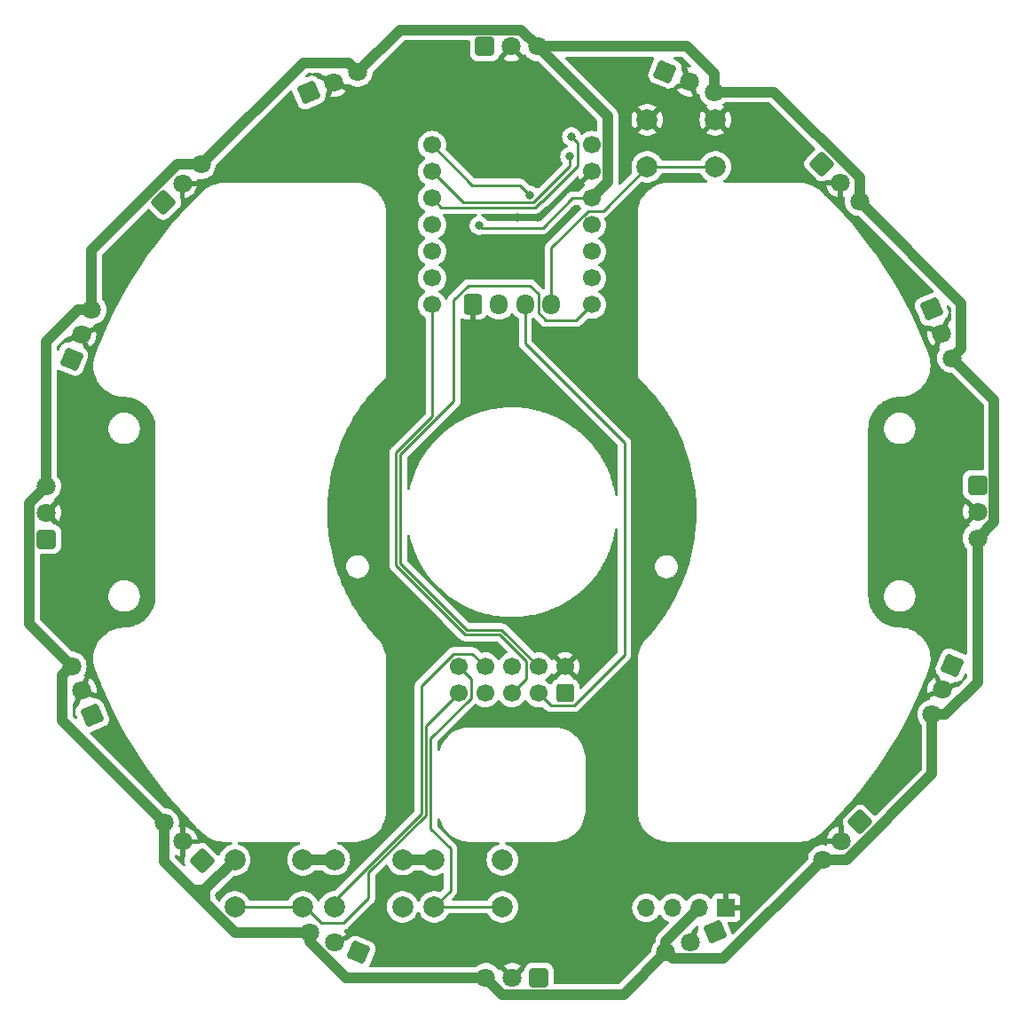
<source format=gbr>
%TF.GenerationSoftware,KiCad,Pcbnew,7.0.9*%
%TF.CreationDate,2024-06-22T15:13:24+09:00*%
%TF.ProjectId,Sensor,53656e73-6f72-42e6-9b69-6361645f7063,rev?*%
%TF.SameCoordinates,Original*%
%TF.FileFunction,Copper,L2,Bot*%
%TF.FilePolarity,Positive*%
%FSLAX46Y46*%
G04 Gerber Fmt 4.6, Leading zero omitted, Abs format (unit mm)*
G04 Created by KiCad (PCBNEW 7.0.9) date 2024-06-22 15:13:24*
%MOMM*%
%LPD*%
G01*
G04 APERTURE LIST*
G04 Aperture macros list*
%AMRoundRect*
0 Rectangle with rounded corners*
0 $1 Rounding radius*
0 $2 $3 $4 $5 $6 $7 $8 $9 X,Y pos of 4 corners*
0 Add a 4 corners polygon primitive as box body*
4,1,4,$2,$3,$4,$5,$6,$7,$8,$9,$2,$3,0*
0 Add four circle primitives for the rounded corners*
1,1,$1+$1,$2,$3*
1,1,$1+$1,$4,$5*
1,1,$1+$1,$6,$7*
1,1,$1+$1,$8,$9*
0 Add four rect primitives between the rounded corners*
20,1,$1+$1,$2,$3,$4,$5,0*
20,1,$1+$1,$4,$5,$6,$7,0*
20,1,$1+$1,$6,$7,$8,$9,0*
20,1,$1+$1,$8,$9,$2,$3,0*%
G04 Aperture macros list end*
%TA.AperFunction,ComponentPad*%
%ADD10C,2.000000*%
%TD*%
%TA.AperFunction,ComponentPad*%
%ADD11R,1.700000X1.700000*%
%TD*%
%TA.AperFunction,ComponentPad*%
%ADD12O,1.700000X1.700000*%
%TD*%
%TA.AperFunction,ComponentPad*%
%ADD13C,1.700000*%
%TD*%
%TA.AperFunction,ComponentPad*%
%ADD14RoundRect,0.250200X0.351669X0.849005X-0.849005X0.351669X-0.351669X-0.849005X0.849005X-0.351669X0*%
%TD*%
%TA.AperFunction,ComponentPad*%
%ADD15C,1.800000*%
%TD*%
%TA.AperFunction,ComponentPad*%
%ADD16RoundRect,0.250000X-0.600000X-0.725000X0.600000X-0.725000X0.600000X0.725000X-0.600000X0.725000X0*%
%TD*%
%TA.AperFunction,ComponentPad*%
%ADD17O,1.700000X1.950000*%
%TD*%
%TA.AperFunction,ComponentPad*%
%ADD18RoundRect,0.250200X0.849005X0.351669X-0.351669X0.849005X-0.849005X-0.351669X0.351669X-0.849005X0*%
%TD*%
%TA.AperFunction,ComponentPad*%
%ADD19RoundRect,0.250200X-0.849005X0.351669X-0.351669X-0.849005X0.849005X-0.351669X0.351669X0.849005X0*%
%TD*%
%TA.AperFunction,ComponentPad*%
%ADD20RoundRect,0.250200X-0.351669X-0.849005X0.849005X-0.351669X0.351669X0.849005X-0.849005X0.351669X0*%
%TD*%
%TA.AperFunction,ComponentPad*%
%ADD21RoundRect,0.250000X0.600000X-0.600000X0.600000X0.600000X-0.600000X0.600000X-0.600000X-0.600000X0*%
%TD*%
%TA.AperFunction,ComponentPad*%
%ADD22RoundRect,0.250200X0.918956X0.000000X0.000000X0.918956X-0.918956X0.000000X0.000000X-0.918956X0*%
%TD*%
%TA.AperFunction,ComponentPad*%
%ADD23RoundRect,0.250200X-0.649800X-0.649800X0.649800X-0.649800X0.649800X0.649800X-0.649800X0.649800X0*%
%TD*%
%TA.AperFunction,ComponentPad*%
%ADD24RoundRect,0.250200X-0.918956X0.000000X0.000000X-0.918956X0.918956X0.000000X0.000000X0.918956X0*%
%TD*%
%TA.AperFunction,ComponentPad*%
%ADD25RoundRect,0.250200X0.000000X0.918956X-0.918956X0.000000X0.000000X-0.918956X0.918956X0.000000X0*%
%TD*%
%TA.AperFunction,ComponentPad*%
%ADD26RoundRect,0.250200X-0.351669X0.849005X-0.849005X-0.351669X0.351669X-0.849005X0.849005X0.351669X0*%
%TD*%
%TA.AperFunction,ComponentPad*%
%ADD27RoundRect,0.250200X-0.849005X-0.351669X0.351669X-0.849005X0.849005X0.351669X-0.351669X0.849005X0*%
%TD*%
%TA.AperFunction,ComponentPad*%
%ADD28RoundRect,0.250200X0.351669X-0.849005X0.849005X0.351669X-0.351669X0.849005X-0.849005X-0.351669X0*%
%TD*%
%TA.AperFunction,ComponentPad*%
%ADD29RoundRect,0.250200X0.649800X0.649800X-0.649800X0.649800X-0.649800X-0.649800X0.649800X-0.649800X0*%
%TD*%
%TA.AperFunction,ComponentPad*%
%ADD30RoundRect,0.250200X-0.649800X0.649800X-0.649800X-0.649800X0.649800X-0.649800X0.649800X0.649800X0*%
%TD*%
%TA.AperFunction,ComponentPad*%
%ADD31RoundRect,0.250200X0.649800X-0.649800X0.649800X0.649800X-0.649800X0.649800X-0.649800X-0.649800X0*%
%TD*%
%TA.AperFunction,ComponentPad*%
%ADD32RoundRect,0.250200X0.849005X-0.351669X0.351669X0.849005X-0.849005X0.351669X-0.351669X-0.849005X0*%
%TD*%
%TA.AperFunction,ComponentPad*%
%ADD33RoundRect,0.250200X0.000000X-0.918956X0.918956X0.000000X0.000000X0.918956X-0.918956X0.000000X0*%
%TD*%
%TA.AperFunction,ViaPad*%
%ADD34C,0.800000*%
%TD*%
%TA.AperFunction,Conductor*%
%ADD35C,1.000000*%
%TD*%
%TA.AperFunction,Conductor*%
%ADD36C,0.250000*%
%TD*%
G04 APERTURE END LIST*
D10*
%TO.P,SW4,1,1*%
%TO.N,/RIGHT*%
X151484400Y-126532200D03*
X144984400Y-126532200D03*
%TO.P,SW4,2,2*%
%TO.N,+3.3V*%
X151484400Y-122032200D03*
X144984400Y-122032200D03*
%TD*%
%TO.P,SW2,1,1*%
%TO.N,/RUN*%
X141958200Y-126521600D03*
X135458200Y-126521600D03*
%TO.P,SW2,2,2*%
%TO.N,+3.3V*%
X141958200Y-122021600D03*
X135458200Y-122021600D03*
%TD*%
%TO.P,SW1,1,1*%
%TO.N,Net-(U19-rst)*%
X171804400Y-55920200D03*
X165304400Y-55920200D03*
%TO.P,SW1,2,2*%
%TO.N,GND*%
X171804400Y-51420200D03*
X165304400Y-51420200D03*
%TD*%
D11*
%TO.P,Brd1,1,GND*%
%TO.N,GND*%
X172847000Y-126619000D03*
D12*
%TO.P,Brd1,2,VCC*%
%TO.N,+3.3V*%
X170307000Y-126619000D03*
%TO.P,Brd1,3,SCL*%
%TO.N,/SCL*%
X167767000Y-126619000D03*
%TO.P,Brd1,4,SDA*%
%TO.N,/SDA*%
X165227000Y-126619000D03*
%TD*%
D13*
%TO.P,U18,1,DAC*%
%TO.N,/DATA*%
X144780000Y-53848000D03*
%TO.P,U18,2*%
%TO.N,/S0*%
X144780000Y-56388000D03*
%TO.P,U18,3*%
%TO.N,/S1*%
X144780000Y-58928000D03*
%TO.P,U18,4*%
%TO.N,/S2*%
X144780000Y-61468000D03*
%TO.P,U18,5,SDA*%
%TO.N,/S3*%
X144780000Y-64008000D03*
%TO.P,U18,6,SCL*%
%TO.N,/E*%
X144780000Y-66548000D03*
%TO.P,U18,7,TX*%
%TO.N,/IR_RX*%
X144780000Y-69088000D03*
%TO.P,U18,8,RX*%
%TO.N,/IR_TX*%
X160020000Y-69088000D03*
%TO.P,U18,9,SCK*%
%TO.N,/DATA1*%
X160020000Y-66548000D03*
%TO.P,U18,10,MISO*%
%TO.N,/DATA2*%
X160020000Y-64008000D03*
%TO.P,U18,11,MOSI*%
%TO.N,/DATA3*%
X160020000Y-61468000D03*
%TO.P,U18,12,3V3*%
%TO.N,+3.3V*%
X160020000Y-58928000D03*
%TO.P,U18,13,GND*%
%TO.N,GND*%
X160020000Y-56388000D03*
%TO.P,U18,14,5V*%
%TO.N,+5V*%
X160020000Y-53848000D03*
%TD*%
D10*
%TO.P,SW3,1,1*%
%TO.N,/LEFT*%
X132459800Y-126532200D03*
X125959800Y-126532200D03*
%TO.P,SW3,2,2*%
%TO.N,+3.3V*%
X132459800Y-122032200D03*
X125959800Y-122032200D03*
%TD*%
D14*
%TO.P,U8,1,OUT*%
%TO.N,Net-(U8-OUT)*%
X171791237Y-128911501D03*
D15*
%TO.P,U8,2,GND*%
%TO.N,GND*%
X169444583Y-129883517D03*
%TO.P,U8,3,Vs*%
%TO.N,+3.3V*%
X167097929Y-130855533D03*
%TD*%
D16*
%TO.P,U19,1,gnd*%
%TO.N,GND*%
X148675400Y-69032800D03*
D17*
%TO.P,U19,2,vin*%
%TO.N,+5V*%
X151175400Y-69032800D03*
%TO.P,U19,3,seru01*%
%TO.N,/CAM_RX*%
X153675400Y-69032800D03*
%TO.P,U19,4*%
%TO.N,Net-(U19-rst)*%
X156175400Y-69032800D03*
%TD*%
D18*
%TO.P,U10,1,OUT*%
%TO.N,Net-(U10-OUT)*%
X137795937Y-130894413D03*
D15*
%TO.P,U10,2,GND*%
%TO.N,GND*%
X135449283Y-129922397D03*
%TO.P,U10,3,Vs*%
%TO.N,+3.3V*%
X133102629Y-128950381D03*
%TD*%
D19*
%TO.P,U4,1,OUT*%
%TO.N,Net-(U4-OUT)*%
X192444501Y-69475763D03*
D15*
%TO.P,U4,2,GND*%
%TO.N,GND*%
X193416517Y-71822417D03*
%TO.P,U4,3,Vs*%
%TO.N,+3.3V*%
X194388533Y-74169071D03*
%TD*%
D20*
%TO.P,U16,1,OUT*%
%TO.N,Net-(U16-OUT)*%
X133008763Y-48822499D03*
D15*
%TO.P,U16,2,GND*%
%TO.N,GND*%
X135355417Y-47850483D03*
%TO.P,U16,3,Vs*%
%TO.N,+3.3V*%
X137702071Y-46878467D03*
%TD*%
D21*
%TO.P,J1,1,Pin_1*%
%TO.N,+5V*%
X157480000Y-106146600D03*
D13*
%TO.P,J1,2,Pin_2*%
%TO.N,GND*%
X157480000Y-103606600D03*
%TO.P,J1,3,Pin_3*%
%TO.N,/CAM_RX*%
X154940000Y-106146600D03*
%TO.P,J1,4,Pin_4*%
%TO.N,/IR_TX*%
X154940000Y-103606600D03*
%TO.P,J1,5,Pin_5*%
%TO.N,/IR_RX*%
X152400000Y-106146600D03*
%TO.P,J1,6,Pin_6*%
%TO.N,/SDA*%
X152400000Y-103606600D03*
%TO.P,J1,7,Pin_7*%
%TO.N,/SCL*%
X149860000Y-106146600D03*
%TO.P,J1,8,Pin_8*%
%TO.N,/RUN*%
X149860000Y-103606600D03*
%TO.P,J1,9,Pin_9*%
%TO.N,/LEFT*%
X147320000Y-106146600D03*
%TO.P,J1,10,Pin_10*%
%TO.N,/RIGHT*%
X147320000Y-103606600D03*
%TD*%
D22*
%TO.P,U11,1,OUT*%
%TO.N,Net-(U11-OUT)*%
X122824410Y-122106534D03*
D15*
%TO.P,U11,2,GND*%
%TO.N,GND*%
X121028359Y-120310483D03*
%TO.P,U11,3,Vs*%
%TO.N,+3.3V*%
X119232308Y-118514432D03*
%TD*%
D23*
%TO.P,U1,1,OUT*%
%TO.N,Net-(U1-OUT)*%
X149809200Y-44450000D03*
D15*
%TO.P,U1,2,GND*%
%TO.N,GND*%
X152349200Y-44450000D03*
%TO.P,U1,3,Vs*%
%TO.N,+3.3V*%
X154889200Y-44450000D03*
%TD*%
D24*
%TO.P,U3,1,OUT*%
%TO.N,Net-(U3-OUT)*%
X181975590Y-55627466D03*
D15*
%TO.P,U3,2,GND*%
%TO.N,GND*%
X183771641Y-57423517D03*
%TO.P,U3,3,Vs*%
%TO.N,+3.3V*%
X185567692Y-59219568D03*
%TD*%
D25*
%TO.P,U7,1,OUT*%
%TO.N,Net-(U7-OUT)*%
X185639534Y-118442590D03*
D15*
%TO.P,U7,2,GND*%
%TO.N,GND*%
X183843483Y-120238641D03*
%TO.P,U7,3,Vs*%
%TO.N,+3.3V*%
X182047432Y-122034692D03*
%TD*%
D26*
%TO.P,U6,1,OUT*%
%TO.N,Net-(U6-OUT)*%
X194427413Y-103471063D03*
D15*
%TO.P,U6,2,GND*%
%TO.N,GND*%
X193455397Y-105817717D03*
%TO.P,U6,3,Vs*%
%TO.N,+3.3V*%
X192483381Y-108164371D03*
%TD*%
D27*
%TO.P,U2,1,OUT*%
%TO.N,Net-(U2-OUT)*%
X167004063Y-46839587D03*
D15*
%TO.P,U2,2,GND*%
%TO.N,GND*%
X169350717Y-47811603D03*
%TO.P,U2,3,Vs*%
%TO.N,+3.3V*%
X171697371Y-48783619D03*
%TD*%
D28*
%TO.P,U14,1,OUT*%
%TO.N,Net-(U14-OUT)*%
X110372587Y-74262937D03*
D15*
%TO.P,U14,2,GND*%
%TO.N,GND*%
X111344603Y-71916283D03*
%TO.P,U14,3,Vs*%
%TO.N,+3.3V*%
X112316619Y-69569629D03*
%TD*%
D29*
%TO.P,U9,1,OUT*%
%TO.N,Net-(U9-OUT)*%
X154990800Y-133284000D03*
D15*
%TO.P,U9,2,GND*%
%TO.N,GND*%
X152450800Y-133284000D03*
%TO.P,U9,3,Vs*%
%TO.N,+3.3V*%
X149910800Y-133284000D03*
%TD*%
D30*
%TO.P,U5,1,OUT*%
%TO.N,Net-(U5-OUT)*%
X196817000Y-86276200D03*
D15*
%TO.P,U5,2,GND*%
%TO.N,GND*%
X196817000Y-88816200D03*
%TO.P,U5,3,Vs*%
%TO.N,+3.3V*%
X196817000Y-91356200D03*
%TD*%
D31*
%TO.P,U13,1,OUT*%
%TO.N,Net-(U13-OUT)*%
X107983000Y-91457800D03*
D15*
%TO.P,U13,2,GND*%
%TO.N,GND*%
X107983000Y-88917800D03*
%TO.P,U13,3,Vs*%
%TO.N,+3.3V*%
X107983000Y-86377800D03*
%TD*%
D32*
%TO.P,U12,1,OUT*%
%TO.N,Net-(U12-OUT)*%
X112355499Y-108258237D03*
D15*
%TO.P,U12,2,GND*%
%TO.N,GND*%
X111383483Y-105911583D03*
%TO.P,U12,3,Vs*%
%TO.N,+3.3V*%
X110411467Y-103564929D03*
%TD*%
D33*
%TO.P,U15,1,OUT*%
%TO.N,Net-(U15-OUT)*%
X119160466Y-59291410D03*
D15*
%TO.P,U15,2,GND*%
%TO.N,GND*%
X120956517Y-57495359D03*
%TO.P,U15,3,Vs*%
%TO.N,+3.3V*%
X122752568Y-55699308D03*
%TD*%
D34*
%TO.N,GND*%
X113995200Y-64262000D03*
X193548000Y-81635600D03*
X137007600Y-49072800D03*
X159918400Y-51816000D03*
X159004000Y-102260400D03*
X153771600Y-76301600D03*
X156464000Y-71780400D03*
X144119600Y-100380800D03*
X109778800Y-90119200D03*
X164947600Y-57912000D03*
X110388400Y-101142800D03*
X162001200Y-77571600D03*
X158902400Y-109677200D03*
X153568400Y-131470400D03*
X129184400Y-124256800D03*
X161950400Y-61112400D03*
X161899600Y-69900800D03*
X143357600Y-72847200D03*
X150520400Y-46278800D03*
X196697600Y-82550000D03*
X133959600Y-124307600D03*
X173786800Y-122936000D03*
X112064800Y-76047600D03*
X146761200Y-101142800D03*
X109575600Y-78994000D03*
X162458400Y-133400800D03*
X154889200Y-60756800D03*
X149809200Y-66192400D03*
X118821200Y-115874800D03*
X189230000Y-66598800D03*
X143052800Y-79806800D03*
X155041600Y-66344800D03*
X151079200Y-131470400D03*
X148590000Y-108610400D03*
X139496800Y-120142000D03*
X148031200Y-74777600D03*
X161950400Y-93421200D03*
X192887600Y-75539600D03*
X183692800Y-59385200D03*
X141884400Y-66395600D03*
X142951200Y-83921600D03*
X114198400Y-68681600D03*
X124815600Y-56591200D03*
X145846800Y-44500800D03*
X139496800Y-47498000D03*
X109677200Y-87579200D03*
X137210800Y-88392000D03*
X116941600Y-63906400D03*
X162052000Y-84785200D03*
X151130000Y-102158800D03*
X107899200Y-98958400D03*
X161798000Y-99415600D03*
X137312400Y-128727200D03*
X141782800Y-128930400D03*
X143103600Y-131775200D03*
X134924800Y-54356000D03*
X141325600Y-58318400D03*
X161188400Y-113233200D03*
X166420800Y-128168400D03*
X174142400Y-56692800D03*
X153974800Y-121869200D03*
X160629600Y-121462800D03*
X187960000Y-113131600D03*
X185369200Y-61163200D03*
X154330400Y-46329600D03*
X155295600Y-62941200D03*
X174904400Y-126593600D03*
X164896800Y-130606800D03*
X158343600Y-60096400D03*
X168249600Y-122936000D03*
X189687200Y-88595200D03*
X149199600Y-48260000D03*
X156159200Y-101803200D03*
X141376400Y-45415200D03*
X158496000Y-57861200D03*
X152146000Y-129336800D03*
X124510800Y-125425200D03*
X107899200Y-95351600D03*
X114808000Y-88950800D03*
X142443200Y-96570800D03*
X180289200Y-121056400D03*
X148590000Y-131673600D03*
X116621749Y-61622151D03*
X152450800Y-48209200D03*
X150774400Y-49530000D03*
X160629600Y-133451600D03*
X150114000Y-71018400D03*
X161798000Y-127812800D03*
X152806400Y-99568000D03*
X194665600Y-76606400D03*
X163220400Y-45923200D03*
X160528000Y-47904400D03*
X138379200Y-98602800D03*
X145237200Y-129946400D03*
X163322000Y-54813200D03*
X138379200Y-79298800D03*
X170027600Y-56997600D03*
X143510000Y-104089200D03*
X193548000Y-94996000D03*
X164998400Y-119989600D03*
X194868800Y-87731600D03*
X190652400Y-109118400D03*
X140004800Y-124968000D03*
X144272000Y-48412400D03*
X152958800Y-60756800D03*
X194970400Y-90271600D03*
X168554400Y-53644800D03*
X115519200Y-111201200D03*
X137464800Y-122123200D03*
X180136800Y-56794400D03*
X157022800Y-50596800D03*
X173685200Y-50495200D03*
X141478000Y-49326800D03*
X195326000Y-98247200D03*
X141224000Y-75031600D03*
X143154400Y-51511200D03*
X179171600Y-53035200D03*
X124358400Y-120802400D03*
X129641600Y-51155600D03*
X146812000Y-128016000D03*
%TO.N,+3.3V*%
X149271351Y-61514651D03*
%TO.N,/DATA*%
X154114500Y-58610500D03*
%TO.N,/S0*%
X157924500Y-54940200D03*
%TO.N,/S1*%
X158089600Y-53035200D03*
%TD*%
D35*
%TO.N,+3.3V*%
X184310174Y-122034692D02*
X182047432Y-122034692D01*
X151510800Y-134884000D02*
X149910800Y-133284000D01*
X123124118Y-124867882D02*
X123124118Y-126100682D01*
X133102629Y-128950381D02*
X125973817Y-128950381D01*
D36*
X158140400Y-58928000D02*
X160020000Y-58928000D01*
D35*
X111043827Y-69569629D02*
X112316619Y-69569629D01*
X196817000Y-91356200D02*
X196817000Y-105103544D01*
X119232308Y-118514432D02*
X109511467Y-108793591D01*
X109511467Y-108793591D02*
X109511467Y-104464929D01*
X120489826Y-55699308D02*
X122752568Y-55699308D01*
X119232308Y-122208872D02*
X119232308Y-118514432D01*
X192483381Y-113861485D02*
X184310174Y-122034692D01*
X196817000Y-105103544D02*
X193756173Y-108164371D01*
X171697371Y-47034171D02*
X171697371Y-48783619D01*
X153289200Y-42850000D02*
X154889200Y-44450000D01*
X135447600Y-122032200D02*
X135458200Y-122021600D01*
D36*
X155332600Y-61735800D02*
X158140400Y-58928000D01*
D35*
X137702071Y-46878467D02*
X141730538Y-42850000D01*
X110411467Y-103564929D02*
X106383000Y-99536462D01*
X194388533Y-74169071D02*
X198417000Y-78197538D01*
X167725913Y-131483517D02*
X167097929Y-130855533D01*
X141730538Y-42850000D02*
X153289200Y-42850000D01*
X167097929Y-129828071D02*
X170307000Y-126619000D01*
X112316619Y-63872515D02*
X120489826Y-55699308D01*
X136548144Y-133284000D02*
X133102629Y-129838485D01*
X177394485Y-48783619D02*
X185567692Y-56956826D01*
D36*
X149492500Y-61735800D02*
X155332600Y-61735800D01*
D35*
X122752568Y-55699308D02*
X132473409Y-45978467D01*
X161570000Y-51130800D02*
X161570000Y-57378000D01*
X154889200Y-44450000D02*
X161570000Y-51130800D01*
X163069462Y-134884000D02*
X151510800Y-134884000D01*
X167097929Y-130855533D02*
X167097929Y-129828071D01*
X144973800Y-122021600D02*
X144984400Y-122032200D01*
X112316619Y-69569629D02*
X112316619Y-63872515D01*
X132473409Y-45978467D02*
X136802071Y-45978467D01*
X123124118Y-126100682D02*
X121968418Y-124944982D01*
X136802071Y-45978467D02*
X137702071Y-46878467D01*
X133102629Y-129838485D02*
X133102629Y-128950381D01*
X141958200Y-122021600D02*
X144973800Y-122021600D01*
X171697371Y-48783619D02*
X177394485Y-48783619D01*
X154889200Y-44450000D02*
X169113200Y-44450000D01*
X185567692Y-56956826D02*
X185567692Y-59219568D01*
X198417000Y-78197538D02*
X198417000Y-89756200D01*
X167097929Y-130855533D02*
X163069462Y-134884000D01*
X125959800Y-122032200D02*
X123124118Y-124867882D01*
X132459800Y-122032200D02*
X135447600Y-122032200D01*
X172598607Y-131483517D02*
X167725913Y-131483517D01*
X109511467Y-104464929D02*
X110411467Y-103564929D01*
D36*
X149271351Y-61514651D02*
X149492500Y-61735800D01*
D35*
X123047018Y-124944982D02*
X121968418Y-124944982D01*
X107983000Y-86377800D02*
X107983000Y-72630456D01*
X185567692Y-59219568D02*
X195288533Y-68940409D01*
X192483381Y-108164371D02*
X192483381Y-113861485D01*
X106383000Y-87977800D02*
X107983000Y-86377800D01*
X161570000Y-57378000D02*
X160020000Y-58928000D01*
X106383000Y-99536462D02*
X106383000Y-87977800D01*
X107983000Y-72630456D02*
X111043827Y-69569629D01*
X198417000Y-89756200D02*
X196817000Y-91356200D01*
X195288533Y-68940409D02*
X195288533Y-73269071D01*
X121968418Y-124944982D02*
X119232308Y-122208872D01*
X125973817Y-128950381D02*
X123124118Y-126100682D01*
X169113200Y-44450000D02*
X171697371Y-47034171D01*
X149910800Y-133284000D02*
X136548144Y-133284000D01*
X193756173Y-108164371D02*
X192483381Y-108164371D01*
X195288533Y-73269071D02*
X194388533Y-74169071D01*
X125959800Y-122032200D02*
X123047018Y-124944982D01*
X182047432Y-122034692D02*
X172598607Y-131483517D01*
D36*
%TO.N,/CAM_RX*%
X163144200Y-82270600D02*
X163144200Y-102502500D01*
X153675400Y-72801800D02*
X163144200Y-82270600D01*
X156115000Y-107321600D02*
X154940000Y-106146600D01*
X163144200Y-102502500D02*
X158325100Y-107321600D01*
X153675400Y-69032800D02*
X153675400Y-72801800D01*
X158325100Y-107321600D02*
X156115000Y-107321600D01*
%TO.N,/IR_TX*%
X154914600Y-68072000D02*
X154101800Y-67259200D01*
X148243750Y-67259200D02*
X146862800Y-68640150D01*
X151434800Y-100101400D02*
X154940000Y-103606600D01*
X146862800Y-68640150D02*
X146862800Y-78308200D01*
X155625800Y-70561200D02*
X154914600Y-69850000D01*
X141782800Y-83388200D02*
X141782800Y-93751400D01*
X158546800Y-70561200D02*
X155625800Y-70561200D01*
X141782800Y-93751400D02*
X148132800Y-100101400D01*
X154914600Y-69850000D02*
X154914600Y-68072000D01*
X146862800Y-78308200D02*
X141782800Y-83388200D01*
X148132800Y-100101400D02*
X151434800Y-100101400D01*
X154101800Y-67259200D02*
X148243750Y-67259200D01*
X160020000Y-69088000D02*
X158546800Y-70561200D01*
%TO.N,/IR_RX*%
X144780000Y-69088000D02*
X144780000Y-79754604D01*
X153765000Y-103067996D02*
X153765000Y-104781600D01*
X144780000Y-79754604D02*
X141332800Y-83201804D01*
X153765000Y-104781600D02*
X152400000Y-106146600D01*
X147946404Y-100551400D02*
X151248404Y-100551400D01*
X151248404Y-100551400D02*
X153765000Y-103067996D01*
X141332800Y-93937796D02*
X147946404Y-100551400D01*
X141332800Y-83201804D02*
X141332800Y-93937796D01*
%TO.N,/RUN*%
X135458200Y-126521600D02*
X135458200Y-125906404D01*
X143753000Y-105446400D02*
X146812000Y-102387400D01*
X148640800Y-102387400D02*
X149860000Y-103606600D01*
X135458200Y-125906404D02*
X143753000Y-117611604D01*
X146812000Y-102387400D02*
X148640800Y-102387400D01*
X143753000Y-117611604D02*
X143753000Y-105446400D01*
%TO.N,/LEFT*%
X138734800Y-123266200D02*
X138734800Y-125679200D01*
X144203000Y-109263600D02*
X144203000Y-117798000D01*
X134213600Y-128092200D02*
X132653600Y-126532200D01*
X132653600Y-126532200D02*
X132459800Y-126532200D01*
X136321800Y-128092200D02*
X134213600Y-128092200D01*
X144203000Y-117798000D02*
X138734800Y-123266200D01*
X138734800Y-125679200D02*
X136321800Y-128092200D01*
X147320000Y-106146600D02*
X144203000Y-109263600D01*
X125959800Y-126532200D02*
X132459800Y-126532200D01*
%TO.N,/RIGHT*%
X151484400Y-126532200D02*
X144984400Y-126532200D01*
X144984400Y-126532200D02*
X146532600Y-124984000D01*
X144653000Y-110475301D02*
X148513800Y-106614501D01*
X146532600Y-124984000D02*
X146532600Y-120980200D01*
X148513800Y-104800400D02*
X147320000Y-103606600D01*
X144653000Y-119100600D02*
X144653000Y-110475301D01*
X146532600Y-120980200D02*
X144653000Y-119100600D01*
X148513800Y-106614501D02*
X148513800Y-104800400D01*
%TO.N,Net-(U19-rst)*%
X161102800Y-60121800D02*
X165304400Y-55920200D01*
X159704499Y-60121800D02*
X161102800Y-60121800D01*
X156175400Y-69032800D02*
X156175400Y-63650899D01*
X156175400Y-63650899D02*
X159704499Y-60121800D01*
X165304400Y-55920200D02*
X171804400Y-55920200D01*
%TO.N,/DATA*%
X154114500Y-58610500D02*
X153187400Y-57683400D01*
X148615400Y-57683400D02*
X144780000Y-53848000D01*
X153187400Y-57683400D02*
X148615400Y-57683400D01*
%TO.N,/S0*%
X157924500Y-55825805D02*
X154414805Y-59335500D01*
X147727500Y-59335500D02*
X144780000Y-56388000D01*
X154414805Y-59335500D02*
X147727500Y-59335500D01*
X157924500Y-54940200D02*
X157924500Y-55825805D01*
%TO.N,/S1*%
X155312255Y-59187350D02*
X158649500Y-55850105D01*
X154601201Y-59785500D02*
X155199351Y-59187350D01*
X144780000Y-58928000D02*
X145637500Y-59785500D01*
X155199351Y-59187350D02*
X155312255Y-59187350D01*
X145637500Y-59785500D02*
X154601201Y-59785500D01*
X158649500Y-55850105D02*
X158649500Y-53595100D01*
X158649500Y-53595100D02*
X158089600Y-53035200D01*
%TD*%
%TA.AperFunction,Conductor*%
%TO.N,GND*%
G36*
X165948673Y-45470185D02*
G01*
X165994428Y-45522989D01*
X166004372Y-45592147D01*
X165990779Y-45633350D01*
X165977983Y-45657081D01*
X165442358Y-46950192D01*
X165412717Y-47049200D01*
X165399966Y-47224223D01*
X165399967Y-47224228D01*
X165427921Y-47397467D01*
X165427923Y-47397475D01*
X165495080Y-47559603D01*
X165597814Y-47701872D01*
X165730592Y-47816619D01*
X165730594Y-47816620D01*
X165821560Y-47865668D01*
X167114670Y-48401292D01*
X167213675Y-48430932D01*
X167272017Y-48435182D01*
X167388699Y-48443683D01*
X167388699Y-48443682D01*
X167388701Y-48443683D01*
X167514747Y-48423343D01*
X167561943Y-48415728D01*
X167561945Y-48415727D01*
X167561948Y-48415727D01*
X167561949Y-48415726D01*
X167561951Y-48415726D01*
X167609438Y-48396055D01*
X167724078Y-48348570D01*
X167866350Y-48245834D01*
X167968257Y-48127912D01*
X168014622Y-48094432D01*
X168909162Y-47723900D01*
X168896907Y-47777595D01*
X168907044Y-47912868D01*
X168956604Y-48039144D01*
X169041182Y-48145202D01*
X169100679Y-48185767D01*
X168173718Y-48569729D01*
X168242131Y-48674445D01*
X168399275Y-48845148D01*
X168399279Y-48845151D01*
X168582361Y-48987650D01*
X168582365Y-48987653D01*
X168786414Y-49098079D01*
X168786423Y-49098082D01*
X169005856Y-49173414D01*
X169234710Y-49211603D01*
X169466723Y-49211603D01*
X169647520Y-49181432D01*
X169264115Y-48255811D01*
X169282890Y-48261603D01*
X169384441Y-48261603D01*
X169484855Y-48246468D01*
X169607074Y-48187610D01*
X169706515Y-48095343D01*
X169725338Y-48062739D01*
X170110395Y-48992346D01*
X170119064Y-48987655D01*
X170119066Y-48987653D01*
X170124047Y-48983777D01*
X170189040Y-48958131D01*
X170257581Y-48971695D01*
X170307908Y-49020161D01*
X170320420Y-49051187D01*
X170368213Y-49239919D01*
X170461446Y-49452467D01*
X170588387Y-49646766D01*
X170588390Y-49646770D01*
X170588392Y-49646772D01*
X170745587Y-49817532D01*
X170745590Y-49817534D01*
X170745593Y-49817537D01*
X170928736Y-49960083D01*
X170928747Y-49960090D01*
X170944359Y-49968539D01*
X170993950Y-50017758D01*
X171009058Y-50085975D01*
X170984888Y-50151530D01*
X170961503Y-50175448D01*
X170934342Y-50196587D01*
X170934342Y-50196590D01*
X171632831Y-50895078D01*
X171515942Y-50945851D01*
X171398661Y-51041266D01*
X171311472Y-51164785D01*
X171281045Y-51250397D01*
X170580964Y-50550316D01*
X170480667Y-50703832D01*
X170380812Y-50931482D01*
X170319787Y-51172461D01*
X170319785Y-51172470D01*
X170299259Y-51420194D01*
X170299259Y-51420205D01*
X170319785Y-51667929D01*
X170319787Y-51667938D01*
X170380812Y-51908917D01*
X170480666Y-52136564D01*
X170580964Y-52290082D01*
X171278470Y-51592576D01*
X171281284Y-51606115D01*
X171350842Y-51740356D01*
X171454038Y-51850852D01*
X171583219Y-51929409D01*
X171634402Y-51943749D01*
X170934342Y-52643809D01*
X170981168Y-52680255D01*
X170981170Y-52680256D01*
X171199785Y-52798564D01*
X171199796Y-52798569D01*
X171434906Y-52879283D01*
X171680107Y-52920200D01*
X171928693Y-52920200D01*
X172173893Y-52879283D01*
X172409003Y-52798569D01*
X172409014Y-52798564D01*
X172627628Y-52680257D01*
X172627631Y-52680255D01*
X172674456Y-52643809D01*
X171975968Y-51945321D01*
X172092858Y-51894549D01*
X172210139Y-51799134D01*
X172297328Y-51675615D01*
X172327754Y-51590002D01*
X173027834Y-52290082D01*
X173128131Y-52136569D01*
X173227987Y-51908917D01*
X173289012Y-51667938D01*
X173289014Y-51667929D01*
X173309541Y-51420205D01*
X173309541Y-51420194D01*
X173289014Y-51172470D01*
X173289012Y-51172461D01*
X173227987Y-50931482D01*
X173128131Y-50703830D01*
X173027834Y-50550316D01*
X172330329Y-51247822D01*
X172327516Y-51234285D01*
X172257958Y-51100044D01*
X172154762Y-50989548D01*
X172025581Y-50910991D01*
X171974397Y-50896650D01*
X172674457Y-50196590D01*
X172674456Y-50196589D01*
X172627629Y-50160143D01*
X172547595Y-50116831D01*
X172498004Y-50067612D01*
X172482896Y-49999395D01*
X172507066Y-49933839D01*
X172530444Y-49909927D01*
X172649155Y-49817532D01*
X172649166Y-49817519D01*
X172649850Y-49816891D01*
X172650197Y-49816719D01*
X172653202Y-49814381D01*
X172653683Y-49814999D01*
X172712504Y-49785967D01*
X172733835Y-49784119D01*
X176928702Y-49784119D01*
X176995741Y-49803804D01*
X177016383Y-49820438D01*
X181321516Y-54125571D01*
X181355001Y-54186894D01*
X181350017Y-54256586D01*
X181321516Y-54300933D01*
X180490446Y-55132002D01*
X180490439Y-55132009D01*
X180425164Y-55212140D01*
X180346403Y-55368965D01*
X180305933Y-55539720D01*
X180305933Y-55715211D01*
X180346403Y-55885966D01*
X180425164Y-56042791D01*
X180490439Y-56122922D01*
X181480133Y-57112616D01*
X181480138Y-57112620D01*
X181480139Y-57112621D01*
X181560265Y-57177892D01*
X181717088Y-57256652D01*
X181802467Y-57276887D01*
X181887845Y-57297123D01*
X181887846Y-57297123D01*
X182063335Y-57297123D01*
X182128606Y-57281653D01*
X182234092Y-57256652D01*
X182373363Y-57186706D01*
X182429014Y-57173517D01*
X183396363Y-57173517D01*
X183348016Y-57257257D01*
X183317831Y-57389509D01*
X183327968Y-57524782D01*
X183377528Y-57651058D01*
X183395438Y-57673517D01*
X182390758Y-57673517D01*
X182442958Y-57879652D01*
X182536157Y-58092126D01*
X182663055Y-58286359D01*
X182820199Y-58457062D01*
X182820203Y-58457065D01*
X183003285Y-58599564D01*
X183003289Y-58599567D01*
X183207338Y-58709993D01*
X183207347Y-58709996D01*
X183426780Y-58785328D01*
X183521640Y-58801157D01*
X183521641Y-58801156D01*
X183521641Y-57797706D01*
X183574188Y-57833533D01*
X183703814Y-57873517D01*
X183805365Y-57873517D01*
X183905779Y-57858382D01*
X184021641Y-57802585D01*
X184021641Y-58801156D01*
X184050877Y-58796278D01*
X184120242Y-58804660D01*
X184174065Y-58849213D01*
X184195255Y-58915791D01*
X184191493Y-58949025D01*
X184181559Y-58988252D01*
X184181556Y-58988270D01*
X184162392Y-59219561D01*
X184162392Y-59219574D01*
X184181556Y-59450865D01*
X184181558Y-59450876D01*
X184238534Y-59675868D01*
X184331767Y-59888416D01*
X184458708Y-60082715D01*
X184458711Y-60082719D01*
X184458713Y-60082721D01*
X184615908Y-60253481D01*
X184615911Y-60253483D01*
X184615914Y-60253486D01*
X184799057Y-60396032D01*
X184799063Y-60396036D01*
X184799066Y-60396038D01*
X185003189Y-60506504D01*
X185100518Y-60539917D01*
X185222707Y-60581865D01*
X185222709Y-60581865D01*
X185222711Y-60581866D01*
X185451643Y-60620068D01*
X185501909Y-60620068D01*
X185568948Y-60639753D01*
X185589590Y-60656387D01*
X189176616Y-64243413D01*
X192633057Y-67699853D01*
X192666542Y-67761176D01*
X192661558Y-67830868D01*
X192619686Y-67886801D01*
X192580942Y-67906323D01*
X192561897Y-67912025D01*
X192555104Y-67914059D01*
X191261995Y-68449683D01*
X191171030Y-68498730D01*
X191038252Y-68613477D01*
X190935518Y-68755746D01*
X190868361Y-68917874D01*
X190868359Y-68917882D01*
X190840405Y-69091121D01*
X190840404Y-69091126D01*
X190853155Y-69266149D01*
X190882796Y-69365157D01*
X191244538Y-70238477D01*
X191395753Y-70603544D01*
X191418421Y-70658268D01*
X191467468Y-70749233D01*
X191582215Y-70882011D01*
X191724484Y-70984745D01*
X191724485Y-70984745D01*
X191724486Y-70984746D01*
X191758060Y-70998653D01*
X191886612Y-71051902D01*
X191886620Y-71051904D01*
X191973239Y-71065881D01*
X192059863Y-71079859D01*
X192059863Y-71079858D01*
X192059864Y-71079859D01*
X192106237Y-71076480D01*
X192215299Y-71068535D01*
X192271762Y-71077646D01*
X193161028Y-71445991D01*
X193160160Y-71446410D01*
X193060719Y-71538677D01*
X192992892Y-71656157D01*
X192962707Y-71788409D01*
X192971727Y-71908777D01*
X192047410Y-71525912D01*
X192047409Y-71525912D01*
X192030879Y-71591192D01*
X192030877Y-71591201D01*
X192011719Y-71822411D01*
X192011719Y-71822422D01*
X192030878Y-72053635D01*
X192087834Y-72278552D01*
X192181033Y-72491026D01*
X192307931Y-72685259D01*
X192465075Y-72855961D01*
X192648162Y-72998464D01*
X192656838Y-73003160D01*
X193041664Y-72074109D01*
X193106982Y-72156016D01*
X193219064Y-72232433D01*
X193348690Y-72272417D01*
X193450241Y-72272417D01*
X193504079Y-72264302D01*
X193119712Y-73192246D01*
X193143597Y-73196232D01*
X193206482Y-73226683D01*
X193242921Y-73286297D01*
X193241346Y-73356149D01*
X193226996Y-73386362D01*
X193152608Y-73500222D01*
X193059375Y-73712770D01*
X193002399Y-73937762D01*
X193002397Y-73937773D01*
X192983233Y-74169064D01*
X192983233Y-74169077D01*
X193002397Y-74400368D01*
X193002399Y-74400379D01*
X193059375Y-74625371D01*
X193152608Y-74837919D01*
X193279549Y-75032218D01*
X193279552Y-75032222D01*
X193279554Y-75032224D01*
X193436749Y-75202984D01*
X193436752Y-75202986D01*
X193436755Y-75202989D01*
X193619898Y-75345535D01*
X193619904Y-75345539D01*
X193619907Y-75345541D01*
X193824030Y-75456007D01*
X193938020Y-75495139D01*
X194043548Y-75531368D01*
X194043550Y-75531368D01*
X194043552Y-75531369D01*
X194272484Y-75569571D01*
X194322750Y-75569571D01*
X194389789Y-75589256D01*
X194410431Y-75605890D01*
X197380181Y-78575640D01*
X197413666Y-78636963D01*
X197416500Y-78663321D01*
X197416500Y-84751700D01*
X197396815Y-84818739D01*
X197344011Y-84864494D01*
X197292500Y-84875700D01*
X196117166Y-84875700D01*
X196014361Y-84886203D01*
X195847782Y-84941402D01*
X195847777Y-84941404D01*
X195698417Y-85033531D01*
X195574331Y-85157617D01*
X195482204Y-85306977D01*
X195482202Y-85306982D01*
X195427003Y-85473561D01*
X195416500Y-85576366D01*
X195416500Y-86976033D01*
X195427003Y-87078838D01*
X195478502Y-87234250D01*
X195482203Y-87245420D01*
X195574330Y-87394781D01*
X195698419Y-87518870D01*
X195847780Y-87610997D01*
X195950912Y-87645171D01*
X195995718Y-87660018D01*
X196044396Y-87690043D01*
X196728768Y-88374415D01*
X196682862Y-88381335D01*
X196560643Y-88440193D01*
X196461202Y-88532460D01*
X196393375Y-88649940D01*
X196375500Y-88728253D01*
X195665812Y-88018565D01*
X195581516Y-88147591D01*
X195581514Y-88147595D01*
X195488317Y-88360064D01*
X195431361Y-88584981D01*
X195412202Y-88816194D01*
X195412202Y-88816205D01*
X195431361Y-89047418D01*
X195488317Y-89272335D01*
X195581516Y-89484809D01*
X195665811Y-89613833D01*
X196372550Y-88907096D01*
X196373327Y-88917465D01*
X196422887Y-89043741D01*
X196507465Y-89149799D01*
X196619547Y-89226216D01*
X196727298Y-89259452D01*
X196018199Y-89968551D01*
X196043224Y-89988028D01*
X196084038Y-90044738D01*
X196087713Y-90114511D01*
X196053083Y-90175195D01*
X196043225Y-90183736D01*
X195865222Y-90322281D01*
X195865219Y-90322284D01*
X195865216Y-90322286D01*
X195865216Y-90322287D01*
X195806267Y-90386322D01*
X195708016Y-90493052D01*
X195581075Y-90687351D01*
X195487842Y-90899899D01*
X195430866Y-91124891D01*
X195430864Y-91124902D01*
X195411700Y-91356193D01*
X195411700Y-91356206D01*
X195430864Y-91587497D01*
X195430866Y-91587508D01*
X195487842Y-91812500D01*
X195581075Y-92025048D01*
X195708016Y-92219347D01*
X195708019Y-92219351D01*
X195708021Y-92219353D01*
X195783731Y-92301596D01*
X195814652Y-92364249D01*
X195816500Y-92385577D01*
X195816500Y-102348634D01*
X195796815Y-102415673D01*
X195744011Y-102461428D01*
X195674853Y-102471372D01*
X195633650Y-102457779D01*
X195609918Y-102444983D01*
X195580993Y-102433002D01*
X195123276Y-102243409D01*
X194316807Y-101909358D01*
X194217799Y-101879717D01*
X194042776Y-101866966D01*
X194042771Y-101866967D01*
X193869532Y-101894921D01*
X193869524Y-101894923D01*
X193707396Y-101962080D01*
X193565127Y-102064814D01*
X193450380Y-102197592D01*
X193401333Y-102288557D01*
X192865708Y-103581668D01*
X192836067Y-103680676D01*
X192823316Y-103855699D01*
X192823317Y-103855704D01*
X192851271Y-104028943D01*
X192851273Y-104028951D01*
X192918430Y-104191079D01*
X193021164Y-104333348D01*
X193021163Y-104333348D01*
X193139083Y-104435253D01*
X193172565Y-104481620D01*
X193541998Y-105373507D01*
X193523224Y-105367717D01*
X193421673Y-105367717D01*
X193321259Y-105382852D01*
X193199040Y-105441710D01*
X193099599Y-105533977D01*
X193080775Y-105566580D01*
X192695718Y-104636972D01*
X192695717Y-104636971D01*
X192687050Y-104641663D01*
X192687049Y-104641663D01*
X192503955Y-104784172D01*
X192346811Y-104954874D01*
X192219913Y-105149107D01*
X192126714Y-105361581D01*
X192069758Y-105586498D01*
X192050599Y-105817711D01*
X192050599Y-105817722D01*
X192069758Y-106048935D01*
X192086290Y-106114220D01*
X193013842Y-105730014D01*
X193001587Y-105783709D01*
X193011724Y-105918982D01*
X193061284Y-106045258D01*
X193145862Y-106151316D01*
X193205360Y-106191881D01*
X192278398Y-106575843D01*
X192294100Y-106599878D01*
X192314288Y-106666768D01*
X192295107Y-106733953D01*
X192242648Y-106780103D01*
X192210701Y-106790008D01*
X192138396Y-106802073D01*
X191918885Y-106877432D01*
X191918876Y-106877435D01*
X191714752Y-106987902D01*
X191714746Y-106987906D01*
X191531603Y-107130452D01*
X191531600Y-107130455D01*
X191531597Y-107130457D01*
X191531597Y-107130458D01*
X191484159Y-107181990D01*
X191374397Y-107301223D01*
X191247456Y-107495522D01*
X191154223Y-107708070D01*
X191097247Y-107933062D01*
X191097245Y-107933073D01*
X191078081Y-108164364D01*
X191078081Y-108164377D01*
X191097245Y-108395668D01*
X191097247Y-108395679D01*
X191154223Y-108620671D01*
X191247456Y-108833219D01*
X191374397Y-109027518D01*
X191374400Y-109027522D01*
X191374402Y-109027524D01*
X191450112Y-109109767D01*
X191481033Y-109172420D01*
X191482881Y-109193748D01*
X191482881Y-113395701D01*
X191463196Y-113462740D01*
X191446562Y-113483382D01*
X187141428Y-117788515D01*
X187080105Y-117822000D01*
X187010413Y-117817016D01*
X186966066Y-117788515D01*
X186134990Y-116957439D01*
X186054859Y-116892164D01*
X185898034Y-116813403D01*
X185727279Y-116772933D01*
X185727278Y-116772933D01*
X185551790Y-116772933D01*
X185551789Y-116772933D01*
X185381033Y-116813403D01*
X185224208Y-116892164D01*
X185144077Y-116957439D01*
X184154383Y-117947133D01*
X184089108Y-118027264D01*
X184010347Y-118184089D01*
X183969877Y-118354844D01*
X183969877Y-118530335D01*
X184010347Y-118701090D01*
X184010347Y-118701091D01*
X184010348Y-118701092D01*
X184080293Y-118840363D01*
X184093483Y-118896014D01*
X184093483Y-119864451D01*
X184040936Y-119828625D01*
X183911310Y-119788641D01*
X183809759Y-119788641D01*
X183709345Y-119803776D01*
X183593483Y-119859572D01*
X183593483Y-118861000D01*
X183593482Y-118861000D01*
X183498621Y-118876829D01*
X183279189Y-118952161D01*
X183279180Y-118952164D01*
X183075131Y-119062590D01*
X183075127Y-119062593D01*
X182892045Y-119205092D01*
X182892041Y-119205095D01*
X182734897Y-119375798D01*
X182607999Y-119570031D01*
X182514800Y-119782505D01*
X182462600Y-119988641D01*
X183468205Y-119988641D01*
X183419858Y-120072381D01*
X183389673Y-120204633D01*
X183399810Y-120339906D01*
X183449370Y-120466182D01*
X183467280Y-120488641D01*
X182462600Y-120488641D01*
X182467690Y-120508741D01*
X182465064Y-120578562D01*
X182425108Y-120635879D01*
X182360507Y-120662495D01*
X182327075Y-120661490D01*
X182163481Y-120634192D01*
X181931383Y-120634192D01*
X181903931Y-120638773D01*
X181702447Y-120672394D01*
X181482936Y-120747753D01*
X181482927Y-120747756D01*
X181278803Y-120858223D01*
X181278797Y-120858227D01*
X181095654Y-121000773D01*
X181095651Y-121000776D01*
X181095648Y-121000778D01*
X181095648Y-121000779D01*
X181076941Y-121021100D01*
X180938448Y-121171544D01*
X180811507Y-121365843D01*
X180718274Y-121578391D01*
X180661298Y-121803383D01*
X180661296Y-121803395D01*
X180646754Y-121978901D01*
X180621601Y-122044086D01*
X180610859Y-122056342D01*
X173567146Y-129100056D01*
X173505823Y-129133541D01*
X173436131Y-129128557D01*
X173380198Y-129086685D01*
X173360674Y-129047936D01*
X173352943Y-129022111D01*
X173338599Y-128987481D01*
X172987747Y-128140451D01*
X172980279Y-128070983D01*
X173011554Y-128008504D01*
X173071643Y-127972852D01*
X173102309Y-127969000D01*
X173744828Y-127969000D01*
X173744844Y-127968999D01*
X173804372Y-127962598D01*
X173804379Y-127962596D01*
X173939086Y-127912354D01*
X173939093Y-127912350D01*
X174054187Y-127826190D01*
X174054190Y-127826187D01*
X174140350Y-127711093D01*
X174140354Y-127711086D01*
X174190596Y-127576379D01*
X174190598Y-127576372D01*
X174196999Y-127516844D01*
X174197000Y-127516827D01*
X174197000Y-126869000D01*
X173280686Y-126869000D01*
X173306493Y-126828844D01*
X173347000Y-126690889D01*
X173347000Y-126547111D01*
X173306493Y-126409156D01*
X173280686Y-126369000D01*
X174197000Y-126369000D01*
X174197000Y-125721172D01*
X174196999Y-125721155D01*
X174190598Y-125661627D01*
X174190596Y-125661620D01*
X174140354Y-125526913D01*
X174140350Y-125526906D01*
X174054190Y-125411812D01*
X174054187Y-125411809D01*
X173939093Y-125325649D01*
X173939086Y-125325645D01*
X173804379Y-125275403D01*
X173804372Y-125275401D01*
X173744844Y-125269000D01*
X173097000Y-125269000D01*
X173097000Y-126183498D01*
X172989315Y-126134320D01*
X172882763Y-126119000D01*
X172811237Y-126119000D01*
X172704685Y-126134320D01*
X172597000Y-126183498D01*
X172597000Y-125269000D01*
X171949155Y-125269000D01*
X171889627Y-125275401D01*
X171889620Y-125275403D01*
X171754913Y-125325645D01*
X171754906Y-125325649D01*
X171639812Y-125411809D01*
X171639809Y-125411812D01*
X171553649Y-125526906D01*
X171553645Y-125526913D01*
X171504578Y-125658470D01*
X171462707Y-125714404D01*
X171397242Y-125738821D01*
X171328969Y-125723969D01*
X171300715Y-125702819D01*
X171241365Y-125643469D01*
X171178401Y-125580505D01*
X171178397Y-125580502D01*
X171178396Y-125580501D01*
X170984834Y-125444967D01*
X170984830Y-125444965D01*
X170931526Y-125420109D01*
X170770663Y-125345097D01*
X170770659Y-125345096D01*
X170770655Y-125345094D01*
X170542413Y-125283938D01*
X170542403Y-125283936D01*
X170307001Y-125263341D01*
X170306999Y-125263341D01*
X170071596Y-125283936D01*
X170071586Y-125283938D01*
X169843344Y-125345094D01*
X169843335Y-125345098D01*
X169629171Y-125444964D01*
X169629169Y-125444965D01*
X169435597Y-125580505D01*
X169268505Y-125747597D01*
X169138575Y-125933158D01*
X169083998Y-125976783D01*
X169014500Y-125983977D01*
X168952145Y-125952454D01*
X168935425Y-125933158D01*
X168805494Y-125747597D01*
X168638402Y-125580506D01*
X168638395Y-125580501D01*
X168635080Y-125578180D01*
X168561854Y-125526906D01*
X168444834Y-125444967D01*
X168444830Y-125444965D01*
X168391526Y-125420109D01*
X168230663Y-125345097D01*
X168230659Y-125345096D01*
X168230655Y-125345094D01*
X168002413Y-125283938D01*
X168002403Y-125283936D01*
X167767001Y-125263341D01*
X167766999Y-125263341D01*
X167531596Y-125283936D01*
X167531586Y-125283938D01*
X167303344Y-125345094D01*
X167303335Y-125345098D01*
X167089171Y-125444964D01*
X167089169Y-125444965D01*
X166895597Y-125580505D01*
X166728505Y-125747597D01*
X166598575Y-125933158D01*
X166543998Y-125976783D01*
X166474500Y-125983977D01*
X166412145Y-125952454D01*
X166395425Y-125933158D01*
X166265494Y-125747597D01*
X166098402Y-125580506D01*
X166098395Y-125580501D01*
X166095080Y-125578180D01*
X166021854Y-125526906D01*
X165904834Y-125444967D01*
X165904830Y-125444965D01*
X165851526Y-125420109D01*
X165690663Y-125345097D01*
X165690659Y-125345096D01*
X165690655Y-125345094D01*
X165462413Y-125283938D01*
X165462403Y-125283936D01*
X165227001Y-125263341D01*
X165226999Y-125263341D01*
X164991596Y-125283936D01*
X164991586Y-125283938D01*
X164763344Y-125345094D01*
X164763335Y-125345098D01*
X164549171Y-125444964D01*
X164549169Y-125444965D01*
X164355597Y-125580505D01*
X164188505Y-125747597D01*
X164052965Y-125941169D01*
X164052964Y-125941171D01*
X163953098Y-126155335D01*
X163953094Y-126155344D01*
X163891938Y-126383586D01*
X163891936Y-126383596D01*
X163871341Y-126618999D01*
X163871341Y-126619000D01*
X163891936Y-126854403D01*
X163891938Y-126854413D01*
X163953094Y-127082655D01*
X163953096Y-127082659D01*
X163953097Y-127082663D01*
X164033004Y-127254023D01*
X164052965Y-127296830D01*
X164052967Y-127296834D01*
X164136218Y-127415728D01*
X164188505Y-127490401D01*
X164355599Y-127657495D01*
X164432135Y-127711086D01*
X164549165Y-127793032D01*
X164549167Y-127793033D01*
X164549170Y-127793035D01*
X164763337Y-127892903D01*
X164991592Y-127954063D01*
X165162319Y-127969000D01*
X165226999Y-127974659D01*
X165227000Y-127974659D01*
X165227001Y-127974659D01*
X165291681Y-127969000D01*
X165462408Y-127954063D01*
X165690663Y-127892903D01*
X165904830Y-127793035D01*
X166098401Y-127657495D01*
X166265495Y-127490401D01*
X166395425Y-127304842D01*
X166450002Y-127261217D01*
X166519500Y-127254023D01*
X166581855Y-127285546D01*
X166598575Y-127304842D01*
X166728500Y-127490395D01*
X166728505Y-127490401D01*
X166895599Y-127657495D01*
X166972135Y-127711086D01*
X167089165Y-127793032D01*
X167089167Y-127793033D01*
X167089170Y-127793035D01*
X167303337Y-127892903D01*
X167303342Y-127892904D01*
X167303346Y-127892906D01*
X167344185Y-127903848D01*
X167403846Y-127940212D01*
X167434376Y-128003058D01*
X167426082Y-128072434D01*
X167399774Y-128111304D01*
X166399461Y-129111617D01*
X166334875Y-129173013D01*
X166299828Y-129223365D01*
X166296991Y-129227127D01*
X166258231Y-129274663D01*
X166258228Y-129274668D01*
X166242321Y-129305118D01*
X166238253Y-129311832D01*
X166218631Y-129340025D01*
X166194438Y-129396401D01*
X166192417Y-129400655D01*
X166164020Y-129455022D01*
X166164019Y-129455023D01*
X166154569Y-129488046D01*
X166151936Y-129495442D01*
X166138388Y-129527014D01*
X166126042Y-129587090D01*
X166124919Y-129591666D01*
X166108042Y-129650648D01*
X166108042Y-129650650D01*
X166105432Y-129684912D01*
X166104343Y-129692679D01*
X166100392Y-129711910D01*
X166097429Y-129726329D01*
X166097429Y-129787669D01*
X166097250Y-129792379D01*
X166093680Y-129839254D01*
X166068961Y-129904605D01*
X166061269Y-129913819D01*
X165988948Y-129992382D01*
X165862004Y-130186684D01*
X165768771Y-130399232D01*
X165711795Y-130624224D01*
X165711793Y-130624236D01*
X165697251Y-130799743D01*
X165672098Y-130864928D01*
X165661356Y-130877184D01*
X162691361Y-133847181D01*
X162630038Y-133880666D01*
X162603680Y-133883500D01*
X156515300Y-133883500D01*
X156448261Y-133863815D01*
X156402506Y-133811011D01*
X156391300Y-133759500D01*
X156391300Y-132584177D01*
X156391299Y-132584166D01*
X156380796Y-132481361D01*
X156345517Y-132374895D01*
X156325597Y-132314780D01*
X156233470Y-132165419D01*
X156109381Y-132041330D01*
X155960020Y-131949203D01*
X155960017Y-131949202D01*
X155793438Y-131894003D01*
X155690633Y-131883500D01*
X155690626Y-131883500D01*
X154290974Y-131883500D01*
X154290966Y-131883500D01*
X154188161Y-131894003D01*
X154021582Y-131949202D01*
X154021577Y-131949204D01*
X153872217Y-132041331D01*
X153748131Y-132165417D01*
X153656004Y-132314777D01*
X153656002Y-132314782D01*
X153606982Y-132462717D01*
X153576957Y-132511394D01*
X152895249Y-133193101D01*
X152894473Y-133182735D01*
X152844913Y-133056459D01*
X152760335Y-132950401D01*
X152648253Y-132873984D01*
X152540500Y-132840747D01*
X153249599Y-132131648D01*
X153249599Y-132131647D01*
X153219149Y-132107949D01*
X153015102Y-131997523D01*
X153015093Y-131997520D01*
X152795660Y-131922188D01*
X152566807Y-131884000D01*
X152334793Y-131884000D01*
X152105939Y-131922188D01*
X151886506Y-131997520D01*
X151886498Y-131997523D01*
X151682444Y-132107952D01*
X151652000Y-132131646D01*
X151652000Y-132131647D01*
X152362568Y-132842215D01*
X152316662Y-132849135D01*
X152194443Y-132907993D01*
X152095002Y-133000260D01*
X152027175Y-133117740D01*
X152009300Y-133196053D01*
X151299612Y-132486365D01*
X151284907Y-132508873D01*
X151231760Y-132554229D01*
X151162529Y-132563653D01*
X151099193Y-132534151D01*
X151077289Y-132508873D01*
X151062524Y-132486274D01*
X151019779Y-132420847D01*
X150862584Y-132250087D01*
X150862579Y-132250083D01*
X150862577Y-132250081D01*
X150679434Y-132107535D01*
X150679428Y-132107531D01*
X150475304Y-131997064D01*
X150475295Y-131997061D01*
X150255784Y-131921702D01*
X150084082Y-131893050D01*
X150026849Y-131883500D01*
X149794751Y-131883500D01*
X149748964Y-131891140D01*
X149565815Y-131921702D01*
X149346304Y-131997061D01*
X149346295Y-131997064D01*
X149142171Y-132107531D01*
X149053711Y-132176383D01*
X148959016Y-132250087D01*
X148959010Y-132250092D01*
X148958321Y-132250728D01*
X148957972Y-132250899D01*
X148954970Y-132253237D01*
X148954489Y-132252619D01*
X148895667Y-132281652D01*
X148874336Y-132283500D01*
X138918366Y-132283500D01*
X138851327Y-132263815D01*
X138805572Y-132211011D01*
X138795628Y-132141853D01*
X138809221Y-132100650D01*
X138810976Y-132097394D01*
X138822018Y-132076916D01*
X139357642Y-130783806D01*
X139387282Y-130684801D01*
X139399228Y-130520828D01*
X139400033Y-130509776D01*
X139400032Y-130509771D01*
X139372078Y-130336532D01*
X139372076Y-130336524D01*
X139306320Y-130177779D01*
X139304920Y-130174398D01*
X139303258Y-130172097D01*
X139202185Y-130032127D01*
X139069407Y-129917380D01*
X138978442Y-129868333D01*
X138945763Y-129854797D01*
X138452917Y-129650653D01*
X137685331Y-129332708D01*
X137586323Y-129303067D01*
X137411300Y-129290316D01*
X137411295Y-129290317D01*
X137238056Y-129318271D01*
X137238048Y-129318273D01*
X137075920Y-129385430D01*
X136933651Y-129488164D01*
X136883333Y-129546390D01*
X136837197Y-129599777D01*
X136831747Y-129606083D01*
X136785380Y-129639565D01*
X135890838Y-130010096D01*
X135903093Y-129956405D01*
X135892956Y-129821132D01*
X135843396Y-129694856D01*
X135758818Y-129588798D01*
X135699316Y-129548230D01*
X136626280Y-129164269D01*
X136557865Y-129059550D01*
X136417542Y-128907120D01*
X136386619Y-128844466D01*
X136394479Y-128775040D01*
X136438626Y-128720884D01*
X136471436Y-128705984D01*
X136471338Y-128705736D01*
X136476369Y-128703743D01*
X136477937Y-128703032D01*
X136478582Y-128702865D01*
X136478592Y-128702864D01*
X136521922Y-128685707D01*
X136527446Y-128683817D01*
X136532678Y-128682297D01*
X136572190Y-128670818D01*
X136589429Y-128660622D01*
X136606903Y-128652062D01*
X136625527Y-128644688D01*
X136625527Y-128644687D01*
X136625532Y-128644686D01*
X136663249Y-128617282D01*
X136668105Y-128614092D01*
X136708220Y-128590370D01*
X136722389Y-128576199D01*
X136737179Y-128563568D01*
X136753387Y-128551794D01*
X136783099Y-128515876D01*
X136787012Y-128511576D01*
X139118588Y-126180001D01*
X139130842Y-126170186D01*
X139130659Y-126169964D01*
X139136666Y-126164992D01*
X139136677Y-126164986D01*
X139167575Y-126132082D01*
X139184027Y-126114564D01*
X139194471Y-126104118D01*
X139204920Y-126093671D01*
X139209179Y-126088178D01*
X139212952Y-126083761D01*
X139244862Y-126049782D01*
X139254513Y-126032224D01*
X139265196Y-126015961D01*
X139277473Y-126000136D01*
X139295985Y-125957353D01*
X139298538Y-125952141D01*
X139320997Y-125911292D01*
X139325980Y-125891880D01*
X139332281Y-125873480D01*
X139340237Y-125855096D01*
X139347529Y-125809052D01*
X139348706Y-125803371D01*
X139360300Y-125758219D01*
X139360300Y-125738183D01*
X139361827Y-125718782D01*
X139362372Y-125715341D01*
X139364960Y-125699004D01*
X139360575Y-125652615D01*
X139360300Y-125646777D01*
X139360300Y-123576651D01*
X139379985Y-123509612D01*
X139396614Y-123488974D01*
X140357317Y-122528271D01*
X140418638Y-122494788D01*
X140488329Y-122499772D01*
X140544263Y-122541644D01*
X140558552Y-122566143D01*
X140634027Y-122738208D01*
X140770033Y-122946382D01*
X140770036Y-122946385D01*
X140938456Y-123129338D01*
X141134691Y-123282074D01*
X141353390Y-123400428D01*
X141588586Y-123481171D01*
X141833865Y-123522100D01*
X142082535Y-123522100D01*
X142327814Y-123481171D01*
X142563010Y-123400428D01*
X142781709Y-123282074D01*
X142977944Y-123129338D01*
X143002394Y-123102777D01*
X143039826Y-123062117D01*
X143099713Y-123026126D01*
X143131055Y-123022100D01*
X143801787Y-123022100D01*
X143868826Y-123041785D01*
X143893017Y-123062117D01*
X143964656Y-123139938D01*
X144160891Y-123292674D01*
X144214393Y-123321628D01*
X144366965Y-123404196D01*
X144379590Y-123411028D01*
X144614786Y-123491771D01*
X144860065Y-123532700D01*
X145108735Y-123532700D01*
X145354014Y-123491771D01*
X145589210Y-123411028D01*
X145724084Y-123338037D01*
X145792410Y-123323443D01*
X145857783Y-123348106D01*
X145899444Y-123404196D01*
X145907100Y-123447093D01*
X145907100Y-124673546D01*
X145887415Y-124740585D01*
X145870781Y-124761227D01*
X145561628Y-125070379D01*
X145500305Y-125103864D01*
X145433684Y-125099979D01*
X145354016Y-125072629D01*
X145108735Y-125031700D01*
X144860065Y-125031700D01*
X144614783Y-125072629D01*
X144379597Y-125153369D01*
X144379588Y-125153372D01*
X144160893Y-125271724D01*
X143964657Y-125424461D01*
X143796233Y-125607417D01*
X143660227Y-125815591D01*
X143587180Y-125982121D01*
X143542223Y-126035606D01*
X143475487Y-126056296D01*
X143408159Y-126037621D01*
X143361616Y-125985510D01*
X143360072Y-125982130D01*
X143282373Y-125804993D01*
X143251814Y-125758219D01*
X143146366Y-125596817D01*
X143124757Y-125573344D01*
X142977944Y-125413862D01*
X142781709Y-125261126D01*
X142781707Y-125261125D01*
X142781706Y-125261124D01*
X142563011Y-125142772D01*
X142563002Y-125142769D01*
X142327816Y-125062029D01*
X142082535Y-125021100D01*
X141833865Y-125021100D01*
X141588583Y-125062029D01*
X141353397Y-125142769D01*
X141353388Y-125142772D01*
X141134693Y-125261124D01*
X140938457Y-125413861D01*
X140770033Y-125596817D01*
X140634026Y-125804993D01*
X140534136Y-126032718D01*
X140473092Y-126273775D01*
X140473090Y-126273787D01*
X140452557Y-126521594D01*
X140452557Y-126521605D01*
X140473090Y-126769412D01*
X140473092Y-126769424D01*
X140534136Y-127010481D01*
X140634026Y-127238206D01*
X140770033Y-127446382D01*
X140770036Y-127446385D01*
X140938456Y-127629338D01*
X141134691Y-127782074D01*
X141216205Y-127826187D01*
X141339490Y-127892906D01*
X141353390Y-127900428D01*
X141588586Y-127981171D01*
X141833865Y-128022100D01*
X142082535Y-128022100D01*
X142327814Y-127981171D01*
X142563010Y-127900428D01*
X142781709Y-127782074D01*
X142977944Y-127629338D01*
X143146364Y-127446385D01*
X143282373Y-127238207D01*
X143355419Y-127071678D01*
X143400375Y-127018193D01*
X143467111Y-126997503D01*
X143534439Y-127016178D01*
X143580982Y-127068288D01*
X143582531Y-127071679D01*
X143660226Y-127248806D01*
X143796233Y-127456982D01*
X143796236Y-127456985D01*
X143964656Y-127639938D01*
X144160891Y-127792674D01*
X144160893Y-127792675D01*
X144366322Y-127903848D01*
X144379590Y-127911028D01*
X144614786Y-127991771D01*
X144860065Y-128032700D01*
X145108735Y-128032700D01*
X145354014Y-127991771D01*
X145589210Y-127911028D01*
X145807909Y-127792674D01*
X146004144Y-127639938D01*
X146172564Y-127456985D01*
X146308573Y-127248807D01*
X146313223Y-127238207D01*
X146315995Y-127231889D01*
X146360951Y-127178403D01*
X146427687Y-127157714D01*
X146429550Y-127157700D01*
X150039250Y-127157700D01*
X150106289Y-127177385D01*
X150152044Y-127230189D01*
X150152805Y-127231889D01*
X150160224Y-127248803D01*
X150296233Y-127456982D01*
X150296236Y-127456985D01*
X150464656Y-127639938D01*
X150660891Y-127792674D01*
X150660893Y-127792675D01*
X150866322Y-127903848D01*
X150879590Y-127911028D01*
X151114786Y-127991771D01*
X151360065Y-128032700D01*
X151608735Y-128032700D01*
X151854014Y-127991771D01*
X152089210Y-127911028D01*
X152307909Y-127792674D01*
X152504144Y-127639938D01*
X152672564Y-127456985D01*
X152808573Y-127248807D01*
X152908463Y-127021081D01*
X152969508Y-126780021D01*
X152969509Y-126780012D01*
X152990043Y-126532205D01*
X152990043Y-126532194D01*
X152969509Y-126284387D01*
X152969507Y-126284375D01*
X152908463Y-126043318D01*
X152808573Y-125815593D01*
X152672566Y-125607417D01*
X152645620Y-125578146D01*
X152504144Y-125424462D01*
X152307909Y-125271726D01*
X152307907Y-125271725D01*
X152307906Y-125271724D01*
X152089211Y-125153372D01*
X152089202Y-125153369D01*
X151854016Y-125072629D01*
X151608735Y-125031700D01*
X151360065Y-125031700D01*
X151114783Y-125072629D01*
X150879597Y-125153369D01*
X150879588Y-125153372D01*
X150660893Y-125271724D01*
X150464657Y-125424461D01*
X150296233Y-125607417D01*
X150160224Y-125815596D01*
X150152805Y-125832511D01*
X150107849Y-125885997D01*
X150041113Y-125906686D01*
X150039250Y-125906700D01*
X146793853Y-125906700D01*
X146726814Y-125887015D01*
X146681059Y-125834211D01*
X146671115Y-125765053D01*
X146700140Y-125701497D01*
X146706164Y-125695026D01*
X146916392Y-125484797D01*
X146928642Y-125474985D01*
X146928459Y-125474764D01*
X146934466Y-125469792D01*
X146934477Y-125469786D01*
X146977040Y-125424461D01*
X146981827Y-125419364D01*
X146992271Y-125408918D01*
X147002720Y-125398471D01*
X147006979Y-125392978D01*
X147010752Y-125388561D01*
X147042662Y-125354582D01*
X147052313Y-125337024D01*
X147062996Y-125320761D01*
X147075273Y-125304936D01*
X147093785Y-125262153D01*
X147096338Y-125256941D01*
X147118797Y-125216092D01*
X147123780Y-125196680D01*
X147130081Y-125178280D01*
X147138037Y-125159896D01*
X147145329Y-125113852D01*
X147146506Y-125108171D01*
X147158100Y-125063019D01*
X147158100Y-125042983D01*
X147159627Y-125023582D01*
X147160469Y-125018266D01*
X147162760Y-125003804D01*
X147158375Y-124957415D01*
X147158100Y-124951577D01*
X147158100Y-121062942D01*
X147159824Y-121047322D01*
X147159539Y-121047296D01*
X147160271Y-121039540D01*
X147160273Y-121039533D01*
X147158100Y-120970385D01*
X147158100Y-120940850D01*
X147157231Y-120933972D01*
X147156772Y-120928143D01*
X147156656Y-120924465D01*
X147155309Y-120881573D01*
X147149722Y-120862344D01*
X147145774Y-120843284D01*
X147143263Y-120823404D01*
X147126112Y-120780087D01*
X147124219Y-120774558D01*
X147111218Y-120729809D01*
X147111216Y-120729806D01*
X147101023Y-120712571D01*
X147092461Y-120695094D01*
X147085087Y-120676470D01*
X147085086Y-120676468D01*
X147057679Y-120638745D01*
X147054488Y-120633886D01*
X147030772Y-120593783D01*
X147030765Y-120593774D01*
X147016606Y-120579615D01*
X147003968Y-120564819D01*
X147001941Y-120562029D01*
X146992194Y-120548613D01*
X146990598Y-120547293D01*
X146956288Y-120518909D01*
X146951976Y-120514986D01*
X145314819Y-118877828D01*
X145281334Y-118816505D01*
X145278500Y-118790147D01*
X145278500Y-118203382D01*
X145298185Y-118136343D01*
X145350989Y-118090588D01*
X145420147Y-118080644D01*
X145483703Y-118109669D01*
X145520430Y-118165062D01*
X145596947Y-118400559D01*
X145686879Y-118602548D01*
X145724866Y-118687868D01*
X145724869Y-118687875D01*
X145882112Y-118960228D01*
X145882115Y-118960233D01*
X146066967Y-119214660D01*
X146066974Y-119214669D01*
X146123038Y-119276934D01*
X146277414Y-119448386D01*
X146393448Y-119552863D01*
X146511130Y-119658825D01*
X146511139Y-119658832D01*
X146765566Y-119843684D01*
X146765571Y-119843687D01*
X147037924Y-120000930D01*
X147037928Y-120000931D01*
X147037932Y-120000934D01*
X147325241Y-120128853D01*
X147624348Y-120226038D01*
X147624351Y-120226038D01*
X147624352Y-120226039D01*
X147666737Y-120235048D01*
X147931974Y-120291426D01*
X148244750Y-120324300D01*
X148244755Y-120324300D01*
X151106481Y-120324300D01*
X151173520Y-120343985D01*
X151219275Y-120396789D01*
X151229219Y-120465947D01*
X151200194Y-120529503D01*
X151141416Y-120567277D01*
X151126891Y-120570609D01*
X151114782Y-120572629D01*
X150879597Y-120653369D01*
X150879588Y-120653372D01*
X150660893Y-120771724D01*
X150464657Y-120924461D01*
X150296233Y-121107417D01*
X150160226Y-121315593D01*
X150060336Y-121543318D01*
X149999292Y-121784375D01*
X149999290Y-121784387D01*
X149978757Y-122032194D01*
X149978757Y-122032205D01*
X149999290Y-122280012D01*
X149999292Y-122280024D01*
X150060336Y-122521081D01*
X150160226Y-122748806D01*
X150296233Y-122956982D01*
X150296236Y-122956985D01*
X150464656Y-123139938D01*
X150660891Y-123292674D01*
X150714393Y-123321628D01*
X150866965Y-123404196D01*
X150879590Y-123411028D01*
X151114786Y-123491771D01*
X151360065Y-123532700D01*
X151608735Y-123532700D01*
X151854014Y-123491771D01*
X152089210Y-123411028D01*
X152307909Y-123292674D01*
X152504144Y-123139938D01*
X152672564Y-122956985D01*
X152808573Y-122748807D01*
X152908463Y-122521081D01*
X152969508Y-122280021D01*
X152970386Y-122269424D01*
X152990043Y-122032205D01*
X152990043Y-122032194D01*
X152969509Y-121784387D01*
X152969507Y-121784375D01*
X152908463Y-121543318D01*
X152808573Y-121315593D01*
X152672566Y-121107417D01*
X152619023Y-121049254D01*
X152504144Y-120924462D01*
X152307909Y-120771726D01*
X152307907Y-120771725D01*
X152307906Y-120771724D01*
X152089211Y-120653372D01*
X152089202Y-120653369D01*
X151854017Y-120572629D01*
X151841909Y-120570609D01*
X151779024Y-120540158D01*
X151742584Y-120480544D01*
X151744160Y-120410692D01*
X151783250Y-120352780D01*
X151847444Y-120325195D01*
X151862319Y-120324300D01*
X156559245Y-120324300D01*
X156559250Y-120324300D01*
X156872026Y-120291426D01*
X157179652Y-120226038D01*
X157478759Y-120128853D01*
X157766068Y-120000934D01*
X158038432Y-119843685D01*
X158292867Y-119658827D01*
X158526586Y-119448386D01*
X158737027Y-119214667D01*
X158921885Y-118960232D01*
X159079134Y-118687868D01*
X159207053Y-118400559D01*
X159304238Y-118101452D01*
X159369626Y-117793826D01*
X159402500Y-117481050D01*
X159402500Y-117323800D01*
X159402500Y-117323300D01*
X159402500Y-112397701D01*
X159402500Y-112240550D01*
X159369626Y-111927774D01*
X159304238Y-111620148D01*
X159207053Y-111321041D01*
X159079134Y-111033732D01*
X159079131Y-111033728D01*
X159079130Y-111033724D01*
X158921887Y-110761371D01*
X158921884Y-110761366D01*
X158737032Y-110506939D01*
X158737025Y-110506930D01*
X158632409Y-110390743D01*
X158526586Y-110273214D01*
X158392770Y-110152726D01*
X158292869Y-110062774D01*
X158292860Y-110062767D01*
X158038433Y-109877915D01*
X158038428Y-109877912D01*
X157766075Y-109720669D01*
X157766068Y-109720666D01*
X157624465Y-109657620D01*
X157478759Y-109592747D01*
X157478754Y-109592745D01*
X157478751Y-109592744D01*
X157179649Y-109495561D01*
X157179647Y-109495560D01*
X156914415Y-109439184D01*
X156872026Y-109430174D01*
X156559250Y-109397300D01*
X156402099Y-109397300D01*
X148402500Y-109397300D01*
X148402000Y-109397300D01*
X148244750Y-109397300D01*
X147931974Y-109430174D01*
X147931970Y-109430174D01*
X147931968Y-109430175D01*
X147624352Y-109495560D01*
X147624350Y-109495561D01*
X147325248Y-109592744D01*
X147037931Y-109720666D01*
X147037924Y-109720669D01*
X146765571Y-109877912D01*
X146765566Y-109877915D01*
X146511139Y-110062767D01*
X146511130Y-110062774D01*
X146277414Y-110273214D01*
X146066974Y-110506930D01*
X146066967Y-110506939D01*
X145882115Y-110761366D01*
X145882112Y-110761371D01*
X145724869Y-111033724D01*
X145724866Y-111033731D01*
X145596944Y-111321048D01*
X145520431Y-111556535D01*
X145480994Y-111614210D01*
X145416635Y-111641409D01*
X145347789Y-111629495D01*
X145296313Y-111582251D01*
X145278500Y-111518217D01*
X145278500Y-110785752D01*
X145298185Y-110718713D01*
X145314814Y-110698076D01*
X148820819Y-107192070D01*
X148882140Y-107158587D01*
X148951832Y-107163571D01*
X148983955Y-107182288D01*
X148984164Y-107181990D01*
X148987733Y-107184489D01*
X148988203Y-107184763D01*
X148988600Y-107185096D01*
X149182165Y-107320632D01*
X149182167Y-107320633D01*
X149182170Y-107320635D01*
X149396337Y-107420503D01*
X149624592Y-107481663D01*
X149812918Y-107498139D01*
X149859999Y-107502259D01*
X149860000Y-107502259D01*
X149860001Y-107502259D01*
X149899234Y-107498826D01*
X150095408Y-107481663D01*
X150323663Y-107420503D01*
X150537830Y-107320635D01*
X150731401Y-107185095D01*
X150898495Y-107018001D01*
X151028425Y-106832442D01*
X151083002Y-106788817D01*
X151152500Y-106781623D01*
X151214855Y-106813146D01*
X151231575Y-106832442D01*
X151341523Y-106989465D01*
X151361505Y-107018001D01*
X151528599Y-107185095D01*
X151577859Y-107219587D01*
X151722165Y-107320632D01*
X151722167Y-107320633D01*
X151722170Y-107320635D01*
X151936337Y-107420503D01*
X152164592Y-107481663D01*
X152352918Y-107498139D01*
X152399999Y-107502259D01*
X152400000Y-107502259D01*
X152400001Y-107502259D01*
X152439234Y-107498826D01*
X152635408Y-107481663D01*
X152863663Y-107420503D01*
X153077830Y-107320635D01*
X153271401Y-107185095D01*
X153438495Y-107018001D01*
X153568425Y-106832442D01*
X153623002Y-106788817D01*
X153692500Y-106781623D01*
X153754855Y-106813146D01*
X153771575Y-106832442D01*
X153881523Y-106989465D01*
X153901505Y-107018001D01*
X154068599Y-107185095D01*
X154117859Y-107219587D01*
X154262165Y-107320632D01*
X154262167Y-107320633D01*
X154262170Y-107320635D01*
X154476337Y-107420503D01*
X154704592Y-107481663D01*
X154892918Y-107498139D01*
X154939999Y-107502259D01*
X154940000Y-107502259D01*
X154940001Y-107502259D01*
X154979234Y-107498826D01*
X155175408Y-107481663D01*
X155275875Y-107454743D01*
X155345721Y-107456406D01*
X155395646Y-107486837D01*
X155614197Y-107705388D01*
X155624022Y-107717651D01*
X155624243Y-107717469D01*
X155629214Y-107723478D01*
X155650043Y-107743037D01*
X155679635Y-107770826D01*
X155700529Y-107791720D01*
X155706011Y-107795973D01*
X155710443Y-107799757D01*
X155744418Y-107831662D01*
X155761976Y-107841314D01*
X155778233Y-107851993D01*
X155794064Y-107864273D01*
X155813737Y-107872786D01*
X155836833Y-107882782D01*
X155842077Y-107885350D01*
X155882908Y-107907797D01*
X155895523Y-107911035D01*
X155902305Y-107912777D01*
X155920719Y-107919081D01*
X155939104Y-107927038D01*
X155985157Y-107934332D01*
X155990826Y-107935506D01*
X156035981Y-107947100D01*
X156056016Y-107947100D01*
X156075413Y-107948626D01*
X156095196Y-107951760D01*
X156141584Y-107947375D01*
X156147422Y-107947100D01*
X158242357Y-107947100D01*
X158257977Y-107948824D01*
X158258004Y-107948539D01*
X158265760Y-107949271D01*
X158265767Y-107949273D01*
X158334914Y-107947100D01*
X158364450Y-107947100D01*
X158371328Y-107946230D01*
X158377141Y-107945772D01*
X158423727Y-107944309D01*
X158442969Y-107938717D01*
X158462012Y-107934774D01*
X158481892Y-107932264D01*
X158525222Y-107915107D01*
X158530746Y-107913217D01*
X158534496Y-107912127D01*
X158575490Y-107900218D01*
X158592729Y-107890022D01*
X158610203Y-107881462D01*
X158628827Y-107874088D01*
X158628827Y-107874087D01*
X158628832Y-107874086D01*
X158666549Y-107846682D01*
X158671405Y-107843492D01*
X158711520Y-107819770D01*
X158725689Y-107805599D01*
X158740479Y-107792968D01*
X158756687Y-107781194D01*
X158786399Y-107745276D01*
X158790312Y-107740976D01*
X163527986Y-103003302D01*
X163540248Y-102993480D01*
X163540065Y-102993259D01*
X163546067Y-102988292D01*
X163546077Y-102988286D01*
X163593441Y-102937848D01*
X163614320Y-102916970D01*
X163618573Y-102911486D01*
X163622350Y-102907063D01*
X163654262Y-102873082D01*
X163663914Y-102855523D01*
X163674589Y-102839272D01*
X163686874Y-102823436D01*
X163705386Y-102780652D01*
X163707942Y-102775435D01*
X163727061Y-102740660D01*
X163730394Y-102734598D01*
X163730394Y-102734597D01*
X163730397Y-102734592D01*
X163735380Y-102715180D01*
X163741677Y-102696791D01*
X163749638Y-102678395D01*
X163756929Y-102632353D01*
X163758108Y-102626662D01*
X163769700Y-102581519D01*
X163769700Y-102561483D01*
X163771227Y-102542082D01*
X163774360Y-102522304D01*
X163769975Y-102475915D01*
X163769700Y-102470077D01*
X163769700Y-94073800D01*
X166026785Y-94073800D01*
X166045602Y-94276882D01*
X166101417Y-94473047D01*
X166101422Y-94473060D01*
X166192327Y-94655621D01*
X166315237Y-94818381D01*
X166465958Y-94955780D01*
X166465960Y-94955782D01*
X166592148Y-95033913D01*
X166639363Y-95063148D01*
X166670863Y-95075351D01*
X166673927Y-95076644D01*
X166674002Y-95076670D01*
X166674004Y-95076671D01*
X166675021Y-95077023D01*
X166676499Y-95077535D01*
X166753661Y-95107427D01*
X166829544Y-95136824D01*
X166862395Y-95142965D01*
X166865608Y-95143654D01*
X166872070Y-95145222D01*
X166872075Y-95145224D01*
X166872079Y-95145224D01*
X166872081Y-95145225D01*
X166882493Y-95146722D01*
X166928826Y-95155382D01*
X167030024Y-95174300D01*
X167030026Y-95174300D01*
X167065437Y-95174300D01*
X167073643Y-95174886D01*
X167073649Y-95174772D01*
X167079540Y-95175053D01*
X167079540Y-95175052D01*
X167079541Y-95175053D01*
X167083047Y-95174886D01*
X167093884Y-95174370D01*
X167096834Y-95174300D01*
X167233975Y-95174300D01*
X167233976Y-95174300D01*
X167277198Y-95166220D01*
X167285646Y-95165235D01*
X167288902Y-95165080D01*
X167306138Y-95160898D01*
X167309312Y-95160217D01*
X167434456Y-95136824D01*
X167479381Y-95119419D01*
X167487145Y-95116986D01*
X167492593Y-95115665D01*
X167510629Y-95107427D01*
X167513973Y-95106019D01*
X167624637Y-95063148D01*
X167669244Y-95035528D01*
X167676092Y-95031864D01*
X167683251Y-95028595D01*
X167700358Y-95016412D01*
X167703634Y-95014234D01*
X167798041Y-94955781D01*
X167840055Y-94917479D01*
X167845812Y-94912834D01*
X167853985Y-94907015D01*
X167868811Y-94891465D01*
X167871837Y-94888506D01*
X167948764Y-94818379D01*
X167985718Y-94769443D01*
X167990279Y-94764074D01*
X167998625Y-94755322D01*
X168010189Y-94737326D01*
X168012832Y-94733538D01*
X168071673Y-94655621D01*
X168101054Y-94596614D01*
X168104366Y-94590784D01*
X168111943Y-94578996D01*
X168119687Y-94559651D01*
X168121733Y-94555084D01*
X168162582Y-94473050D01*
X168181911Y-94405114D01*
X168183983Y-94399047D01*
X168189843Y-94384411D01*
X168193622Y-94364799D01*
X168194858Y-94359612D01*
X168218397Y-94276883D01*
X168225369Y-94201631D01*
X168226217Y-94195683D01*
X168229510Y-94178599D01*
X168230152Y-94151561D01*
X168230395Y-94147399D01*
X168237215Y-94073800D01*
X168230395Y-94000202D01*
X168230152Y-93996036D01*
X168229510Y-93969001D01*
X168226217Y-93951916D01*
X168225369Y-93945968D01*
X168218397Y-93870717D01*
X168194858Y-93787988D01*
X168193623Y-93782805D01*
X168189843Y-93763189D01*
X168183974Y-93748530D01*
X168181912Y-93742490D01*
X168162582Y-93674550D01*
X168121739Y-93592527D01*
X168119686Y-93587945D01*
X168115957Y-93578631D01*
X168111944Y-93568605D01*
X168111942Y-93568601D01*
X168104381Y-93556837D01*
X168101035Y-93550947D01*
X168071673Y-93491979D01*
X168012843Y-93414075D01*
X168010167Y-93410238D01*
X167998623Y-93392275D01*
X167990303Y-93383550D01*
X167985695Y-93378125D01*
X167948763Y-93329219D01*
X167871874Y-93259126D01*
X167868770Y-93256091D01*
X167853988Y-93240588D01*
X167853982Y-93240582D01*
X167845831Y-93234778D01*
X167840023Y-93230091D01*
X167798041Y-93191819D01*
X167798032Y-93191813D01*
X167704506Y-93133905D01*
X167703657Y-93133379D01*
X167700351Y-93131182D01*
X167683251Y-93119005D01*
X167676102Y-93115740D01*
X167669219Y-93112056D01*
X167624641Y-93084454D01*
X167624639Y-93084453D01*
X167624637Y-93084452D01*
X167609166Y-93078458D01*
X167513977Y-93041581D01*
X167510622Y-93040167D01*
X167492595Y-93031936D01*
X167492590Y-93031934D01*
X167487148Y-93030614D01*
X167479366Y-93028174D01*
X167475068Y-93026509D01*
X167434456Y-93010776D01*
X167434447Y-93010774D01*
X167434446Y-93010774D01*
X167309326Y-92987384D01*
X167306104Y-92986692D01*
X167288902Y-92982520D01*
X167288896Y-92982519D01*
X167285631Y-92982363D01*
X167277193Y-92981378D01*
X167233978Y-92973300D01*
X167233976Y-92973300D01*
X167096834Y-92973300D01*
X167093884Y-92973230D01*
X167079540Y-92972546D01*
X167073649Y-92972828D01*
X167073643Y-92972713D01*
X167065437Y-92973300D01*
X167030024Y-92973300D01*
X166980701Y-92982520D01*
X166882491Y-93000878D01*
X166872072Y-93002376D01*
X166865593Y-93003948D01*
X166862373Y-93004639D01*
X166829548Y-93010775D01*
X166829538Y-93010777D01*
X166676496Y-93070066D01*
X166673915Y-93070959D01*
X166670811Y-93072268D01*
X166639363Y-93084451D01*
X166639361Y-93084452D01*
X166465957Y-93191820D01*
X166315237Y-93329218D01*
X166192327Y-93491978D01*
X166101422Y-93674539D01*
X166101417Y-93674552D01*
X166045602Y-93870717D01*
X166026785Y-94073799D01*
X166026785Y-94073800D01*
X163769700Y-94073800D01*
X163769700Y-82353337D01*
X163771424Y-82337723D01*
X163771138Y-82337696D01*
X163771872Y-82329933D01*
X163769700Y-82260802D01*
X163769700Y-82231251D01*
X163769700Y-82231250D01*
X163768829Y-82224359D01*
X163768372Y-82218545D01*
X163767995Y-82206560D01*
X163766909Y-82171972D01*
X163761320Y-82152737D01*
X163757374Y-82133684D01*
X163756799Y-82129131D01*
X163754864Y-82113808D01*
X163737701Y-82070459D01*
X163735814Y-82064946D01*
X163729815Y-82044299D01*
X163722817Y-82020210D01*
X163712621Y-82002969D01*
X163704060Y-81985493D01*
X163702493Y-81981535D01*
X163696686Y-81966868D01*
X163696686Y-81966867D01*
X163682692Y-81947607D01*
X163669283Y-81929150D01*
X163666100Y-81924305D01*
X163642370Y-81884179D01*
X163642365Y-81884173D01*
X163628205Y-81870013D01*
X163615570Y-81855220D01*
X163603793Y-81839012D01*
X163567893Y-81809313D01*
X163563581Y-81805390D01*
X154337219Y-72579028D01*
X154303734Y-72517705D01*
X154300900Y-72491347D01*
X154300900Y-70433026D01*
X154320585Y-70365987D01*
X154353769Y-70331456D01*
X154361289Y-70326190D01*
X154427492Y-70303863D01*
X154495260Y-70320871D01*
X154520094Y-70340084D01*
X155124994Y-70944984D01*
X155134819Y-70957248D01*
X155135040Y-70957066D01*
X155140010Y-70963073D01*
X155140013Y-70963076D01*
X155140014Y-70963077D01*
X155190451Y-71010441D01*
X155211330Y-71031320D01*
X155216804Y-71035566D01*
X155221242Y-71039356D01*
X155255218Y-71071262D01*
X155270854Y-71079858D01*
X155272773Y-71080913D01*
X155289031Y-71091592D01*
X155304864Y-71103874D01*
X155326815Y-71113372D01*
X155347637Y-71122383D01*
X155352881Y-71124952D01*
X155393708Y-71147397D01*
X155413112Y-71152379D01*
X155431510Y-71158678D01*
X155449905Y-71166638D01*
X155495929Y-71173926D01*
X155501632Y-71175107D01*
X155546781Y-71186700D01*
X155566816Y-71186700D01*
X155586213Y-71188226D01*
X155605996Y-71191360D01*
X155652384Y-71186975D01*
X155658222Y-71186700D01*
X158464057Y-71186700D01*
X158479677Y-71188424D01*
X158479704Y-71188139D01*
X158487460Y-71188871D01*
X158487467Y-71188873D01*
X158556614Y-71186700D01*
X158586150Y-71186700D01*
X158593028Y-71185830D01*
X158598841Y-71185372D01*
X158645427Y-71183909D01*
X158664669Y-71178317D01*
X158683712Y-71174374D01*
X158703592Y-71171864D01*
X158746922Y-71154707D01*
X158752446Y-71152817D01*
X158756196Y-71151727D01*
X158797190Y-71139818D01*
X158814429Y-71129622D01*
X158831903Y-71121062D01*
X158850527Y-71113688D01*
X158850527Y-71113687D01*
X158850532Y-71113686D01*
X158888249Y-71086282D01*
X158893105Y-71083092D01*
X158933220Y-71059370D01*
X158947389Y-71045199D01*
X158962179Y-71032568D01*
X158978387Y-71020794D01*
X159008099Y-70984876D01*
X159012012Y-70980576D01*
X159564353Y-70428235D01*
X159625674Y-70394752D01*
X159684125Y-70396143D01*
X159718780Y-70405428D01*
X159784592Y-70423063D01*
X159972918Y-70439539D01*
X160019999Y-70443659D01*
X160020000Y-70443659D01*
X160020001Y-70443659D01*
X160062336Y-70439955D01*
X160255408Y-70423063D01*
X160483663Y-70361903D01*
X160697830Y-70262035D01*
X160891401Y-70126495D01*
X161058495Y-69959401D01*
X161194035Y-69765830D01*
X161293903Y-69551663D01*
X161355063Y-69323408D01*
X161375659Y-69088000D01*
X161355063Y-68852592D01*
X161293903Y-68624337D01*
X161194035Y-68410171D01*
X161193078Y-68408803D01*
X161058494Y-68216597D01*
X160891402Y-68049506D01*
X160891396Y-68049501D01*
X160705842Y-67919575D01*
X160662217Y-67864998D01*
X160655023Y-67795500D01*
X160686546Y-67733145D01*
X160705842Y-67716425D01*
X160779977Y-67664515D01*
X160891401Y-67586495D01*
X161058495Y-67419401D01*
X161194035Y-67225830D01*
X161293903Y-67011663D01*
X161355063Y-66783408D01*
X161375659Y-66548000D01*
X161355063Y-66312592D01*
X161293903Y-66084337D01*
X161194035Y-65870171D01*
X161187434Y-65860743D01*
X161058494Y-65676597D01*
X160891402Y-65509506D01*
X160891396Y-65509501D01*
X160705842Y-65379575D01*
X160662217Y-65324998D01*
X160655023Y-65255500D01*
X160686546Y-65193145D01*
X160705842Y-65176425D01*
X160728026Y-65160891D01*
X160891401Y-65046495D01*
X161058495Y-64879401D01*
X161194035Y-64685830D01*
X161293903Y-64471663D01*
X161355063Y-64243408D01*
X161375659Y-64008000D01*
X161355063Y-63772592D01*
X161293903Y-63544337D01*
X161194035Y-63330171D01*
X161193893Y-63329967D01*
X161058494Y-63136597D01*
X160891402Y-62969506D01*
X160891396Y-62969501D01*
X160705842Y-62839575D01*
X160662217Y-62784998D01*
X160655023Y-62715500D01*
X160686546Y-62653145D01*
X160705842Y-62636425D01*
X160728026Y-62620891D01*
X160891401Y-62506495D01*
X161058495Y-62339401D01*
X161194035Y-62145830D01*
X161293903Y-61931663D01*
X161355063Y-61703408D01*
X161375659Y-61468000D01*
X161355063Y-61232592D01*
X161293903Y-61004337D01*
X161237305Y-60882964D01*
X161226814Y-60813890D01*
X161255333Y-60750106D01*
X161313810Y-60711866D01*
X161315001Y-60711512D01*
X161353190Y-60700418D01*
X161370429Y-60690222D01*
X161387903Y-60681662D01*
X161406527Y-60674288D01*
X161406527Y-60674287D01*
X161406532Y-60674286D01*
X161444249Y-60646882D01*
X161449105Y-60643692D01*
X161489220Y-60619970D01*
X161503389Y-60605799D01*
X161518179Y-60593168D01*
X161534387Y-60581394D01*
X161564099Y-60545476D01*
X161568012Y-60541176D01*
X164727171Y-57382017D01*
X164788492Y-57348534D01*
X164855112Y-57352418D01*
X164900893Y-57368135D01*
X164934785Y-57379771D01*
X165180065Y-57420700D01*
X165428735Y-57420700D01*
X165674014Y-57379771D01*
X165909210Y-57299028D01*
X166127909Y-57180674D01*
X166324144Y-57027938D01*
X166492564Y-56844985D01*
X166628573Y-56636807D01*
X166628575Y-56636803D01*
X166635995Y-56619889D01*
X166680951Y-56566403D01*
X166747687Y-56545714D01*
X166749550Y-56545700D01*
X170359250Y-56545700D01*
X170426289Y-56565385D01*
X170472044Y-56618189D01*
X170472805Y-56619889D01*
X170480224Y-56636803D01*
X170616233Y-56844982D01*
X170622384Y-56851664D01*
X170784656Y-57027938D01*
X170977317Y-57177892D01*
X170980894Y-57180676D01*
X170980900Y-57180680D01*
X170998577Y-57190246D01*
X171048167Y-57239465D01*
X171063275Y-57307682D01*
X171039104Y-57373237D01*
X170983328Y-57415318D01*
X170939559Y-57423300D01*
X167402500Y-57423300D01*
X167402000Y-57423300D01*
X167244750Y-57423300D01*
X166931974Y-57456174D01*
X166931970Y-57456174D01*
X166931968Y-57456175D01*
X166624352Y-57521560D01*
X166624350Y-57521561D01*
X166325248Y-57618744D01*
X166037931Y-57746666D01*
X166037924Y-57746669D01*
X165765571Y-57903912D01*
X165765566Y-57903915D01*
X165511139Y-58088767D01*
X165511130Y-58088774D01*
X165277414Y-58299214D01*
X165066974Y-58532930D01*
X165066967Y-58532939D01*
X164882115Y-58787366D01*
X164882112Y-58787371D01*
X164724869Y-59059724D01*
X164724866Y-59059731D01*
X164596944Y-59347048D01*
X164499761Y-59646150D01*
X164499760Y-59646152D01*
X164442194Y-59916982D01*
X164434374Y-59953774D01*
X164402874Y-60253483D01*
X164401500Y-60266554D01*
X164401500Y-75921567D01*
X164399719Y-75927631D01*
X164401293Y-75970508D01*
X164417963Y-75987040D01*
X164419038Y-75987742D01*
X164586048Y-76150448D01*
X164911003Y-76467029D01*
X164987440Y-76541600D01*
X164989423Y-76543625D01*
X165346941Y-76925826D01*
X165380778Y-76962152D01*
X165554908Y-77149093D01*
X165566560Y-77162769D01*
X165869572Y-77518431D01*
X166092196Y-77781606D01*
X166379061Y-78151820D01*
X166503624Y-78314218D01*
X166594234Y-78432352D01*
X166599071Y-78438658D01*
X166641937Y-78499623D01*
X166863138Y-78814222D01*
X167074460Y-79118851D01*
X167283208Y-79447117D01*
X167317689Y-79501339D01*
X167343913Y-79543291D01*
X167517271Y-79820618D01*
X167649734Y-80051970D01*
X167709980Y-80157192D01*
X167740525Y-80210539D01*
X167788581Y-80296279D01*
X167926561Y-80542459D01*
X168130194Y-80939799D01*
X168292016Y-81263934D01*
X168301392Y-81282713D01*
X168378142Y-81451315D01*
X168485510Y-81687178D01*
X168640960Y-82039785D01*
X168805521Y-82450871D01*
X168944504Y-82811969D01*
X169089407Y-83229067D01*
X169211354Y-83597553D01*
X169336483Y-84020022D01*
X169440924Y-84394797D01*
X169546137Y-84821875D01*
X169632709Y-85201929D01*
X169717892Y-85632909D01*
X169786281Y-86017122D01*
X169851328Y-86451250D01*
X169901311Y-86838581D01*
X169946128Y-87275061D01*
X169977555Y-87664528D01*
X170002066Y-88102459D01*
X170014846Y-88493096D01*
X170019013Y-88931648D01*
X170013108Y-89322422D01*
X169996921Y-89760805D01*
X169972357Y-90150642D01*
X169935827Y-90588078D01*
X169892704Y-90975892D01*
X169835866Y-91411575D01*
X169774324Y-91796451D01*
X169697253Y-92229485D01*
X169617529Y-92610302D01*
X169520277Y-93040061D01*
X169422697Y-93415651D01*
X169305344Y-93841411D01*
X169190279Y-94210766D01*
X169052927Y-94631769D01*
X168920874Y-94993734D01*
X168763568Y-95409419D01*
X168615170Y-95762744D01*
X168437926Y-96172586D01*
X168273987Y-96515949D01*
X168076707Y-96919611D01*
X167898390Y-97251311D01*
X167680701Y-97648843D01*
X167489731Y-97966653D01*
X167250800Y-98358638D01*
X167113029Y-98564898D01*
X167093349Y-98594362D01*
X167050017Y-98659233D01*
X167006052Y-98724359D01*
X166787940Y-99047441D01*
X166583018Y-99324571D01*
X166293158Y-99713702D01*
X166100096Y-99950247D01*
X165768457Y-100354838D01*
X165766610Y-100356988D01*
X165695083Y-100436539D01*
X165219384Y-100964853D01*
X165210068Y-100974739D01*
X165121971Y-101068065D01*
X165121965Y-101068071D01*
X164947544Y-101292015D01*
X164947541Y-101292019D01*
X164831561Y-101474091D01*
X164795043Y-101531419D01*
X164761433Y-101597151D01*
X164665813Y-101784158D01*
X164561021Y-102047957D01*
X164481596Y-102320472D01*
X164428248Y-102599263D01*
X164428245Y-102599284D01*
X164401453Y-102881852D01*
X164401483Y-102971577D01*
X164401500Y-103023783D01*
X164401500Y-103024283D01*
X164401500Y-117323300D01*
X164401500Y-117323800D01*
X164401500Y-117481050D01*
X164423998Y-117695102D01*
X164434375Y-117793831D01*
X164499760Y-118101447D01*
X164499761Y-118101449D01*
X164558793Y-118283134D01*
X164596947Y-118400559D01*
X164686879Y-118602548D01*
X164724866Y-118687868D01*
X164724869Y-118687875D01*
X164882112Y-118960228D01*
X164882115Y-118960233D01*
X165066967Y-119214660D01*
X165066974Y-119214669D01*
X165123038Y-119276934D01*
X165277414Y-119448386D01*
X165393448Y-119552863D01*
X165511130Y-119658825D01*
X165511139Y-119658832D01*
X165765566Y-119843684D01*
X165765571Y-119843687D01*
X166037924Y-120000930D01*
X166037928Y-120000931D01*
X166037932Y-120000934D01*
X166325241Y-120128853D01*
X166624348Y-120226038D01*
X166624351Y-120226038D01*
X166624352Y-120226039D01*
X166666737Y-120235048D01*
X166931974Y-120291426D01*
X167244750Y-120324300D01*
X167244755Y-120324300D01*
X179819809Y-120324300D01*
X179819875Y-120324291D01*
X179947472Y-120324252D01*
X180233901Y-120296719D01*
X180516382Y-120241907D01*
X180792322Y-120160318D01*
X181059190Y-120052701D01*
X181314536Y-119920044D01*
X181556018Y-119763562D01*
X181781420Y-119584693D01*
X181848230Y-119520385D01*
X181848345Y-119520325D01*
X181884717Y-119485265D01*
X181884718Y-119485266D01*
X181885078Y-119484919D01*
X182335992Y-119050639D01*
X182867620Y-118507521D01*
X182880231Y-118494988D01*
X182880838Y-118494018D01*
X183211829Y-118155875D01*
X184060932Y-117235703D01*
X184882563Y-116290920D01*
X185676011Y-115322348D01*
X186440586Y-114330825D01*
X187175626Y-113317213D01*
X187880491Y-112282391D01*
X188554572Y-111227257D01*
X189197282Y-110152726D01*
X189808064Y-109059732D01*
X190386389Y-107949221D01*
X190931753Y-106822159D01*
X191443685Y-105679522D01*
X191624358Y-105242169D01*
X191624912Y-105241480D01*
X191631637Y-105224549D01*
X191631699Y-105224401D01*
X191921740Y-104522303D01*
X192125282Y-103985255D01*
X192125452Y-103985030D01*
X192143675Y-103936925D01*
X192143677Y-103936926D01*
X192200495Y-103786947D01*
X192281555Y-103476599D01*
X192329072Y-103159377D01*
X192329754Y-103143116D01*
X192342503Y-102838903D01*
X192342503Y-102838896D01*
X192335762Y-102735199D01*
X192321695Y-102518813D01*
X192266886Y-102202771D01*
X192178699Y-101894371D01*
X192176613Y-101889228D01*
X192058150Y-101597151D01*
X192058145Y-101597139D01*
X192058141Y-101597129D01*
X191906585Y-101314431D01*
X191725757Y-101049500D01*
X191517718Y-100805354D01*
X191402045Y-100695791D01*
X191284840Y-100584776D01*
X191284833Y-100584770D01*
X191029787Y-100390286D01*
X191029783Y-100390283D01*
X191029776Y-100390278D01*
X190755432Y-100224078D01*
X190755430Y-100224077D01*
X190755425Y-100224074D01*
X190464936Y-100088070D01*
X190464934Y-100088069D01*
X190161594Y-99983801D01*
X190161587Y-99983799D01*
X190161583Y-99983798D01*
X189848876Y-99912463D01*
X189848865Y-99912461D01*
X189530323Y-99874865D01*
X189493716Y-99874468D01*
X189493370Y-99874362D01*
X189371570Y-99873143D01*
X189368307Y-99873025D01*
X189356247Y-99872268D01*
X189235794Y-99864706D01*
X189055343Y-99852705D01*
X189049166Y-99851982D01*
X188926386Y-99831323D01*
X188897395Y-99826445D01*
X188755827Y-99801000D01*
X188736902Y-99797599D01*
X188731288Y-99796318D01*
X188579385Y-99754163D01*
X188426247Y-99708585D01*
X188421238Y-99706858D01*
X188273008Y-99648560D01*
X188127014Y-99586712D01*
X188122638Y-99584653D01*
X188050311Y-99547117D01*
X187980385Y-99510827D01*
X187909688Y-99471082D01*
X187842618Y-99433375D01*
X187838882Y-99431098D01*
X187704556Y-99342569D01*
X187576353Y-99250348D01*
X187573265Y-99247975D01*
X187449675Y-99146648D01*
X187447407Y-99144695D01*
X187331337Y-99039768D01*
X187328857Y-99037398D01*
X187216381Y-98923714D01*
X187214040Y-98921212D01*
X187110347Y-98804015D01*
X187108448Y-98801763D01*
X187008417Y-98677059D01*
X187006088Y-98673960D01*
X186915237Y-98544772D01*
X186883871Y-98496056D01*
X186828135Y-98409489D01*
X186825906Y-98405741D01*
X186786232Y-98333371D01*
X186749934Y-98267159D01*
X186677632Y-98124126D01*
X186675621Y-98119729D01*
X186615337Y-97973084D01*
X186591423Y-97910319D01*
X186558619Y-97824221D01*
X186556955Y-97819224D01*
X186514683Y-97671434D01*
X186513012Y-97665593D01*
X186493010Y-97590408D01*
X186472479Y-97513235D01*
X186471262Y-97507626D01*
X186444133Y-97346843D01*
X186420213Y-97194765D01*
X186419560Y-97188620D01*
X186409486Y-97008003D01*
X186402582Y-96875371D01*
X186402541Y-96873800D01*
X187896357Y-96873800D01*
X187904193Y-96968369D01*
X187904350Y-96970256D01*
X187904562Y-96975379D01*
X187904562Y-96997881D01*
X187908265Y-97020082D01*
X187908899Y-97025165D01*
X187916891Y-97121616D01*
X187916891Y-97121618D01*
X187940654Y-97215457D01*
X187941705Y-97220472D01*
X187945407Y-97242654D01*
X187945409Y-97242662D01*
X187952714Y-97263941D01*
X187954176Y-97268853D01*
X187977935Y-97362674D01*
X187977939Y-97362687D01*
X188016815Y-97451315D01*
X188018677Y-97456086D01*
X188025986Y-97477376D01*
X188025988Y-97477379D01*
X188036698Y-97497171D01*
X188038948Y-97501775D01*
X188077827Y-97590408D01*
X188130764Y-97671434D01*
X188133388Y-97675838D01*
X188144095Y-97695623D01*
X188144098Y-97695628D01*
X188157926Y-97713395D01*
X188160903Y-97717565D01*
X188213834Y-97798582D01*
X188213838Y-97798587D01*
X188279393Y-97869800D01*
X188282706Y-97873711D01*
X188296522Y-97891462D01*
X188313080Y-97906705D01*
X188316694Y-97910319D01*
X188382256Y-97981538D01*
X188458651Y-98040999D01*
X188462547Y-98044299D01*
X188468913Y-98050160D01*
X188479099Y-98059537D01*
X188497936Y-98071844D01*
X188502102Y-98074818D01*
X188578491Y-98134274D01*
X188663640Y-98180354D01*
X188668001Y-98182953D01*
X188686855Y-98195271D01*
X188707494Y-98204324D01*
X188712033Y-98206543D01*
X188797190Y-98252628D01*
X188888754Y-98284062D01*
X188893489Y-98285909D01*
X188914116Y-98294957D01*
X188935932Y-98300481D01*
X188940816Y-98301935D01*
X189011463Y-98326188D01*
X189032385Y-98333371D01*
X189066189Y-98339011D01*
X189127866Y-98349303D01*
X189132879Y-98350355D01*
X189154676Y-98355875D01*
X189154678Y-98355875D01*
X189154685Y-98355877D01*
X189177125Y-98357736D01*
X189182169Y-98358364D01*
X189277665Y-98374300D01*
X189277666Y-98374300D01*
X189374448Y-98374300D01*
X189379561Y-98374511D01*
X189395415Y-98375825D01*
X189401998Y-98376371D01*
X189402000Y-98376371D01*
X189402002Y-98376371D01*
X189408584Y-98375825D01*
X189424438Y-98374511D01*
X189429552Y-98374300D01*
X189526330Y-98374300D01*
X189526335Y-98374300D01*
X189621851Y-98358361D01*
X189626862Y-98357737D01*
X189649315Y-98355877D01*
X189671153Y-98350346D01*
X189676105Y-98349308D01*
X189771614Y-98333371D01*
X189863198Y-98301929D01*
X189868042Y-98300488D01*
X189889884Y-98294957D01*
X189910500Y-98285913D01*
X189915234Y-98284065D01*
X190006810Y-98252628D01*
X190091975Y-98206538D01*
X190096505Y-98204324D01*
X190117145Y-98195271D01*
X190136008Y-98182946D01*
X190140337Y-98180366D01*
X190225509Y-98134274D01*
X190301931Y-98074792D01*
X190306018Y-98071873D01*
X190324898Y-98059539D01*
X190341466Y-98044287D01*
X190345341Y-98041004D01*
X190421744Y-97981538D01*
X190487313Y-97910310D01*
X190490897Y-97906725D01*
X190507477Y-97891463D01*
X190521320Y-97873676D01*
X190524581Y-97869826D01*
X190590164Y-97798585D01*
X190643127Y-97717518D01*
X190646053Y-97713420D01*
X190659902Y-97695628D01*
X190670623Y-97675816D01*
X190673233Y-97671436D01*
X190726173Y-97590407D01*
X190765061Y-97501750D01*
X190767299Y-97497175D01*
X190767301Y-97497171D01*
X190778014Y-97477376D01*
X190785336Y-97456046D01*
X190787162Y-97451364D01*
X190826063Y-97362681D01*
X190849826Y-97268841D01*
X190851278Y-97263962D01*
X190858592Y-97242659D01*
X190862296Y-97220458D01*
X190863340Y-97215477D01*
X190887108Y-97121621D01*
X190895104Y-97025121D01*
X190895733Y-97020082D01*
X190899438Y-96997881D01*
X190900088Y-96966389D01*
X190900283Y-96962612D01*
X190907643Y-96873800D01*
X190900284Y-96784990D01*
X190900088Y-96781207D01*
X190899438Y-96749719D01*
X190895733Y-96727514D01*
X190895103Y-96722466D01*
X190887108Y-96625979D01*
X190863341Y-96532127D01*
X190862295Y-96527134D01*
X190860422Y-96515911D01*
X190858592Y-96504941D01*
X190851283Y-96483650D01*
X190849825Y-96478752D01*
X190826062Y-96384916D01*
X190787185Y-96296287D01*
X190787174Y-96296261D01*
X190785329Y-96291534D01*
X190778014Y-96270224D01*
X190767298Y-96250422D01*
X190765052Y-96245829D01*
X190743011Y-96195579D01*
X190726173Y-96157192D01*
X190673231Y-96076158D01*
X190670607Y-96071754D01*
X190659904Y-96051977D01*
X190659902Y-96051972D01*
X190646080Y-96034213D01*
X190643102Y-96030042D01*
X190590166Y-95949018D01*
X190590165Y-95949017D01*
X190590164Y-95949015D01*
X190560241Y-95916510D01*
X190524606Y-95877799D01*
X190521295Y-95873890D01*
X190507477Y-95856137D01*
X190507473Y-95856132D01*
X190490919Y-95840893D01*
X190487301Y-95837276D01*
X190421744Y-95766062D01*
X190345352Y-95706604D01*
X190341444Y-95703293D01*
X190324898Y-95688061D01*
X190306063Y-95675755D01*
X190301897Y-95672781D01*
X190225509Y-95613326D01*
X190225508Y-95613325D01*
X190225505Y-95613323D01*
X190225503Y-95613322D01*
X190140385Y-95567259D01*
X190135981Y-95564635D01*
X190117145Y-95552329D01*
X190096547Y-95543294D01*
X190091940Y-95541042D01*
X190006811Y-95494972D01*
X190006802Y-95494969D01*
X189915259Y-95463542D01*
X189910484Y-95461679D01*
X189910312Y-95461603D01*
X189889884Y-95452643D01*
X189889880Y-95452642D01*
X189889878Y-95452641D01*
X189868076Y-95447119D01*
X189863166Y-95445658D01*
X189771614Y-95414229D01*
X189676138Y-95398296D01*
X189671123Y-95397244D01*
X189649312Y-95391722D01*
X189649316Y-95391722D01*
X189626895Y-95389865D01*
X189621810Y-95389231D01*
X189526336Y-95373300D01*
X189526335Y-95373300D01*
X189429541Y-95373300D01*
X189424427Y-95373088D01*
X189408555Y-95371773D01*
X189402002Y-95371230D01*
X189401998Y-95371230D01*
X189395444Y-95371773D01*
X189379572Y-95373088D01*
X189374459Y-95373300D01*
X189277665Y-95373300D01*
X189182188Y-95389231D01*
X189177103Y-95389865D01*
X189154688Y-95391722D01*
X189154683Y-95391723D01*
X189132880Y-95397244D01*
X189127866Y-95398295D01*
X189032382Y-95414229D01*
X188940834Y-95445656D01*
X188935927Y-95447117D01*
X188914126Y-95452639D01*
X188914116Y-95452643D01*
X188893510Y-95461681D01*
X188888738Y-95463542D01*
X188797194Y-95494970D01*
X188797183Y-95494975D01*
X188712062Y-95541040D01*
X188707458Y-95543291D01*
X188686854Y-95552329D01*
X188686845Y-95552334D01*
X188668023Y-95564631D01*
X188663621Y-95567255D01*
X188578492Y-95613324D01*
X188578489Y-95613327D01*
X188502106Y-95672777D01*
X188497938Y-95675754D01*
X188479099Y-95688063D01*
X188462542Y-95703303D01*
X188458635Y-95706612D01*
X188382255Y-95766062D01*
X188316697Y-95837276D01*
X188313075Y-95840898D01*
X188296529Y-95856130D01*
X188296514Y-95856146D01*
X188282699Y-95873894D01*
X188279390Y-95877801D01*
X188213836Y-95949015D01*
X188160901Y-96030036D01*
X188157925Y-96034204D01*
X188144099Y-96051970D01*
X188144094Y-96051977D01*
X188133386Y-96071764D01*
X188130763Y-96076165D01*
X188077828Y-96157190D01*
X188038953Y-96245815D01*
X188036704Y-96250415D01*
X188025985Y-96270224D01*
X188018676Y-96291514D01*
X188016814Y-96296287D01*
X187990724Y-96355767D01*
X187977939Y-96384916D01*
X187977936Y-96384922D01*
X187954177Y-96478742D01*
X187952716Y-96483650D01*
X187945408Y-96504940D01*
X187941705Y-96527127D01*
X187940654Y-96532142D01*
X187916891Y-96625978D01*
X187916891Y-96625982D01*
X187908898Y-96722434D01*
X187908265Y-96727514D01*
X187904562Y-96749719D01*
X187904562Y-96772219D01*
X187904350Y-96777335D01*
X187896357Y-96873800D01*
X186402541Y-96873800D01*
X186402500Y-96872232D01*
X186402500Y-80875402D01*
X186402542Y-80873800D01*
X187896357Y-80873800D01*
X187904029Y-80966389D01*
X187904350Y-80970256D01*
X187904562Y-80975379D01*
X187904562Y-80997881D01*
X187908265Y-81020082D01*
X187908899Y-81025165D01*
X187916891Y-81121616D01*
X187916891Y-81121618D01*
X187940654Y-81215457D01*
X187941705Y-81220472D01*
X187945407Y-81242654D01*
X187945409Y-81242662D01*
X187952714Y-81263941D01*
X187954176Y-81268853D01*
X187977935Y-81362674D01*
X187977939Y-81362687D01*
X188016815Y-81451315D01*
X188018677Y-81456086D01*
X188025986Y-81477376D01*
X188025988Y-81477379D01*
X188036698Y-81497171D01*
X188038948Y-81501775D01*
X188077827Y-81590408D01*
X188130764Y-81671434D01*
X188133388Y-81675838D01*
X188144095Y-81695623D01*
X188144098Y-81695628D01*
X188157926Y-81713395D01*
X188160903Y-81717565D01*
X188213834Y-81798582D01*
X188213838Y-81798587D01*
X188279393Y-81869800D01*
X188282706Y-81873711D01*
X188296522Y-81891462D01*
X188313080Y-81906705D01*
X188316694Y-81910319D01*
X188382256Y-81981538D01*
X188458651Y-82040999D01*
X188462547Y-82044299D01*
X188468913Y-82050160D01*
X188479099Y-82059537D01*
X188497936Y-82071844D01*
X188502102Y-82074818D01*
X188578491Y-82134274D01*
X188663640Y-82180354D01*
X188668001Y-82182953D01*
X188686855Y-82195271D01*
X188707494Y-82204324D01*
X188712033Y-82206543D01*
X188797190Y-82252628D01*
X188888754Y-82284062D01*
X188893489Y-82285909D01*
X188914116Y-82294957D01*
X188935932Y-82300481D01*
X188940816Y-82301935D01*
X189012089Y-82326403D01*
X189032385Y-82333371D01*
X189066189Y-82339011D01*
X189127866Y-82349303D01*
X189132879Y-82350355D01*
X189154676Y-82355875D01*
X189154678Y-82355875D01*
X189154685Y-82355877D01*
X189177125Y-82357736D01*
X189182169Y-82358364D01*
X189277665Y-82374300D01*
X189277666Y-82374300D01*
X189374448Y-82374300D01*
X189379561Y-82374511D01*
X189395415Y-82375825D01*
X189401998Y-82376371D01*
X189402000Y-82376371D01*
X189402002Y-82376371D01*
X189408584Y-82375825D01*
X189424438Y-82374511D01*
X189429552Y-82374300D01*
X189526330Y-82374300D01*
X189526335Y-82374300D01*
X189621851Y-82358361D01*
X189626862Y-82357737D01*
X189649315Y-82355877D01*
X189671153Y-82350346D01*
X189676105Y-82349308D01*
X189771614Y-82333371D01*
X189863198Y-82301929D01*
X189868042Y-82300488D01*
X189889884Y-82294957D01*
X189910500Y-82285913D01*
X189915234Y-82284065D01*
X190006810Y-82252628D01*
X190091975Y-82206538D01*
X190096505Y-82204324D01*
X190117145Y-82195271D01*
X190136008Y-82182946D01*
X190140337Y-82180366D01*
X190225509Y-82134274D01*
X190301931Y-82074792D01*
X190306018Y-82071873D01*
X190324898Y-82059539D01*
X190341466Y-82044287D01*
X190345341Y-82041004D01*
X190421744Y-81981538D01*
X190487313Y-81910310D01*
X190490897Y-81906725D01*
X190507477Y-81891463D01*
X190521320Y-81873676D01*
X190524581Y-81869826D01*
X190590164Y-81798585D01*
X190643127Y-81717518D01*
X190646053Y-81713420D01*
X190659902Y-81695628D01*
X190670623Y-81675816D01*
X190673233Y-81671436D01*
X190726173Y-81590407D01*
X190765061Y-81501750D01*
X190767299Y-81497175D01*
X190767301Y-81497171D01*
X190778014Y-81477376D01*
X190785336Y-81456046D01*
X190787162Y-81451364D01*
X190826063Y-81362681D01*
X190849826Y-81268841D01*
X190851278Y-81263962D01*
X190858592Y-81242659D01*
X190862296Y-81220458D01*
X190863340Y-81215477D01*
X190887108Y-81121621D01*
X190895104Y-81025121D01*
X190895733Y-81020082D01*
X190899438Y-80997881D01*
X190900088Y-80966389D01*
X190900283Y-80962612D01*
X190907643Y-80873800D01*
X190900284Y-80784990D01*
X190900088Y-80781207D01*
X190899438Y-80749719D01*
X190895733Y-80727514D01*
X190895103Y-80722466D01*
X190887108Y-80625979D01*
X190863341Y-80532127D01*
X190862295Y-80527134D01*
X190862195Y-80526537D01*
X190858592Y-80504941D01*
X190851283Y-80483650D01*
X190849825Y-80478752D01*
X190826062Y-80384916D01*
X190787185Y-80296287D01*
X190787174Y-80296261D01*
X190785329Y-80291534D01*
X190778014Y-80270224D01*
X190767298Y-80250422D01*
X190765052Y-80245829D01*
X190726173Y-80157193D01*
X190726173Y-80157192D01*
X190673231Y-80076158D01*
X190670607Y-80071754D01*
X190662647Y-80057046D01*
X190659902Y-80051972D01*
X190646080Y-80034213D01*
X190643102Y-80030042D01*
X190590166Y-79949018D01*
X190590165Y-79949017D01*
X190590164Y-79949015D01*
X190543211Y-79898010D01*
X190524606Y-79877799D01*
X190521295Y-79873890D01*
X190507477Y-79856137D01*
X190507473Y-79856132D01*
X190490919Y-79840893D01*
X190487301Y-79837276D01*
X190421744Y-79766062D01*
X190345352Y-79706604D01*
X190341444Y-79703293D01*
X190324898Y-79688061D01*
X190306063Y-79675755D01*
X190301897Y-79672781D01*
X190225509Y-79613326D01*
X190225508Y-79613325D01*
X190225505Y-79613323D01*
X190225503Y-79613322D01*
X190140385Y-79567259D01*
X190135981Y-79564635D01*
X190117145Y-79552329D01*
X190096547Y-79543294D01*
X190091940Y-79541042D01*
X190006811Y-79494972D01*
X190006802Y-79494969D01*
X189915259Y-79463542D01*
X189910484Y-79461679D01*
X189910312Y-79461603D01*
X189889884Y-79452643D01*
X189889880Y-79452642D01*
X189889878Y-79452641D01*
X189868076Y-79447119D01*
X189863166Y-79445658D01*
X189771614Y-79414229D01*
X189676138Y-79398296D01*
X189671123Y-79397244D01*
X189649312Y-79391722D01*
X189649316Y-79391722D01*
X189626895Y-79389865D01*
X189621810Y-79389231D01*
X189526336Y-79373300D01*
X189526335Y-79373300D01*
X189429541Y-79373300D01*
X189424427Y-79373088D01*
X189408555Y-79371773D01*
X189402002Y-79371230D01*
X189401998Y-79371230D01*
X189395444Y-79371773D01*
X189379572Y-79373088D01*
X189374459Y-79373300D01*
X189277665Y-79373300D01*
X189182188Y-79389231D01*
X189177103Y-79389865D01*
X189154688Y-79391722D01*
X189154683Y-79391723D01*
X189132880Y-79397244D01*
X189127866Y-79398295D01*
X189032382Y-79414229D01*
X188940834Y-79445656D01*
X188935927Y-79447117D01*
X188914126Y-79452639D01*
X188914116Y-79452643D01*
X188893510Y-79461681D01*
X188888738Y-79463542D01*
X188797194Y-79494970D01*
X188797183Y-79494975D01*
X188712062Y-79541040D01*
X188707458Y-79543291D01*
X188686854Y-79552329D01*
X188686845Y-79552334D01*
X188668023Y-79564631D01*
X188663621Y-79567255D01*
X188578492Y-79613324D01*
X188578489Y-79613327D01*
X188502106Y-79672777D01*
X188497938Y-79675754D01*
X188479099Y-79688063D01*
X188462542Y-79703303D01*
X188458635Y-79706612D01*
X188382255Y-79766062D01*
X188316697Y-79837276D01*
X188313075Y-79840898D01*
X188296529Y-79856130D01*
X188296514Y-79856146D01*
X188282699Y-79873894D01*
X188279390Y-79877801D01*
X188213836Y-79949015D01*
X188160901Y-80030036D01*
X188157925Y-80034204D01*
X188144099Y-80051970D01*
X188144094Y-80051977D01*
X188133386Y-80071764D01*
X188130763Y-80076165D01*
X188077828Y-80157190D01*
X188038953Y-80245815D01*
X188036704Y-80250415D01*
X188025985Y-80270224D01*
X188018676Y-80291514D01*
X188016814Y-80296287D01*
X187990724Y-80355767D01*
X187977939Y-80384916D01*
X187977936Y-80384922D01*
X187954177Y-80478742D01*
X187952716Y-80483650D01*
X187945408Y-80504940D01*
X187941705Y-80527127D01*
X187940654Y-80532142D01*
X187916891Y-80625978D01*
X187916891Y-80625982D01*
X187908898Y-80722434D01*
X187908265Y-80727514D01*
X187904562Y-80749719D01*
X187904562Y-80772219D01*
X187904350Y-80777335D01*
X187896357Y-80873800D01*
X186402542Y-80873800D01*
X186402584Y-80872180D01*
X186409492Y-80739449D01*
X186419559Y-80558975D01*
X186420211Y-80552838D01*
X186444135Y-80400739D01*
X186471267Y-80239942D01*
X186472475Y-80234372D01*
X186513011Y-80082004D01*
X186556961Y-79928354D01*
X186558618Y-79923378D01*
X186615327Y-79774536D01*
X186675640Y-79627822D01*
X186677611Y-79623512D01*
X186749935Y-79480436D01*
X186825915Y-79341840D01*
X186828131Y-79338115D01*
X186915247Y-79202810D01*
X187006094Y-79073629D01*
X187008400Y-79070561D01*
X187108464Y-78945816D01*
X187110315Y-78943619D01*
X187214070Y-78826352D01*
X187216352Y-78823913D01*
X187328874Y-78710182D01*
X187331286Y-78707876D01*
X187447426Y-78602885D01*
X187449641Y-78600977D01*
X187573280Y-78499611D01*
X187576371Y-78497238D01*
X187590744Y-78486899D01*
X187704532Y-78405045D01*
X187838924Y-78316471D01*
X187842572Y-78314248D01*
X187980390Y-78236768D01*
X188122649Y-78162939D01*
X188126970Y-78160906D01*
X188273004Y-78099040D01*
X188421270Y-78040728D01*
X188426213Y-78039023D01*
X188579354Y-77993444D01*
X188731323Y-77951270D01*
X188736861Y-77950007D01*
X188897326Y-77921164D01*
X189049177Y-77895614D01*
X189055340Y-77894893D01*
X189078364Y-77893361D01*
X189235683Y-77882899D01*
X189368346Y-77874571D01*
X189371569Y-77874455D01*
X189420895Y-77873961D01*
X189421950Y-77873835D01*
X189530313Y-77872662D01*
X189848855Y-77835066D01*
X190161574Y-77763729D01*
X190464907Y-77659464D01*
X190755397Y-77523458D01*
X191029735Y-77357262D01*
X191284793Y-77162769D01*
X191517665Y-76942195D01*
X191725699Y-76698055D01*
X191906522Y-76433131D01*
X192058075Y-76150440D01*
X192178630Y-75853205D01*
X192266815Y-75544813D01*
X192269147Y-75531369D01*
X192294247Y-75386629D01*
X192321622Y-75228778D01*
X192342430Y-74908701D01*
X192339464Y-74837919D01*
X192329000Y-74588244D01*
X192328999Y-74588238D01*
X192328999Y-74588236D01*
X192328999Y-74588230D01*
X192281484Y-74271016D01*
X192200425Y-73960675D01*
X192166833Y-73872005D01*
X192166830Y-73871966D01*
X192143744Y-73811055D01*
X192143610Y-73810700D01*
X192143432Y-73810232D01*
X192142942Y-73808945D01*
X192133984Y-73785310D01*
X191921739Y-73225297D01*
X191872263Y-73105532D01*
X191631666Y-72523121D01*
X191625030Y-72506415D01*
X191624369Y-72505460D01*
X191443684Y-72068078D01*
X190931752Y-70925441D01*
X190386388Y-69798379D01*
X189808063Y-68687869D01*
X189197281Y-67594874D01*
X188554571Y-66520344D01*
X187880490Y-65465210D01*
X187175625Y-64430387D01*
X186440585Y-63416775D01*
X185676010Y-62425253D01*
X184882563Y-61456680D01*
X184060931Y-60511898D01*
X183211828Y-59591726D01*
X183174411Y-59553500D01*
X182880770Y-59253513D01*
X182880354Y-59252731D01*
X182867393Y-59239847D01*
X182335991Y-58696962D01*
X182234866Y-58599567D01*
X181922558Y-58298780D01*
X181922524Y-58298721D01*
X181885079Y-58262679D01*
X181885080Y-58262679D01*
X181781422Y-58162904D01*
X181781414Y-58162898D01*
X181781410Y-58162894D01*
X181647459Y-58056597D01*
X181556020Y-57984035D01*
X181316705Y-57828958D01*
X181314537Y-57827553D01*
X181059187Y-57694894D01*
X180792333Y-57587282D01*
X180792316Y-57587276D01*
X180516388Y-57505691D01*
X180233898Y-57450877D01*
X180233900Y-57450877D01*
X180039841Y-57432224D01*
X179947472Y-57423345D01*
X179803696Y-57423300D01*
X172669241Y-57423300D01*
X172602202Y-57403615D01*
X172556447Y-57350811D01*
X172546503Y-57281653D01*
X172575528Y-57218097D01*
X172610223Y-57190246D01*
X172627899Y-57180680D01*
X172627905Y-57180676D01*
X172627904Y-57180676D01*
X172627909Y-57180674D01*
X172824144Y-57027938D01*
X172992564Y-56844985D01*
X173128573Y-56636807D01*
X173228463Y-56409081D01*
X173289508Y-56168021D01*
X173290786Y-56152596D01*
X173310043Y-55920205D01*
X173310043Y-55920194D01*
X173289509Y-55672387D01*
X173289507Y-55672375D01*
X173228463Y-55431318D01*
X173128573Y-55203593D01*
X172992566Y-54995417D01*
X172923050Y-54919903D01*
X172824144Y-54812462D01*
X172627909Y-54659726D01*
X172627907Y-54659725D01*
X172627906Y-54659724D01*
X172409211Y-54541372D01*
X172409202Y-54541369D01*
X172174016Y-54460629D01*
X171928735Y-54419700D01*
X171680065Y-54419700D01*
X171434783Y-54460629D01*
X171199597Y-54541369D01*
X171199588Y-54541372D01*
X170980893Y-54659724D01*
X170784657Y-54812461D01*
X170616233Y-54995417D01*
X170480224Y-55203596D01*
X170472805Y-55220511D01*
X170427849Y-55273997D01*
X170361113Y-55294686D01*
X170359250Y-55294700D01*
X166749550Y-55294700D01*
X166682511Y-55275015D01*
X166636756Y-55222211D01*
X166635995Y-55220511D01*
X166628575Y-55203596D01*
X166492566Y-54995417D01*
X166423050Y-54919903D01*
X166324144Y-54812462D01*
X166127909Y-54659726D01*
X166127907Y-54659725D01*
X166127906Y-54659724D01*
X165909211Y-54541372D01*
X165909202Y-54541369D01*
X165674016Y-54460629D01*
X165428735Y-54419700D01*
X165180065Y-54419700D01*
X164934783Y-54460629D01*
X164699597Y-54541369D01*
X164699588Y-54541372D01*
X164480893Y-54659724D01*
X164284657Y-54812461D01*
X164116233Y-54995417D01*
X163980226Y-55203593D01*
X163880336Y-55431318D01*
X163819292Y-55672375D01*
X163819290Y-55672387D01*
X163798757Y-55920194D01*
X163798757Y-55920205D01*
X163819290Y-56168012D01*
X163819292Y-56168024D01*
X163873263Y-56381149D01*
X163870638Y-56450969D01*
X163840738Y-56499270D01*
X162782181Y-57557828D01*
X162720858Y-57591313D01*
X162651166Y-57586329D01*
X162595233Y-57544457D01*
X162570816Y-57478993D01*
X162570500Y-57470147D01*
X162570500Y-57418401D01*
X162570679Y-57413692D01*
X162575337Y-57352526D01*
X162575323Y-57352419D01*
X162570997Y-57318442D01*
X162570500Y-57310603D01*
X162570500Y-51420205D01*
X163799259Y-51420205D01*
X163819785Y-51667929D01*
X163819787Y-51667938D01*
X163880812Y-51908917D01*
X163980666Y-52136564D01*
X164080964Y-52290082D01*
X164778470Y-51592576D01*
X164781284Y-51606115D01*
X164850842Y-51740356D01*
X164954038Y-51850852D01*
X165083219Y-51929409D01*
X165134402Y-51943749D01*
X164434342Y-52643809D01*
X164481168Y-52680255D01*
X164481170Y-52680256D01*
X164699785Y-52798564D01*
X164699796Y-52798569D01*
X164934906Y-52879283D01*
X165180107Y-52920200D01*
X165428693Y-52920200D01*
X165673893Y-52879283D01*
X165909003Y-52798569D01*
X165909014Y-52798564D01*
X166127628Y-52680257D01*
X166127631Y-52680255D01*
X166174456Y-52643809D01*
X165475968Y-51945321D01*
X165592858Y-51894549D01*
X165710139Y-51799134D01*
X165797328Y-51675615D01*
X165827754Y-51590002D01*
X166527834Y-52290082D01*
X166628131Y-52136569D01*
X166727987Y-51908917D01*
X166789012Y-51667938D01*
X166789014Y-51667929D01*
X166809541Y-51420205D01*
X166809541Y-51420194D01*
X166789014Y-51172470D01*
X166789012Y-51172461D01*
X166727987Y-50931482D01*
X166628131Y-50703830D01*
X166527834Y-50550316D01*
X165830329Y-51247822D01*
X165827516Y-51234285D01*
X165757958Y-51100044D01*
X165654762Y-50989548D01*
X165525581Y-50910991D01*
X165474397Y-50896650D01*
X166174457Y-50196590D01*
X166174456Y-50196589D01*
X166127629Y-50160143D01*
X165909014Y-50041835D01*
X165909003Y-50041830D01*
X165673893Y-49961116D01*
X165428693Y-49920200D01*
X165180107Y-49920200D01*
X164934906Y-49961116D01*
X164699796Y-50041830D01*
X164699790Y-50041832D01*
X164481161Y-50160149D01*
X164434342Y-50196588D01*
X164434342Y-50196590D01*
X165132831Y-50895078D01*
X165015942Y-50945851D01*
X164898661Y-51041266D01*
X164811472Y-51164785D01*
X164781045Y-51250397D01*
X164080964Y-50550316D01*
X163980667Y-50703832D01*
X163880812Y-50931482D01*
X163819787Y-51172461D01*
X163819785Y-51172470D01*
X163799259Y-51420194D01*
X163799259Y-51420205D01*
X162570500Y-51420205D01*
X162570500Y-51143515D01*
X162572757Y-51054441D01*
X162572756Y-51054440D01*
X162572757Y-51054437D01*
X162561933Y-50994049D01*
X162561280Y-50989387D01*
X162555074Y-50928363D01*
X162555074Y-50928362D01*
X162544784Y-50895568D01*
X162542917Y-50887955D01*
X162536858Y-50854147D01*
X162536857Y-50854145D01*
X162514102Y-50797179D01*
X162512521Y-50792738D01*
X162494157Y-50734207D01*
X162477488Y-50704178D01*
X162474117Y-50697078D01*
X162461378Y-50665186D01*
X162461377Y-50665183D01*
X162427620Y-50613963D01*
X162425180Y-50609934D01*
X162414379Y-50590475D01*
X162395409Y-50556298D01*
X162395407Y-50556295D01*
X162373033Y-50530234D01*
X162368302Y-50523959D01*
X162349402Y-50495281D01*
X162306012Y-50451891D01*
X162302822Y-50448448D01*
X162262867Y-50401906D01*
X162262863Y-50401902D01*
X162235698Y-50380874D01*
X162229811Y-50375690D01*
X157516300Y-45662180D01*
X157482816Y-45600858D01*
X157487800Y-45531166D01*
X157529672Y-45475233D01*
X157595136Y-45450816D01*
X157603982Y-45450500D01*
X165881634Y-45450500D01*
X165948673Y-45470185D01*
G37*
%TD.AperFunction*%
%TA.AperFunction,Conductor*%
G36*
X170118747Y-128324685D02*
G01*
X170174680Y-128366557D01*
X170199097Y-128432021D01*
X170197830Y-128460620D01*
X170187140Y-128526865D01*
X170198464Y-128682297D01*
X170189353Y-128738759D01*
X169819434Y-129631823D01*
X169754118Y-129549918D01*
X169642036Y-129473501D01*
X169512410Y-129433517D01*
X169410859Y-129433517D01*
X169357018Y-129441632D01*
X169671245Y-128683021D01*
X169698120Y-128642799D01*
X169987736Y-128353183D01*
X170049055Y-128319701D01*
X170118747Y-128324685D01*
G37*
%TD.AperFunction*%
%TA.AperFunction,Conductor*%
G36*
X148351739Y-43870185D02*
G01*
X148397494Y-43922989D01*
X148408700Y-43974500D01*
X148408700Y-45149833D01*
X148419203Y-45252638D01*
X148460037Y-45375865D01*
X148474403Y-45419220D01*
X148566530Y-45568581D01*
X148690619Y-45692670D01*
X148839980Y-45784797D01*
X148951034Y-45821596D01*
X149006561Y-45839996D01*
X149043436Y-45843763D01*
X149109374Y-45850500D01*
X149109378Y-45850500D01*
X150509022Y-45850500D01*
X150509026Y-45850500D01*
X150611838Y-45839996D01*
X150778420Y-45784797D01*
X150927781Y-45692670D01*
X151051870Y-45568581D01*
X151143997Y-45419220D01*
X151193019Y-45271278D01*
X151223044Y-45222601D01*
X151904749Y-44540895D01*
X151905527Y-44551265D01*
X151955087Y-44677541D01*
X152039665Y-44783599D01*
X152151747Y-44860016D01*
X152259499Y-44893253D01*
X151550399Y-45602351D01*
X151580850Y-45626050D01*
X151784897Y-45736476D01*
X151784906Y-45736479D01*
X152004339Y-45811811D01*
X152233193Y-45850000D01*
X152465207Y-45850000D01*
X152694060Y-45811811D01*
X152913493Y-45736479D01*
X152913502Y-45736476D01*
X153117550Y-45626050D01*
X153147998Y-45602351D01*
X152437431Y-44891784D01*
X152483338Y-44884865D01*
X152605557Y-44826007D01*
X152704998Y-44733740D01*
X152772825Y-44616260D01*
X152790699Y-44537946D01*
X153500386Y-45247634D01*
X153515092Y-45225126D01*
X153568238Y-45179769D01*
X153637469Y-45170345D01*
X153700805Y-45199847D01*
X153722710Y-45225126D01*
X153780216Y-45313147D01*
X153780219Y-45313151D01*
X153780221Y-45313153D01*
X153937416Y-45483913D01*
X153937419Y-45483915D01*
X153937422Y-45483918D01*
X154120565Y-45626464D01*
X154120571Y-45626468D01*
X154120574Y-45626470D01*
X154177144Y-45657084D01*
X154323852Y-45736479D01*
X154324697Y-45736936D01*
X154438687Y-45776068D01*
X154544215Y-45812297D01*
X154544217Y-45812297D01*
X154544219Y-45812298D01*
X154773151Y-45850500D01*
X154823417Y-45850500D01*
X154890456Y-45870185D01*
X154911098Y-45886819D01*
X160533181Y-51508901D01*
X160566666Y-51570224D01*
X160569500Y-51596582D01*
X160569500Y-52435496D01*
X160549815Y-52502535D01*
X160497011Y-52548290D01*
X160427853Y-52558234D01*
X160413408Y-52555271D01*
X160255416Y-52512939D01*
X160255412Y-52512938D01*
X160255408Y-52512937D01*
X160255406Y-52512936D01*
X160255403Y-52512936D01*
X160020001Y-52492341D01*
X160019999Y-52492341D01*
X159784596Y-52512936D01*
X159784586Y-52512938D01*
X159556344Y-52574094D01*
X159556335Y-52574098D01*
X159342171Y-52673964D01*
X159342169Y-52673965D01*
X159148594Y-52809508D01*
X159144449Y-52812986D01*
X159142955Y-52811205D01*
X159090276Y-52839925D01*
X159020588Y-52834894D01*
X158964682Y-52792985D01*
X158946068Y-52757058D01*
X158916782Y-52666924D01*
X158916780Y-52666920D01*
X158916779Y-52666916D01*
X158822133Y-52502984D01*
X158695471Y-52362312D01*
X158695470Y-52362311D01*
X158542334Y-52251051D01*
X158542329Y-52251048D01*
X158369407Y-52174057D01*
X158369402Y-52174055D01*
X158223601Y-52143065D01*
X158184246Y-52134700D01*
X157994954Y-52134700D01*
X157962497Y-52141598D01*
X157809797Y-52174055D01*
X157809792Y-52174057D01*
X157636870Y-52251048D01*
X157636865Y-52251051D01*
X157483729Y-52362311D01*
X157357066Y-52502985D01*
X157262421Y-52666915D01*
X157262418Y-52666922D01*
X157203927Y-52846940D01*
X157203926Y-52846944D01*
X157184140Y-53035200D01*
X157203926Y-53223456D01*
X157203927Y-53223459D01*
X157262418Y-53403477D01*
X157262421Y-53403484D01*
X157357067Y-53567416D01*
X157483729Y-53708088D01*
X157636865Y-53819348D01*
X157636867Y-53819349D01*
X157636870Y-53819351D01*
X157685579Y-53841038D01*
X157738814Y-53886286D01*
X157759136Y-53953135D01*
X157740091Y-54020359D01*
X157687725Y-54066615D01*
X157660927Y-54075605D01*
X157644701Y-54079054D01*
X157644692Y-54079057D01*
X157471770Y-54156048D01*
X157471765Y-54156051D01*
X157318629Y-54267311D01*
X157191966Y-54407985D01*
X157097321Y-54571915D01*
X157097318Y-54571922D01*
X157047129Y-54726390D01*
X157038826Y-54751944D01*
X157019040Y-54940200D01*
X157038826Y-55128456D01*
X157038827Y-55128459D01*
X157097318Y-55308477D01*
X157097321Y-55308484D01*
X157191965Y-55472414D01*
X157191970Y-55472421D01*
X157208618Y-55490910D01*
X157238848Y-55553902D01*
X157230222Y-55623237D01*
X157204149Y-55661563D01*
X154911189Y-57954523D01*
X154849866Y-57988008D01*
X154780174Y-57983024D01*
X154731359Y-57949815D01*
X154720371Y-57937612D01*
X154720364Y-57937606D01*
X154567234Y-57826351D01*
X154567229Y-57826348D01*
X154394307Y-57749357D01*
X154394302Y-57749355D01*
X154248501Y-57718365D01*
X154209146Y-57710000D01*
X154209145Y-57710000D01*
X154149953Y-57710000D01*
X154082914Y-57690315D01*
X154062272Y-57673681D01*
X153688203Y-57299612D01*
X153678380Y-57287350D01*
X153678159Y-57287534D01*
X153673186Y-57281523D01*
X153658592Y-57267818D01*
X153622764Y-57234173D01*
X153612319Y-57223728D01*
X153601875Y-57213283D01*
X153596386Y-57209025D01*
X153591961Y-57205247D01*
X153557982Y-57173338D01*
X153557980Y-57173336D01*
X153557977Y-57173335D01*
X153540429Y-57163688D01*
X153524163Y-57153004D01*
X153508333Y-57140725D01*
X153465568Y-57122218D01*
X153460322Y-57119648D01*
X153419493Y-57097203D01*
X153419492Y-57097202D01*
X153400093Y-57092222D01*
X153381681Y-57085918D01*
X153363298Y-57077962D01*
X153363292Y-57077960D01*
X153317274Y-57070672D01*
X153311552Y-57069487D01*
X153266421Y-57057900D01*
X153266419Y-57057900D01*
X153246384Y-57057900D01*
X153226986Y-57056373D01*
X153219562Y-57055197D01*
X153207205Y-57053240D01*
X153207204Y-57053240D01*
X153160816Y-57057625D01*
X153154978Y-57057900D01*
X148925852Y-57057900D01*
X148858813Y-57038215D01*
X148838171Y-57021581D01*
X146120237Y-54303646D01*
X146086752Y-54242323D01*
X146088142Y-54183876D01*
X146115063Y-54083408D01*
X146135659Y-53848000D01*
X146133152Y-53819351D01*
X146115063Y-53612596D01*
X146115063Y-53612592D01*
X146059033Y-53403484D01*
X146053905Y-53384344D01*
X146053904Y-53384343D01*
X146053903Y-53384337D01*
X145954035Y-53170171D01*
X145818495Y-52976599D01*
X145818494Y-52976597D01*
X145651402Y-52809506D01*
X145651395Y-52809501D01*
X145635775Y-52798564D01*
X145576499Y-52757058D01*
X145457834Y-52673967D01*
X145457830Y-52673965D01*
X145457828Y-52673964D01*
X145243663Y-52574097D01*
X145243659Y-52574096D01*
X145243655Y-52574094D01*
X145015413Y-52512938D01*
X145015403Y-52512936D01*
X144780001Y-52492341D01*
X144779999Y-52492341D01*
X144544596Y-52512936D01*
X144544586Y-52512938D01*
X144316344Y-52574094D01*
X144316335Y-52574098D01*
X144102171Y-52673964D01*
X144102169Y-52673965D01*
X143908597Y-52809505D01*
X143741505Y-52976597D01*
X143605965Y-53170169D01*
X143605964Y-53170171D01*
X143506098Y-53384335D01*
X143506094Y-53384344D01*
X143444938Y-53612586D01*
X143444936Y-53612596D01*
X143424341Y-53847999D01*
X143424341Y-53848000D01*
X143444936Y-54083403D01*
X143444938Y-54083413D01*
X143506094Y-54311655D01*
X143506096Y-54311659D01*
X143506097Y-54311663D01*
X143551013Y-54407985D01*
X143605965Y-54525830D01*
X143605967Y-54525834D01*
X143704138Y-54666036D01*
X143733373Y-54707788D01*
X143741501Y-54719395D01*
X143741506Y-54719402D01*
X143908597Y-54886493D01*
X143908603Y-54886498D01*
X144094158Y-55016425D01*
X144137783Y-55071002D01*
X144144977Y-55140500D01*
X144113454Y-55202855D01*
X144094158Y-55219575D01*
X143908597Y-55349505D01*
X143741505Y-55516597D01*
X143605965Y-55710169D01*
X143605964Y-55710171D01*
X143506098Y-55924335D01*
X143506094Y-55924344D01*
X143444938Y-56152586D01*
X143444936Y-56152596D01*
X143424341Y-56387999D01*
X143424341Y-56388000D01*
X143444936Y-56623403D01*
X143444938Y-56623413D01*
X143506094Y-56851655D01*
X143506096Y-56851659D01*
X143506097Y-56851663D01*
X143568854Y-56986246D01*
X143605965Y-57065830D01*
X143605967Y-57065834D01*
X143681243Y-57173338D01*
X143717598Y-57225259D01*
X143741501Y-57259395D01*
X143741506Y-57259402D01*
X143908597Y-57426493D01*
X143908603Y-57426498D01*
X144094158Y-57556425D01*
X144137783Y-57611002D01*
X144144977Y-57680500D01*
X144113454Y-57742855D01*
X144094158Y-57759575D01*
X143908597Y-57889505D01*
X143741505Y-58056597D01*
X143605965Y-58250169D01*
X143605964Y-58250171D01*
X143506098Y-58464335D01*
X143506094Y-58464344D01*
X143444938Y-58692586D01*
X143444936Y-58692596D01*
X143424341Y-58927999D01*
X143424341Y-58928000D01*
X143444936Y-59163403D01*
X143444938Y-59163413D01*
X143506094Y-59391655D01*
X143506096Y-59391659D01*
X143506097Y-59391663D01*
X143533709Y-59450876D01*
X143605965Y-59605830D01*
X143605967Y-59605834D01*
X143679443Y-59710768D01*
X143732724Y-59786861D01*
X143741501Y-59799395D01*
X143741506Y-59799402D01*
X143908597Y-59966493D01*
X143908603Y-59966498D01*
X144094158Y-60096425D01*
X144137783Y-60151002D01*
X144144977Y-60220500D01*
X144113454Y-60282855D01*
X144094158Y-60299575D01*
X143908597Y-60429505D01*
X143741505Y-60596597D01*
X143605965Y-60790169D01*
X143605964Y-60790171D01*
X143506098Y-61004335D01*
X143506094Y-61004344D01*
X143444938Y-61232586D01*
X143444936Y-61232596D01*
X143424341Y-61467999D01*
X143424341Y-61468000D01*
X143444936Y-61703403D01*
X143444938Y-61703413D01*
X143506094Y-61931655D01*
X143506096Y-61931659D01*
X143506097Y-61931663D01*
X143565399Y-62058836D01*
X143605965Y-62145830D01*
X143605967Y-62145834D01*
X143741501Y-62339395D01*
X143741506Y-62339402D01*
X143908597Y-62506493D01*
X143908603Y-62506498D01*
X144094158Y-62636425D01*
X144137783Y-62691002D01*
X144144977Y-62760500D01*
X144113454Y-62822855D01*
X144094158Y-62839575D01*
X143908597Y-62969505D01*
X143741505Y-63136597D01*
X143605965Y-63330169D01*
X143605964Y-63330171D01*
X143506098Y-63544335D01*
X143506094Y-63544344D01*
X143444938Y-63772586D01*
X143444936Y-63772596D01*
X143424341Y-64007999D01*
X143424341Y-64008000D01*
X143444936Y-64243403D01*
X143444938Y-64243413D01*
X143506094Y-64471655D01*
X143506096Y-64471659D01*
X143506097Y-64471663D01*
X143512954Y-64486367D01*
X143605965Y-64685830D01*
X143605967Y-64685834D01*
X143741501Y-64879395D01*
X143741506Y-64879402D01*
X143908597Y-65046493D01*
X143908603Y-65046498D01*
X144094158Y-65176425D01*
X144137783Y-65231002D01*
X144144977Y-65300500D01*
X144113454Y-65362855D01*
X144094158Y-65379575D01*
X143908597Y-65509505D01*
X143741505Y-65676597D01*
X143605965Y-65870169D01*
X143605964Y-65870171D01*
X143506098Y-66084335D01*
X143506094Y-66084344D01*
X143444938Y-66312586D01*
X143444936Y-66312596D01*
X143424341Y-66547999D01*
X143424341Y-66548000D01*
X143444936Y-66783403D01*
X143444938Y-66783413D01*
X143506094Y-67011655D01*
X143506096Y-67011659D01*
X143506097Y-67011663D01*
X143527764Y-67058128D01*
X143605965Y-67225830D01*
X143605967Y-67225834D01*
X143741501Y-67419395D01*
X143741506Y-67419402D01*
X143908597Y-67586493D01*
X143908603Y-67586498D01*
X144094158Y-67716425D01*
X144137783Y-67771002D01*
X144144977Y-67840500D01*
X144113454Y-67902855D01*
X144094158Y-67919575D01*
X143908597Y-68049505D01*
X143741505Y-68216597D01*
X143605965Y-68410169D01*
X143605964Y-68410171D01*
X143506098Y-68624335D01*
X143506094Y-68624344D01*
X143444938Y-68852586D01*
X143444936Y-68852596D01*
X143424341Y-69087999D01*
X143424341Y-69088000D01*
X143444936Y-69323403D01*
X143444938Y-69323413D01*
X143506094Y-69551655D01*
X143506096Y-69551659D01*
X143506097Y-69551663D01*
X143583518Y-69717693D01*
X143605965Y-69765830D01*
X143605967Y-69765834D01*
X143702474Y-69903659D01*
X143741505Y-69959401D01*
X143908599Y-70126495D01*
X144101624Y-70261653D01*
X144145248Y-70316228D01*
X144154500Y-70363226D01*
X144154500Y-79444150D01*
X144134815Y-79511189D01*
X144118181Y-79531831D01*
X140949008Y-82701003D01*
X140936751Y-82710824D01*
X140936934Y-82711045D01*
X140930923Y-82716017D01*
X140883572Y-82766440D01*
X140862689Y-82787323D01*
X140862677Y-82787336D01*
X140858421Y-82792821D01*
X140854637Y-82797251D01*
X140822737Y-82831222D01*
X140822736Y-82831224D01*
X140813084Y-82848780D01*
X140802410Y-82865030D01*
X140790129Y-82880865D01*
X140790124Y-82880872D01*
X140771615Y-82923642D01*
X140769045Y-82928888D01*
X140746603Y-82969710D01*
X140741622Y-82989111D01*
X140735321Y-83007514D01*
X140727362Y-83025906D01*
X140727361Y-83025909D01*
X140720071Y-83071931D01*
X140718887Y-83077650D01*
X140707301Y-83122776D01*
X140707300Y-83122786D01*
X140707300Y-83142820D01*
X140705773Y-83162219D01*
X140702640Y-83181998D01*
X140702640Y-83181999D01*
X140707025Y-83228387D01*
X140707300Y-83234225D01*
X140707300Y-93855051D01*
X140705575Y-93870668D01*
X140705861Y-93870695D01*
X140705126Y-93878461D01*
X140707300Y-93947610D01*
X140707300Y-93977139D01*
X140707301Y-93977156D01*
X140708168Y-93984027D01*
X140708626Y-93989846D01*
X140710090Y-94036420D01*
X140710091Y-94036423D01*
X140715680Y-94055663D01*
X140719624Y-94074707D01*
X140722136Y-94094587D01*
X140739290Y-94137915D01*
X140741182Y-94143443D01*
X140754181Y-94188184D01*
X140764380Y-94205430D01*
X140772938Y-94222899D01*
X140780314Y-94241528D01*
X140807698Y-94279219D01*
X140810906Y-94284103D01*
X140834627Y-94324212D01*
X140834633Y-94324220D01*
X140848790Y-94338376D01*
X140861428Y-94353172D01*
X140873205Y-94369382D01*
X140873206Y-94369383D01*
X140909109Y-94399084D01*
X140913420Y-94403006D01*
X145834984Y-99324571D01*
X147445601Y-100935188D01*
X147455426Y-100947451D01*
X147455647Y-100947269D01*
X147460618Y-100953278D01*
X147473684Y-100965547D01*
X147511039Y-101000626D01*
X147531933Y-101021520D01*
X147537415Y-101025773D01*
X147541847Y-101029557D01*
X147575822Y-101061462D01*
X147593380Y-101071114D01*
X147609639Y-101081795D01*
X147625468Y-101094073D01*
X147668242Y-101112582D01*
X147673460Y-101115138D01*
X147714312Y-101137597D01*
X147733720Y-101142580D01*
X147752121Y-101148880D01*
X147770508Y-101156837D01*
X147813892Y-101163708D01*
X147816523Y-101164125D01*
X147822243Y-101165309D01*
X147867385Y-101176900D01*
X147887420Y-101176900D01*
X147906818Y-101178426D01*
X147926598Y-101181559D01*
X147926599Y-101181560D01*
X147926599Y-101181559D01*
X147926600Y-101181560D01*
X147972988Y-101177175D01*
X147978826Y-101176900D01*
X150937952Y-101176900D01*
X151004991Y-101196585D01*
X151025633Y-101213219D01*
X151953495Y-102141082D01*
X151986980Y-102202405D01*
X151981996Y-102272097D01*
X151940124Y-102328030D01*
X151918219Y-102341145D01*
X151722171Y-102432564D01*
X151722169Y-102432565D01*
X151528597Y-102568105D01*
X151361505Y-102735197D01*
X151231575Y-102920758D01*
X151176998Y-102964383D01*
X151107500Y-102971577D01*
X151045145Y-102940054D01*
X151028425Y-102920758D01*
X150898494Y-102735197D01*
X150731402Y-102568106D01*
X150731395Y-102568101D01*
X150537834Y-102432567D01*
X150537830Y-102432565D01*
X150443255Y-102388464D01*
X150323663Y-102332697D01*
X150323659Y-102332696D01*
X150323655Y-102332694D01*
X150095413Y-102271538D01*
X150095403Y-102271536D01*
X149860001Y-102250941D01*
X149859999Y-102250941D01*
X149624590Y-102271537D01*
X149624589Y-102271537D01*
X149524124Y-102298455D01*
X149454274Y-102296791D01*
X149404352Y-102266361D01*
X149141603Y-102003612D01*
X149131780Y-101991350D01*
X149131559Y-101991534D01*
X149126586Y-101985523D01*
X149107959Y-101968031D01*
X149076164Y-101938173D01*
X149065719Y-101927728D01*
X149055275Y-101917283D01*
X149049786Y-101913025D01*
X149045361Y-101909247D01*
X149011382Y-101877338D01*
X149011380Y-101877336D01*
X149011377Y-101877335D01*
X148993829Y-101867688D01*
X148977563Y-101857004D01*
X148961733Y-101844725D01*
X148918968Y-101826218D01*
X148913722Y-101823648D01*
X148872893Y-101801203D01*
X148872892Y-101801202D01*
X148853493Y-101796222D01*
X148835081Y-101789918D01*
X148816698Y-101781962D01*
X148816692Y-101781960D01*
X148770674Y-101774672D01*
X148764952Y-101773487D01*
X148719821Y-101761900D01*
X148719819Y-101761900D01*
X148699784Y-101761900D01*
X148680386Y-101760373D01*
X148672962Y-101759197D01*
X148660605Y-101757240D01*
X148660604Y-101757240D01*
X148614216Y-101761625D01*
X148608378Y-101761900D01*
X146894737Y-101761900D01*
X146879120Y-101760176D01*
X146879093Y-101760462D01*
X146871331Y-101759727D01*
X146802203Y-101761900D01*
X146772650Y-101761900D01*
X146771929Y-101761990D01*
X146765757Y-101762769D01*
X146759945Y-101763226D01*
X146713378Y-101764690D01*
X146713367Y-101764692D01*
X146694134Y-101770279D01*
X146675094Y-101774222D01*
X146655217Y-101776734D01*
X146655210Y-101776735D01*
X146655208Y-101776736D01*
X146655206Y-101776736D01*
X146655205Y-101776737D01*
X146611868Y-101793894D01*
X146606342Y-101795786D01*
X146561611Y-101808782D01*
X146561608Y-101808783D01*
X146544363Y-101818981D01*
X146526901Y-101827535D01*
X146508272Y-101834911D01*
X146508267Y-101834913D01*
X146470564Y-101862306D01*
X146465682Y-101865512D01*
X146425580Y-101889228D01*
X146411408Y-101903400D01*
X146396623Y-101916028D01*
X146380412Y-101927807D01*
X146350709Y-101963710D01*
X146346777Y-101968031D01*
X143369208Y-104945599D01*
X143356951Y-104955420D01*
X143357134Y-104955641D01*
X143351123Y-104960613D01*
X143303772Y-105011036D01*
X143282889Y-105031919D01*
X143282877Y-105031932D01*
X143278621Y-105037417D01*
X143274837Y-105041847D01*
X143242937Y-105075818D01*
X143242936Y-105075820D01*
X143233284Y-105093376D01*
X143222610Y-105109626D01*
X143210329Y-105125461D01*
X143210324Y-105125468D01*
X143191815Y-105168238D01*
X143189245Y-105173484D01*
X143166803Y-105214306D01*
X143161822Y-105233707D01*
X143155521Y-105252110D01*
X143147562Y-105270502D01*
X143147561Y-105270505D01*
X143140271Y-105316527D01*
X143139087Y-105322246D01*
X143127501Y-105367372D01*
X143127500Y-105367382D01*
X143127500Y-105387416D01*
X143125973Y-105406815D01*
X143122840Y-105426594D01*
X143122840Y-105426595D01*
X143127225Y-105472983D01*
X143127500Y-105478821D01*
X143127500Y-117301151D01*
X143107815Y-117368190D01*
X143091181Y-117388832D01*
X135495232Y-124984781D01*
X135433909Y-125018266D01*
X135407551Y-125021100D01*
X135333865Y-125021100D01*
X135088583Y-125062029D01*
X134853397Y-125142769D01*
X134853388Y-125142772D01*
X134634693Y-125261124D01*
X134438457Y-125413861D01*
X134270033Y-125596817D01*
X134134026Y-125804993D01*
X134070231Y-125950432D01*
X134025275Y-126003918D01*
X133958539Y-126024608D01*
X133891211Y-126005933D01*
X133844668Y-125953823D01*
X133843119Y-125950432D01*
X133783973Y-125815593D01*
X133647966Y-125607417D01*
X133621020Y-125578146D01*
X133479544Y-125424462D01*
X133283309Y-125271726D01*
X133283307Y-125271725D01*
X133283306Y-125271724D01*
X133064611Y-125153372D01*
X133064602Y-125153369D01*
X132829416Y-125072629D01*
X132584135Y-125031700D01*
X132335465Y-125031700D01*
X132090183Y-125072629D01*
X131854997Y-125153369D01*
X131854988Y-125153372D01*
X131636293Y-125271724D01*
X131440057Y-125424461D01*
X131271633Y-125607417D01*
X131135624Y-125815596D01*
X131128205Y-125832511D01*
X131083249Y-125885997D01*
X131016513Y-125906686D01*
X131014650Y-125906700D01*
X127404950Y-125906700D01*
X127337911Y-125887015D01*
X127292156Y-125834211D01*
X127291395Y-125832511D01*
X127283975Y-125815596D01*
X127147966Y-125607417D01*
X127121020Y-125578146D01*
X126979544Y-125424462D01*
X126783309Y-125271726D01*
X126783307Y-125271725D01*
X126783306Y-125271724D01*
X126564611Y-125153372D01*
X126564602Y-125153369D01*
X126329416Y-125072629D01*
X126084135Y-125031700D01*
X125835465Y-125031700D01*
X125590183Y-125072629D01*
X125354997Y-125153369D01*
X125354988Y-125153372D01*
X125136293Y-125271724D01*
X124940057Y-125424461D01*
X124771633Y-125607417D01*
X124635627Y-125815591D01*
X124592157Y-125914694D01*
X124547201Y-125968179D01*
X124480464Y-125988869D01*
X124413137Y-125970194D01*
X124390920Y-125952564D01*
X124324353Y-125885997D01*
X124160937Y-125722580D01*
X124127452Y-125661257D01*
X124124618Y-125634899D01*
X124124618Y-125333664D01*
X124144303Y-125266625D01*
X124160937Y-125245983D01*
X124666336Y-124740585D01*
X125194098Y-124212823D01*
X125837901Y-123569018D01*
X125899224Y-123535534D01*
X125925582Y-123532700D01*
X126084135Y-123532700D01*
X126329414Y-123491771D01*
X126564610Y-123411028D01*
X126783309Y-123292674D01*
X126979544Y-123139938D01*
X127147964Y-122956985D01*
X127283973Y-122748807D01*
X127383863Y-122521081D01*
X127444908Y-122280021D01*
X127445786Y-122269424D01*
X127465443Y-122032205D01*
X127465443Y-122032194D01*
X127444909Y-121784387D01*
X127444907Y-121784375D01*
X127383863Y-121543318D01*
X127283973Y-121315593D01*
X127147966Y-121107417D01*
X127094423Y-121049254D01*
X126979544Y-120924462D01*
X126783309Y-120771726D01*
X126783307Y-120771725D01*
X126783306Y-120771724D01*
X126564611Y-120653372D01*
X126564602Y-120653369D01*
X126329417Y-120572629D01*
X126317309Y-120570609D01*
X126254424Y-120540158D01*
X126217984Y-120480544D01*
X126219560Y-120410692D01*
X126258650Y-120352780D01*
X126322844Y-120325195D01*
X126337719Y-120324300D01*
X132081881Y-120324300D01*
X132148920Y-120343985D01*
X132194675Y-120396789D01*
X132204619Y-120465947D01*
X132175594Y-120529503D01*
X132116816Y-120567277D01*
X132102291Y-120570609D01*
X132090182Y-120572629D01*
X131854997Y-120653369D01*
X131854988Y-120653372D01*
X131636293Y-120771724D01*
X131440057Y-120924461D01*
X131271633Y-121107417D01*
X131135626Y-121315593D01*
X131035736Y-121543318D01*
X130974692Y-121784375D01*
X130974690Y-121784387D01*
X130954157Y-122032194D01*
X130954157Y-122032205D01*
X130974690Y-122280012D01*
X130974692Y-122280024D01*
X131035736Y-122521081D01*
X131135626Y-122748806D01*
X131271633Y-122956982D01*
X131271636Y-122956985D01*
X131440056Y-123139938D01*
X131636291Y-123292674D01*
X131689793Y-123321628D01*
X131842365Y-123404196D01*
X131854990Y-123411028D01*
X132090186Y-123491771D01*
X132335465Y-123532700D01*
X132584135Y-123532700D01*
X132829414Y-123491771D01*
X133064610Y-123411028D01*
X133283309Y-123292674D01*
X133479544Y-123139938D01*
X133503994Y-123113377D01*
X133541426Y-123072717D01*
X133601313Y-123036726D01*
X133632655Y-123032700D01*
X134295103Y-123032700D01*
X134362142Y-123052385D01*
X134386332Y-123072717D01*
X134438452Y-123129334D01*
X134438456Y-123129338D01*
X134634691Y-123282074D01*
X134853390Y-123400428D01*
X135088586Y-123481171D01*
X135333865Y-123522100D01*
X135582535Y-123522100D01*
X135827814Y-123481171D01*
X136063010Y-123400428D01*
X136281709Y-123282074D01*
X136477944Y-123129338D01*
X136646364Y-122946385D01*
X136782373Y-122738207D01*
X136882263Y-122510481D01*
X136943308Y-122269421D01*
X136949379Y-122196155D01*
X136963843Y-122021605D01*
X136963843Y-122021594D01*
X136943309Y-121773787D01*
X136943307Y-121773775D01*
X136882263Y-121532718D01*
X136782373Y-121304993D01*
X136646366Y-121096817D01*
X136602581Y-121049254D01*
X136477944Y-120913862D01*
X136281709Y-120761126D01*
X136281707Y-120761125D01*
X136281706Y-120761124D01*
X136063011Y-120642772D01*
X136063002Y-120642769D01*
X135838162Y-120565581D01*
X135781147Y-120525196D01*
X135755016Y-120460396D01*
X135768067Y-120391756D01*
X135816156Y-120341068D01*
X135878425Y-120324300D01*
X137559245Y-120324300D01*
X137559250Y-120324300D01*
X137872026Y-120291426D01*
X138179652Y-120226038D01*
X138478759Y-120128853D01*
X138766068Y-120000934D01*
X139038432Y-119843685D01*
X139292867Y-119658827D01*
X139526586Y-119448386D01*
X139737027Y-119214667D01*
X139921885Y-118960232D01*
X140079134Y-118687868D01*
X140207053Y-118400559D01*
X140304238Y-118101452D01*
X140369626Y-117793826D01*
X140402500Y-117481050D01*
X140402500Y-117323800D01*
X140402500Y-117323300D01*
X140402500Y-103056758D01*
X140402518Y-103003307D01*
X140402557Y-102881855D01*
X140402557Y-102881851D01*
X140375765Y-102599283D01*
X140375762Y-102599262D01*
X140360367Y-102518809D01*
X140322414Y-102320469D01*
X140242988Y-102047952D01*
X140138194Y-101784148D01*
X140008967Y-101531414D01*
X139856462Y-101292006D01*
X139856461Y-101292004D01*
X139692737Y-101081796D01*
X139682039Y-101068061D01*
X139584918Y-100965175D01*
X139584615Y-100964853D01*
X139342349Y-100695791D01*
X139108916Y-100436539D01*
X139081026Y-100405521D01*
X139037367Y-100356965D01*
X139035542Y-100354838D01*
X138703903Y-99950247D01*
X138602858Y-99826444D01*
X138510844Y-99713705D01*
X138264170Y-99382552D01*
X138220981Y-99324571D01*
X138016064Y-99047448D01*
X137754012Y-98659278D01*
X137553198Y-98358637D01*
X137553033Y-98358367D01*
X137314258Y-97966636D01*
X137256065Y-97869793D01*
X137123298Y-97648843D01*
X137070648Y-97552696D01*
X136905585Y-97251266D01*
X136727292Y-96919611D01*
X136529994Y-96515911D01*
X136465245Y-96380299D01*
X136366082Y-96172605D01*
X136188809Y-95762697D01*
X136040432Y-95409422D01*
X135883125Y-94993734D01*
X135851488Y-94907015D01*
X135751079Y-94631789D01*
X135613712Y-94210742D01*
X135571051Y-94073800D01*
X136566785Y-94073800D01*
X136585602Y-94276882D01*
X136641417Y-94473047D01*
X136641422Y-94473060D01*
X136732327Y-94655621D01*
X136855237Y-94818381D01*
X137005958Y-94955780D01*
X137005960Y-94955782D01*
X137132148Y-95033913D01*
X137179363Y-95063148D01*
X137210863Y-95075351D01*
X137213927Y-95076644D01*
X137214002Y-95076670D01*
X137214004Y-95076671D01*
X137215021Y-95077023D01*
X137216499Y-95077535D01*
X137293661Y-95107427D01*
X137369544Y-95136824D01*
X137402395Y-95142965D01*
X137405608Y-95143654D01*
X137412070Y-95145222D01*
X137412075Y-95145224D01*
X137412079Y-95145224D01*
X137412081Y-95145225D01*
X137422493Y-95146722D01*
X137468826Y-95155382D01*
X137570024Y-95174300D01*
X137570026Y-95174300D01*
X137605437Y-95174300D01*
X137613643Y-95174886D01*
X137613649Y-95174772D01*
X137619540Y-95175053D01*
X137619540Y-95175052D01*
X137619541Y-95175053D01*
X137623047Y-95174886D01*
X137633884Y-95174370D01*
X137636834Y-95174300D01*
X137773975Y-95174300D01*
X137773976Y-95174300D01*
X137817198Y-95166220D01*
X137825646Y-95165235D01*
X137828902Y-95165080D01*
X137846138Y-95160898D01*
X137849312Y-95160217D01*
X137974456Y-95136824D01*
X138019381Y-95119419D01*
X138027145Y-95116986D01*
X138032593Y-95115665D01*
X138050629Y-95107427D01*
X138053973Y-95106019D01*
X138164637Y-95063148D01*
X138209244Y-95035528D01*
X138216092Y-95031864D01*
X138223251Y-95028595D01*
X138240358Y-95016412D01*
X138243634Y-95014234D01*
X138338041Y-94955781D01*
X138380055Y-94917479D01*
X138385812Y-94912834D01*
X138393985Y-94907015D01*
X138408811Y-94891465D01*
X138411837Y-94888506D01*
X138488764Y-94818379D01*
X138525718Y-94769443D01*
X138530279Y-94764074D01*
X138538625Y-94755322D01*
X138550189Y-94737326D01*
X138552832Y-94733538D01*
X138611673Y-94655621D01*
X138641054Y-94596614D01*
X138644366Y-94590784D01*
X138651943Y-94578996D01*
X138659687Y-94559651D01*
X138661733Y-94555084D01*
X138702582Y-94473050D01*
X138721911Y-94405114D01*
X138723983Y-94399047D01*
X138729843Y-94384411D01*
X138733622Y-94364799D01*
X138734858Y-94359612D01*
X138758397Y-94276883D01*
X138765369Y-94201631D01*
X138766217Y-94195683D01*
X138769510Y-94178599D01*
X138770152Y-94151561D01*
X138770395Y-94147399D01*
X138777215Y-94073800D01*
X138770395Y-94000202D01*
X138770152Y-93996036D01*
X138769510Y-93969001D01*
X138766217Y-93951916D01*
X138765369Y-93945968D01*
X138758397Y-93870717D01*
X138734858Y-93787988D01*
X138733623Y-93782805D01*
X138729843Y-93763189D01*
X138723974Y-93748530D01*
X138721912Y-93742490D01*
X138702582Y-93674550D01*
X138661739Y-93592527D01*
X138659686Y-93587945D01*
X138655957Y-93578631D01*
X138651944Y-93568605D01*
X138651942Y-93568601D01*
X138644381Y-93556837D01*
X138641035Y-93550947D01*
X138611673Y-93491979D01*
X138552843Y-93414075D01*
X138550167Y-93410238D01*
X138538623Y-93392275D01*
X138530303Y-93383550D01*
X138525695Y-93378125D01*
X138488763Y-93329219D01*
X138411874Y-93259126D01*
X138408770Y-93256091D01*
X138393988Y-93240588D01*
X138393982Y-93240582D01*
X138385831Y-93234778D01*
X138380023Y-93230091D01*
X138338041Y-93191819D01*
X138338032Y-93191813D01*
X138244506Y-93133905D01*
X138243657Y-93133379D01*
X138240351Y-93131182D01*
X138223251Y-93119005D01*
X138216102Y-93115740D01*
X138209219Y-93112056D01*
X138164641Y-93084454D01*
X138164639Y-93084453D01*
X138164637Y-93084452D01*
X138149166Y-93078458D01*
X138053977Y-93041581D01*
X138050622Y-93040167D01*
X138032595Y-93031936D01*
X138032590Y-93031934D01*
X138027148Y-93030614D01*
X138019366Y-93028174D01*
X138015068Y-93026509D01*
X137974456Y-93010776D01*
X137974447Y-93010774D01*
X137974446Y-93010774D01*
X137849326Y-92987384D01*
X137846104Y-92986692D01*
X137828902Y-92982520D01*
X137828896Y-92982519D01*
X137825631Y-92982363D01*
X137817193Y-92981378D01*
X137773978Y-92973300D01*
X137773976Y-92973300D01*
X137636834Y-92973300D01*
X137633884Y-92973230D01*
X137619540Y-92972546D01*
X137613649Y-92972828D01*
X137613643Y-92972713D01*
X137605437Y-92973300D01*
X137570024Y-92973300D01*
X137520701Y-92982520D01*
X137422491Y-93000878D01*
X137412072Y-93002376D01*
X137405593Y-93003948D01*
X137402373Y-93004639D01*
X137369548Y-93010775D01*
X137369538Y-93010777D01*
X137216496Y-93070066D01*
X137213915Y-93070959D01*
X137210811Y-93072268D01*
X137179363Y-93084451D01*
X137179361Y-93084452D01*
X137005957Y-93191820D01*
X136855237Y-93329218D01*
X136732327Y-93491978D01*
X136641422Y-93674539D01*
X136641417Y-93674552D01*
X136585602Y-93870717D01*
X136566785Y-94073799D01*
X136566785Y-94073800D01*
X135571051Y-94073800D01*
X135498655Y-93841411D01*
X135381295Y-93415624D01*
X135375529Y-93393432D01*
X135283727Y-93040084D01*
X135186471Y-92610302D01*
X135106746Y-92229485D01*
X135029673Y-91796443D01*
X134996265Y-91587507D01*
X134968134Y-91411575D01*
X134911293Y-90975874D01*
X134868172Y-90588077D01*
X134831641Y-90150639D01*
X134829901Y-90123004D01*
X134807079Y-89760833D01*
X134790889Y-89322379D01*
X134784986Y-88931658D01*
X134789153Y-88493063D01*
X134801934Y-88102459D01*
X134826444Y-87664519D01*
X134828603Y-87637775D01*
X134857869Y-87275083D01*
X134902688Y-86838579D01*
X134952672Y-86451250D01*
X135017723Y-86017090D01*
X135086099Y-85632947D01*
X135171297Y-85201894D01*
X135257862Y-84821875D01*
X135363078Y-84394784D01*
X135392174Y-84290381D01*
X135467516Y-84020022D01*
X135592650Y-83597537D01*
X135714581Y-83229099D01*
X135859504Y-82811943D01*
X135998478Y-82450871D01*
X136163043Y-82039774D01*
X136318490Y-81687178D01*
X136502613Y-81282701D01*
X136673806Y-80939799D01*
X136877441Y-80542453D01*
X137063397Y-80210675D01*
X137286740Y-79820596D01*
X137486274Y-79501396D01*
X137729552Y-79118830D01*
X137940862Y-78814222D01*
X138204930Y-78438655D01*
X138424823Y-78151968D01*
X138711811Y-77781595D01*
X138934321Y-77518555D01*
X139249100Y-77149082D01*
X139456757Y-76926148D01*
X139814618Y-76543580D01*
X139816533Y-76541625D01*
X139892996Y-76467029D01*
X140384804Y-75987894D01*
X140386169Y-75987004D01*
X140402378Y-75970830D01*
X140402383Y-75970829D01*
X140402384Y-75970824D01*
X140402706Y-75970504D01*
X140403936Y-75937769D01*
X140402500Y-75921567D01*
X140402500Y-60266554D01*
X140401482Y-60256865D01*
X140369626Y-59953774D01*
X140306909Y-59658715D01*
X140304239Y-59646152D01*
X140304238Y-59646150D01*
X140304238Y-59646148D01*
X140207053Y-59347041D01*
X140079134Y-59059732D01*
X140079131Y-59059728D01*
X140079130Y-59059724D01*
X139921887Y-58787371D01*
X139921884Y-58787366D01*
X139737032Y-58532939D01*
X139737025Y-58532930D01*
X139622834Y-58406109D01*
X139526586Y-58299214D01*
X139375209Y-58162914D01*
X139292869Y-58088774D01*
X139292860Y-58088767D01*
X139038433Y-57903915D01*
X139038428Y-57903912D01*
X138766075Y-57746669D01*
X138766068Y-57746666D01*
X138649798Y-57694899D01*
X138478759Y-57618747D01*
X138478754Y-57618745D01*
X138478751Y-57618744D01*
X138179649Y-57521561D01*
X138179647Y-57521560D01*
X137896382Y-57461351D01*
X137872026Y-57456174D01*
X137559250Y-57423300D01*
X137402099Y-57423300D01*
X125000304Y-57423300D01*
X124989227Y-57423300D01*
X124989155Y-57423306D01*
X124856786Y-57423347D01*
X124856528Y-57423348D01*
X124781175Y-57430591D01*
X124570101Y-57450880D01*
X124287612Y-57505694D01*
X124011684Y-57587279D01*
X124011667Y-57587285D01*
X123744823Y-57694893D01*
X123744815Y-57694896D01*
X123744810Y-57694899D01*
X123721023Y-57707257D01*
X123489464Y-57827555D01*
X123247988Y-57984034D01*
X123247987Y-57984034D01*
X123022578Y-58162907D01*
X123022571Y-58162914D01*
X122919311Y-58262306D01*
X122919282Y-58262334D01*
X122918922Y-58262681D01*
X122494542Y-58671406D01*
X122468008Y-58696961D01*
X121936519Y-59239934D01*
X121923772Y-59252605D01*
X121923163Y-59253580D01*
X121592171Y-59591725D01*
X120743068Y-60511897D01*
X119921437Y-61456680D01*
X119127989Y-62425252D01*
X118363414Y-63416775D01*
X117628374Y-64430387D01*
X116923509Y-65465209D01*
X116249428Y-66520343D01*
X115606718Y-67594874D01*
X114995936Y-68687868D01*
X114417611Y-69798379D01*
X113872247Y-70925441D01*
X113360315Y-72068078D01*
X113179641Y-72505431D01*
X113179085Y-72506122D01*
X113172330Y-72523129D01*
X112882260Y-73225297D01*
X112678613Y-73762616D01*
X112678449Y-73762831D01*
X112637845Y-73870012D01*
X112617343Y-73924130D01*
X112603505Y-73960656D01*
X112603504Y-73960658D01*
X112522448Y-74270990D01*
X112522446Y-74271002D01*
X112503067Y-74400379D01*
X112474928Y-74588231D01*
X112474927Y-74588236D01*
X112461497Y-74908696D01*
X112461497Y-74908703D01*
X112482306Y-75228788D01*
X112519879Y-75445440D01*
X112537115Y-75544829D01*
X112572675Y-75669185D01*
X112625303Y-75853233D01*
X112625307Y-75853244D01*
X112745850Y-76150448D01*
X112745856Y-76150463D01*
X112745860Y-76150471D01*
X112821391Y-76291358D01*
X112897413Y-76433163D01*
X113078244Y-76698099D01*
X113181723Y-76819539D01*
X113286282Y-76942245D01*
X113519160Y-77162824D01*
X113645674Y-77259296D01*
X113774221Y-77357318D01*
X113774234Y-77357327D01*
X114039997Y-77518328D01*
X114048569Y-77523521D01*
X114339066Y-77659531D01*
X114642406Y-77763799D01*
X114955133Y-77835137D01*
X115273682Y-77872734D01*
X115382615Y-77873913D01*
X115382761Y-77873958D01*
X115432430Y-77874455D01*
X115435654Y-77874571D01*
X115568333Y-77882900D01*
X115702921Y-77891851D01*
X115748658Y-77894893D01*
X115754827Y-77895615D01*
X115884644Y-77917458D01*
X115906615Y-77921155D01*
X116067128Y-77950005D01*
X116072685Y-77951273D01*
X116224647Y-77993444D01*
X116377779Y-78039021D01*
X116382736Y-78040730D01*
X116531013Y-78099047D01*
X116583255Y-78121179D01*
X116676984Y-78160886D01*
X116681361Y-78162945D01*
X116823617Y-78236773D01*
X116852891Y-78253230D01*
X116961399Y-78314232D01*
X116965108Y-78316493D01*
X117099455Y-78405038D01*
X117146196Y-78438660D01*
X117227636Y-78497244D01*
X117230740Y-78499629D01*
X117256688Y-78520902D01*
X117354332Y-78600956D01*
X117356593Y-78602903D01*
X117467002Y-78702713D01*
X117472662Y-78707829D01*
X117475155Y-78710213D01*
X117487486Y-78722676D01*
X117587611Y-78823877D01*
X117589971Y-78826399D01*
X117693650Y-78943581D01*
X117695579Y-78945871D01*
X117795578Y-79070535D01*
X117797923Y-79073655D01*
X117829708Y-79118852D01*
X117888758Y-79202820D01*
X117975857Y-79338098D01*
X117978094Y-79341858D01*
X118054075Y-79480457D01*
X118126367Y-79623470D01*
X118128379Y-79627869D01*
X118188666Y-79774523D01*
X118245378Y-79923369D01*
X118247051Y-79928395D01*
X118290988Y-80082006D01*
X118331518Y-80234353D01*
X118332739Y-80239981D01*
X118359869Y-80400770D01*
X118383783Y-80552807D01*
X118384440Y-80558992D01*
X118394514Y-80739596D01*
X118401416Y-80872182D01*
X118401500Y-80875406D01*
X118401500Y-96872193D01*
X118401416Y-96875417D01*
X118394514Y-97008003D01*
X118384440Y-97188606D01*
X118383783Y-97194790D01*
X118359875Y-97346792D01*
X118332737Y-97507626D01*
X118331516Y-97513253D01*
X118291002Y-97665543D01*
X118247046Y-97819213D01*
X118245374Y-97824239D01*
X118199913Y-97943561D01*
X118191115Y-97966653D01*
X118188675Y-97973056D01*
X118128380Y-98119727D01*
X118126368Y-98124126D01*
X118054075Y-98267142D01*
X117978094Y-98405740D01*
X117975857Y-98409500D01*
X117888758Y-98544779D01*
X117797930Y-98673933D01*
X117795578Y-98677063D01*
X117695572Y-98801736D01*
X117693642Y-98804026D01*
X117589974Y-98921196D01*
X117587614Y-98923718D01*
X117475166Y-99037375D01*
X117472668Y-99039763D01*
X117356600Y-99144688D01*
X117354331Y-99146642D01*
X117230732Y-99247975D01*
X117227628Y-99250360D01*
X117099459Y-99342559D01*
X116965116Y-99431100D01*
X116961380Y-99433378D01*
X116823593Y-99510839D01*
X116681369Y-99584649D01*
X116676993Y-99586708D01*
X116530979Y-99648565D01*
X116382759Y-99706859D01*
X116377751Y-99708586D01*
X116224615Y-99754164D01*
X116072711Y-99796319D01*
X116067096Y-99797600D01*
X115906615Y-99826444D01*
X115754835Y-99851982D01*
X115748658Y-99852705D01*
X115568198Y-99864708D01*
X115436067Y-99873002D01*
X115432856Y-99873120D01*
X115273680Y-99874850D01*
X114955149Y-99912454D01*
X114955110Y-99912463D01*
X114642422Y-99983803D01*
X114589237Y-100002086D01*
X114339087Y-100088077D01*
X114159889Y-100171982D01*
X114048600Y-100224090D01*
X114048598Y-100224091D01*
X114048592Y-100224094D01*
X113774270Y-100390289D01*
X113774260Y-100390296D01*
X113519206Y-100584793D01*
X113286335Y-100805372D01*
X113286326Y-100805382D01*
X113078310Y-101049509D01*
X113078302Y-101049519D01*
X112897484Y-101314442D01*
X112745934Y-101597131D01*
X112745931Y-101597139D01*
X112625376Y-101894377D01*
X112558542Y-102128110D01*
X112537193Y-102202772D01*
X112537192Y-102202774D01*
X112482385Y-102518801D01*
X112482383Y-102518811D01*
X112461575Y-102838886D01*
X112461575Y-102838894D01*
X112475005Y-103159354D01*
X112475006Y-103159368D01*
X112522520Y-103476584D01*
X112603573Y-103786915D01*
X112603575Y-103786922D01*
X112603576Y-103786923D01*
X112632075Y-103862155D01*
X112656228Y-103925912D01*
X112656233Y-103925932D01*
X112660397Y-103936920D01*
X112660902Y-103938247D01*
X112882261Y-104522303D01*
X113172302Y-105224401D01*
X113178969Y-105241186D01*
X113179629Y-105242136D01*
X113299809Y-105533053D01*
X113360316Y-105679522D01*
X113872248Y-106822159D01*
X114417612Y-107949221D01*
X114995937Y-109059731D01*
X115606719Y-110152726D01*
X116249429Y-111227256D01*
X116923510Y-112282390D01*
X117628375Y-113317213D01*
X118363415Y-114330825D01*
X119127990Y-115322347D01*
X119921437Y-116290920D01*
X120743069Y-117235702D01*
X121592172Y-118155874D01*
X121923228Y-118494085D01*
X121923643Y-118494865D01*
X121936595Y-118507740D01*
X122305663Y-118884784D01*
X122468009Y-119050638D01*
X122881439Y-119448818D01*
X122881472Y-119448875D01*
X122918920Y-119484920D01*
X122918920Y-119484921D01*
X123022578Y-119584696D01*
X123247980Y-119763565D01*
X123489462Y-119920046D01*
X123744809Y-120052704D01*
X123793604Y-120072381D01*
X124011666Y-120160317D01*
X124011683Y-120160323D01*
X124066375Y-120176494D01*
X124287617Y-120241910D01*
X124570098Y-120296722D01*
X124856528Y-120324255D01*
X124975658Y-120324291D01*
X124975700Y-120324300D01*
X125581881Y-120324300D01*
X125648920Y-120343985D01*
X125694675Y-120396789D01*
X125704619Y-120465947D01*
X125675594Y-120529503D01*
X125616816Y-120567277D01*
X125602291Y-120570609D01*
X125590182Y-120572629D01*
X125354997Y-120653369D01*
X125354988Y-120653372D01*
X125136293Y-120771724D01*
X124940057Y-120924461D01*
X124771633Y-121107417D01*
X124635626Y-121315593D01*
X124535735Y-121543321D01*
X124529563Y-121567695D01*
X124494023Y-121627851D01*
X124431602Y-121659242D01*
X124362118Y-121651902D01*
X124313221Y-121615571D01*
X124311023Y-121612873D01*
X124309565Y-121611083D01*
X124309558Y-121611076D01*
X124309553Y-121611070D01*
X123319866Y-120621383D01*
X123239735Y-120556108D01*
X123082910Y-120477347D01*
X122912155Y-120436877D01*
X122912154Y-120436877D01*
X122736666Y-120436877D01*
X122736665Y-120436877D01*
X122565909Y-120477347D01*
X122506932Y-120506967D01*
X122426636Y-120547293D01*
X122370986Y-120560483D01*
X121403637Y-120560483D01*
X121451984Y-120476743D01*
X121482169Y-120344491D01*
X121472032Y-120209218D01*
X121422472Y-120082942D01*
X121404562Y-120060483D01*
X122409242Y-120060483D01*
X122357041Y-119854347D01*
X122263842Y-119641873D01*
X122136944Y-119447640D01*
X121979800Y-119276937D01*
X121979796Y-119276934D01*
X121796714Y-119134435D01*
X121796710Y-119134432D01*
X121592661Y-119024006D01*
X121592652Y-119024003D01*
X121373220Y-118948671D01*
X121278359Y-118932842D01*
X121278359Y-119936293D01*
X121225812Y-119900467D01*
X121096186Y-119860483D01*
X120994635Y-119860483D01*
X120894221Y-119875618D01*
X120778359Y-119931414D01*
X120778359Y-118932842D01*
X120778357Y-118932841D01*
X120749120Y-118937720D01*
X120679755Y-118929337D01*
X120625934Y-118884784D01*
X120604743Y-118818205D01*
X120608507Y-118784969D01*
X120618440Y-118745745D01*
X120618443Y-118745729D01*
X120637608Y-118514438D01*
X120637608Y-118514425D01*
X120618443Y-118283134D01*
X120618441Y-118283123D01*
X120561465Y-118058131D01*
X120468232Y-117845583D01*
X120341291Y-117651284D01*
X120341288Y-117651281D01*
X120341287Y-117651279D01*
X120184092Y-117480519D01*
X120184087Y-117480515D01*
X120184085Y-117480513D01*
X120000942Y-117337967D01*
X120000936Y-117337963D01*
X119796812Y-117227496D01*
X119796803Y-117227493D01*
X119577292Y-117152134D01*
X119405590Y-117123482D01*
X119348357Y-117113932D01*
X119348356Y-117113932D01*
X119298091Y-117113932D01*
X119231052Y-117094247D01*
X119210410Y-117077613D01*
X112166942Y-110034146D01*
X112133457Y-109972823D01*
X112138441Y-109903131D01*
X112180313Y-109847198D01*
X112219057Y-109827676D01*
X112244892Y-109819942D01*
X113538002Y-109284318D01*
X113628968Y-109235270D01*
X113761746Y-109120524D01*
X113864482Y-108978252D01*
X113911967Y-108863612D01*
X113931638Y-108816125D01*
X113931640Y-108816117D01*
X113939255Y-108768921D01*
X113959595Y-108642875D01*
X113957977Y-108620671D01*
X113946844Y-108467850D01*
X113946844Y-108467849D01*
X113917204Y-108368844D01*
X113381580Y-107075734D01*
X113332532Y-106984768D01*
X113332531Y-106984766D01*
X113217784Y-106851988D01*
X113075515Y-106749254D01*
X112913387Y-106682097D01*
X112913379Y-106682095D01*
X112740140Y-106654141D01*
X112740134Y-106654140D01*
X112584699Y-106665464D01*
X112528237Y-106656353D01*
X111638973Y-106288007D01*
X111639840Y-106287590D01*
X111739281Y-106195323D01*
X111807108Y-106077843D01*
X111837293Y-105945591D01*
X111828272Y-105825221D01*
X112752588Y-106208087D01*
X112752589Y-106208086D01*
X112769119Y-106142813D01*
X112769122Y-106142796D01*
X112788281Y-105911588D01*
X112788281Y-105911577D01*
X112769121Y-105680364D01*
X112712165Y-105455447D01*
X112618966Y-105242973D01*
X112492068Y-105048740D01*
X112334924Y-104878038D01*
X112151834Y-104735532D01*
X112143161Y-104730838D01*
X111758334Y-105659888D01*
X111693018Y-105577984D01*
X111580936Y-105501567D01*
X111451310Y-105461583D01*
X111349759Y-105461583D01*
X111295919Y-105469697D01*
X111680287Y-104541751D01*
X111656402Y-104537766D01*
X111593517Y-104507315D01*
X111557078Y-104447701D01*
X111558653Y-104377849D01*
X111573002Y-104347638D01*
X111647391Y-104233778D01*
X111740624Y-104021229D01*
X111797601Y-103796234D01*
X111797602Y-103796226D01*
X111816767Y-103564935D01*
X111816767Y-103564922D01*
X111797602Y-103333631D01*
X111797600Y-103333620D01*
X111740624Y-103108628D01*
X111647391Y-102896080D01*
X111520450Y-102701781D01*
X111520447Y-102701778D01*
X111520446Y-102701776D01*
X111363251Y-102531016D01*
X111363246Y-102531012D01*
X111363244Y-102531010D01*
X111180101Y-102388464D01*
X111180095Y-102388460D01*
X110975971Y-102277993D01*
X110975962Y-102277990D01*
X110756451Y-102202631D01*
X110584749Y-102173979D01*
X110527516Y-102164429D01*
X110527515Y-102164429D01*
X110477249Y-102164429D01*
X110410210Y-102144744D01*
X110389568Y-102128110D01*
X107419819Y-99158361D01*
X107386334Y-99097038D01*
X107383500Y-99070680D01*
X107383500Y-96873800D01*
X113896357Y-96873800D01*
X113904193Y-96968369D01*
X113904350Y-96970256D01*
X113904562Y-96975379D01*
X113904562Y-96997881D01*
X113908265Y-97020082D01*
X113908899Y-97025165D01*
X113916891Y-97121616D01*
X113916891Y-97121618D01*
X113940654Y-97215457D01*
X113941705Y-97220472D01*
X113945407Y-97242654D01*
X113945409Y-97242662D01*
X113952714Y-97263941D01*
X113954176Y-97268853D01*
X113977935Y-97362674D01*
X113977939Y-97362687D01*
X114016815Y-97451315D01*
X114018677Y-97456086D01*
X114025986Y-97477376D01*
X114025988Y-97477379D01*
X114036698Y-97497171D01*
X114038948Y-97501775D01*
X114077827Y-97590408D01*
X114130764Y-97671434D01*
X114133388Y-97675838D01*
X114144095Y-97695623D01*
X114144098Y-97695628D01*
X114157926Y-97713395D01*
X114160903Y-97717565D01*
X114213834Y-97798582D01*
X114213838Y-97798587D01*
X114279393Y-97869800D01*
X114282706Y-97873711D01*
X114296522Y-97891462D01*
X114313080Y-97906705D01*
X114316694Y-97910319D01*
X114382256Y-97981538D01*
X114458651Y-98040999D01*
X114462547Y-98044299D01*
X114468913Y-98050160D01*
X114479099Y-98059537D01*
X114497936Y-98071844D01*
X114502102Y-98074818D01*
X114578491Y-98134274D01*
X114663640Y-98180354D01*
X114668001Y-98182953D01*
X114686855Y-98195271D01*
X114707494Y-98204324D01*
X114712033Y-98206543D01*
X114797190Y-98252628D01*
X114888754Y-98284062D01*
X114893489Y-98285909D01*
X114914116Y-98294957D01*
X114935932Y-98300481D01*
X114940816Y-98301935D01*
X115011463Y-98326188D01*
X115032385Y-98333371D01*
X115066189Y-98339011D01*
X115127866Y-98349303D01*
X115132879Y-98350355D01*
X115154676Y-98355875D01*
X115154678Y-98355875D01*
X115154685Y-98355877D01*
X115177125Y-98357736D01*
X115182169Y-98358364D01*
X115277665Y-98374300D01*
X115277666Y-98374300D01*
X115374448Y-98374300D01*
X115379561Y-98374511D01*
X115395415Y-98375825D01*
X115401998Y-98376371D01*
X115402000Y-98376371D01*
X115402002Y-98376371D01*
X115408584Y-98375825D01*
X115424438Y-98374511D01*
X115429552Y-98374300D01*
X115526330Y-98374300D01*
X115526335Y-98374300D01*
X115621851Y-98358361D01*
X115626862Y-98357737D01*
X115649315Y-98355877D01*
X115671153Y-98350346D01*
X115676105Y-98349308D01*
X115771614Y-98333371D01*
X115863198Y-98301929D01*
X115868042Y-98300488D01*
X115889884Y-98294957D01*
X115910500Y-98285913D01*
X115915234Y-98284065D01*
X116006810Y-98252628D01*
X116091975Y-98206538D01*
X116096505Y-98204324D01*
X116117145Y-98195271D01*
X116136008Y-98182946D01*
X116140337Y-98180366D01*
X116225509Y-98134274D01*
X116301931Y-98074792D01*
X116306018Y-98071873D01*
X116324898Y-98059539D01*
X116341466Y-98044287D01*
X116345341Y-98041004D01*
X116421744Y-97981538D01*
X116487313Y-97910310D01*
X116490897Y-97906725D01*
X116507477Y-97891463D01*
X116521320Y-97873676D01*
X116524581Y-97869826D01*
X116590164Y-97798585D01*
X116643127Y-97717518D01*
X116646053Y-97713420D01*
X116659902Y-97695628D01*
X116670623Y-97675816D01*
X116673233Y-97671436D01*
X116726173Y-97590407D01*
X116765061Y-97501750D01*
X116767299Y-97497175D01*
X116767301Y-97497171D01*
X116778014Y-97477376D01*
X116785336Y-97456046D01*
X116787162Y-97451364D01*
X116826063Y-97362681D01*
X116849826Y-97268841D01*
X116851278Y-97263962D01*
X116858592Y-97242659D01*
X116862296Y-97220458D01*
X116863340Y-97215477D01*
X116887108Y-97121621D01*
X116895104Y-97025121D01*
X116895733Y-97020082D01*
X116899438Y-96997881D01*
X116900088Y-96966389D01*
X116900283Y-96962612D01*
X116907643Y-96873800D01*
X116900284Y-96784990D01*
X116900088Y-96781207D01*
X116899438Y-96749719D01*
X116895733Y-96727514D01*
X116895103Y-96722466D01*
X116887108Y-96625979D01*
X116863341Y-96532127D01*
X116862295Y-96527134D01*
X116860422Y-96515911D01*
X116858592Y-96504941D01*
X116851283Y-96483650D01*
X116849825Y-96478752D01*
X116826062Y-96384916D01*
X116787185Y-96296287D01*
X116787174Y-96296261D01*
X116785329Y-96291534D01*
X116778014Y-96270224D01*
X116767298Y-96250422D01*
X116765052Y-96245829D01*
X116743011Y-96195579D01*
X116726173Y-96157192D01*
X116673231Y-96076158D01*
X116670607Y-96071754D01*
X116659904Y-96051977D01*
X116659902Y-96051972D01*
X116646080Y-96034213D01*
X116643102Y-96030042D01*
X116590166Y-95949018D01*
X116590165Y-95949017D01*
X116590164Y-95949015D01*
X116560241Y-95916510D01*
X116524606Y-95877799D01*
X116521295Y-95873890D01*
X116507477Y-95856137D01*
X116507473Y-95856132D01*
X116490919Y-95840893D01*
X116487301Y-95837276D01*
X116421744Y-95766062D01*
X116345352Y-95706604D01*
X116341444Y-95703293D01*
X116324898Y-95688061D01*
X116306063Y-95675755D01*
X116301897Y-95672781D01*
X116225509Y-95613326D01*
X116225508Y-95613325D01*
X116225505Y-95613323D01*
X116225503Y-95613322D01*
X116140385Y-95567259D01*
X116135981Y-95564635D01*
X116117145Y-95552329D01*
X116096547Y-95543294D01*
X116091940Y-95541042D01*
X116006811Y-95494972D01*
X116006802Y-95494969D01*
X115915259Y-95463542D01*
X115910484Y-95461679D01*
X115910312Y-95461603D01*
X115889884Y-95452643D01*
X115889880Y-95452642D01*
X115889878Y-95452641D01*
X115868076Y-95447119D01*
X115863166Y-95445658D01*
X115771614Y-95414229D01*
X115676138Y-95398296D01*
X115671123Y-95397244D01*
X115649312Y-95391722D01*
X115649316Y-95391722D01*
X115626895Y-95389865D01*
X115621810Y-95389231D01*
X115526336Y-95373300D01*
X115526335Y-95373300D01*
X115429541Y-95373300D01*
X115424427Y-95373088D01*
X115408555Y-95371773D01*
X115402002Y-95371230D01*
X115401998Y-95371230D01*
X115395444Y-95371773D01*
X115379572Y-95373088D01*
X115374459Y-95373300D01*
X115277665Y-95373300D01*
X115182188Y-95389231D01*
X115177103Y-95389865D01*
X115154688Y-95391722D01*
X115154683Y-95391723D01*
X115132880Y-95397244D01*
X115127866Y-95398295D01*
X115032382Y-95414229D01*
X114940834Y-95445656D01*
X114935927Y-95447117D01*
X114914126Y-95452639D01*
X114914116Y-95452643D01*
X114893510Y-95461681D01*
X114888738Y-95463542D01*
X114797194Y-95494970D01*
X114797183Y-95494975D01*
X114712062Y-95541040D01*
X114707458Y-95543291D01*
X114686854Y-95552329D01*
X114686845Y-95552334D01*
X114668023Y-95564631D01*
X114663621Y-95567255D01*
X114578492Y-95613324D01*
X114578489Y-95613327D01*
X114502106Y-95672777D01*
X114497938Y-95675754D01*
X114479099Y-95688063D01*
X114462542Y-95703303D01*
X114458635Y-95706612D01*
X114382255Y-95766062D01*
X114316697Y-95837276D01*
X114313075Y-95840898D01*
X114296529Y-95856130D01*
X114296514Y-95856146D01*
X114282699Y-95873894D01*
X114279390Y-95877801D01*
X114213836Y-95949015D01*
X114160901Y-96030036D01*
X114157925Y-96034204D01*
X114144099Y-96051970D01*
X114144094Y-96051977D01*
X114133386Y-96071764D01*
X114130763Y-96076165D01*
X114077828Y-96157190D01*
X114038953Y-96245815D01*
X114036704Y-96250415D01*
X114025985Y-96270224D01*
X114018676Y-96291514D01*
X114016814Y-96296287D01*
X113990724Y-96355767D01*
X113977939Y-96384916D01*
X113977936Y-96384922D01*
X113954177Y-96478742D01*
X113952716Y-96483650D01*
X113945408Y-96504940D01*
X113941705Y-96527127D01*
X113940654Y-96532142D01*
X113916891Y-96625978D01*
X113916891Y-96625982D01*
X113908898Y-96722434D01*
X113908265Y-96727514D01*
X113904562Y-96749719D01*
X113904562Y-96772219D01*
X113904350Y-96777335D01*
X113896357Y-96873800D01*
X107383500Y-96873800D01*
X107383500Y-92982300D01*
X107403185Y-92915261D01*
X107455989Y-92869506D01*
X107507500Y-92858300D01*
X108682822Y-92858300D01*
X108682826Y-92858300D01*
X108785638Y-92847796D01*
X108952220Y-92792597D01*
X109101581Y-92700470D01*
X109225670Y-92576381D01*
X109317797Y-92427020D01*
X109372996Y-92260438D01*
X109383500Y-92157626D01*
X109383500Y-90757974D01*
X109372996Y-90655162D01*
X109317797Y-90488580D01*
X109225670Y-90339219D01*
X109101581Y-90215130D01*
X108991325Y-90147123D01*
X108952222Y-90123004D01*
X108952217Y-90123002D01*
X108804280Y-90073981D01*
X108755603Y-90043956D01*
X108071231Y-89359584D01*
X108117138Y-89352665D01*
X108239357Y-89293807D01*
X108338798Y-89201540D01*
X108406625Y-89084060D01*
X108424499Y-89005746D01*
X109134186Y-89715434D01*
X109218484Y-89586406D01*
X109311682Y-89373935D01*
X109368638Y-89149018D01*
X109387798Y-88917805D01*
X109387798Y-88917794D01*
X109368638Y-88686581D01*
X109311682Y-88461664D01*
X109218483Y-88249190D01*
X109134186Y-88120164D01*
X108427449Y-88826901D01*
X108426673Y-88816535D01*
X108377113Y-88690259D01*
X108292535Y-88584201D01*
X108180453Y-88507784D01*
X108072699Y-88474546D01*
X108781799Y-87765447D01*
X108756775Y-87745971D01*
X108715961Y-87689261D01*
X108712286Y-87619488D01*
X108746916Y-87558804D01*
X108756760Y-87550273D01*
X108934784Y-87411713D01*
X109091979Y-87240953D01*
X109218924Y-87046649D01*
X109312157Y-86834100D01*
X109369134Y-86609105D01*
X109388300Y-86377800D01*
X109388300Y-86377793D01*
X109369135Y-86146502D01*
X109369133Y-86146491D01*
X109312157Y-85921499D01*
X109218924Y-85708951D01*
X109091979Y-85514646D01*
X109091977Y-85514644D01*
X109016270Y-85432403D01*
X108985348Y-85369748D01*
X108983500Y-85348421D01*
X108983500Y-80873800D01*
X113896357Y-80873800D01*
X113904029Y-80966389D01*
X113904350Y-80970256D01*
X113904562Y-80975379D01*
X113904562Y-80997881D01*
X113908265Y-81020082D01*
X113908899Y-81025165D01*
X113916891Y-81121616D01*
X113916891Y-81121618D01*
X113940654Y-81215457D01*
X113941705Y-81220472D01*
X113945407Y-81242654D01*
X113945409Y-81242662D01*
X113952714Y-81263941D01*
X113954176Y-81268853D01*
X113977935Y-81362674D01*
X113977939Y-81362687D01*
X114016815Y-81451315D01*
X114018677Y-81456086D01*
X114025986Y-81477376D01*
X114025988Y-81477379D01*
X114036698Y-81497171D01*
X114038948Y-81501775D01*
X114077827Y-81590408D01*
X114130764Y-81671434D01*
X114133388Y-81675838D01*
X114144095Y-81695623D01*
X114144098Y-81695628D01*
X114157926Y-81713395D01*
X114160903Y-81717565D01*
X114213834Y-81798582D01*
X114213838Y-81798587D01*
X114279393Y-81869800D01*
X114282706Y-81873711D01*
X114296522Y-81891462D01*
X114313080Y-81906705D01*
X114316694Y-81910319D01*
X114382256Y-81981538D01*
X114458651Y-82040999D01*
X114462547Y-82044299D01*
X114468913Y-82050160D01*
X114479099Y-82059537D01*
X114497936Y-82071844D01*
X114502102Y-82074818D01*
X114578491Y-82134274D01*
X114663640Y-82180354D01*
X114668001Y-82182953D01*
X114686855Y-82195271D01*
X114707494Y-82204324D01*
X114712033Y-82206543D01*
X114797190Y-82252628D01*
X114888754Y-82284062D01*
X114893489Y-82285909D01*
X114914116Y-82294957D01*
X114935932Y-82300481D01*
X114940816Y-82301935D01*
X115012089Y-82326403D01*
X115032385Y-82333371D01*
X115066189Y-82339011D01*
X115127866Y-82349303D01*
X115132879Y-82350355D01*
X115154676Y-82355875D01*
X115154678Y-82355875D01*
X115154685Y-82355877D01*
X115177125Y-82357736D01*
X115182169Y-82358364D01*
X115277665Y-82374300D01*
X115277666Y-82374300D01*
X115374448Y-82374300D01*
X115379561Y-82374511D01*
X115395415Y-82375825D01*
X115401998Y-82376371D01*
X115402000Y-82376371D01*
X115402002Y-82376371D01*
X115408584Y-82375825D01*
X115424438Y-82374511D01*
X115429552Y-82374300D01*
X115526330Y-82374300D01*
X115526335Y-82374300D01*
X115621851Y-82358361D01*
X115626862Y-82357737D01*
X115649315Y-82355877D01*
X115671153Y-82350346D01*
X115676105Y-82349308D01*
X115771614Y-82333371D01*
X115863198Y-82301929D01*
X115868042Y-82300488D01*
X115889884Y-82294957D01*
X115910500Y-82285913D01*
X115915234Y-82284065D01*
X116006810Y-82252628D01*
X116091975Y-82206538D01*
X116096505Y-82204324D01*
X116117145Y-82195271D01*
X116136008Y-82182946D01*
X116140337Y-82180366D01*
X116225509Y-82134274D01*
X116301931Y-82074792D01*
X116306018Y-82071873D01*
X116324898Y-82059539D01*
X116341466Y-82044287D01*
X116345341Y-82041004D01*
X116421744Y-81981538D01*
X116487313Y-81910310D01*
X116490897Y-81906725D01*
X116507477Y-81891463D01*
X116521320Y-81873676D01*
X116524581Y-81869826D01*
X116590164Y-81798585D01*
X116643127Y-81717518D01*
X116646053Y-81713420D01*
X116659902Y-81695628D01*
X116670623Y-81675816D01*
X116673233Y-81671436D01*
X116726173Y-81590407D01*
X116765061Y-81501750D01*
X116767299Y-81497175D01*
X116767301Y-81497171D01*
X116778014Y-81477376D01*
X116785336Y-81456046D01*
X116787162Y-81451364D01*
X116826063Y-81362681D01*
X116849826Y-81268841D01*
X116851278Y-81263962D01*
X116858592Y-81242659D01*
X116862296Y-81220458D01*
X116863340Y-81215477D01*
X116887108Y-81121621D01*
X116895104Y-81025121D01*
X116895733Y-81020082D01*
X116899438Y-80997881D01*
X116900088Y-80966389D01*
X116900283Y-80962612D01*
X116907643Y-80873800D01*
X116900284Y-80784990D01*
X116900088Y-80781207D01*
X116899438Y-80749719D01*
X116895733Y-80727514D01*
X116895103Y-80722466D01*
X116887108Y-80625979D01*
X116863341Y-80532127D01*
X116862295Y-80527134D01*
X116862195Y-80526537D01*
X116858592Y-80504941D01*
X116851283Y-80483650D01*
X116849825Y-80478752D01*
X116826062Y-80384916D01*
X116787185Y-80296287D01*
X116787174Y-80296261D01*
X116785329Y-80291534D01*
X116778014Y-80270224D01*
X116767298Y-80250422D01*
X116765052Y-80245829D01*
X116726173Y-80157193D01*
X116726173Y-80157192D01*
X116673231Y-80076158D01*
X116670607Y-80071754D01*
X116662647Y-80057046D01*
X116659902Y-80051972D01*
X116646080Y-80034213D01*
X116643102Y-80030042D01*
X116590166Y-79949018D01*
X116590165Y-79949017D01*
X116590164Y-79949015D01*
X116543211Y-79898010D01*
X116524606Y-79877799D01*
X116521295Y-79873890D01*
X116507477Y-79856137D01*
X116507473Y-79856132D01*
X116490919Y-79840893D01*
X116487301Y-79837276D01*
X116421744Y-79766062D01*
X116345352Y-79706604D01*
X116341444Y-79703293D01*
X116324898Y-79688061D01*
X116306063Y-79675755D01*
X116301897Y-79672781D01*
X116225509Y-79613326D01*
X116225508Y-79613325D01*
X116225505Y-79613323D01*
X116225503Y-79613322D01*
X116140385Y-79567259D01*
X116135981Y-79564635D01*
X116117145Y-79552329D01*
X116096547Y-79543294D01*
X116091940Y-79541042D01*
X116006811Y-79494972D01*
X116006802Y-79494969D01*
X115915259Y-79463542D01*
X115910484Y-79461679D01*
X115910312Y-79461603D01*
X115889884Y-79452643D01*
X115889880Y-79452642D01*
X115889878Y-79452641D01*
X115868076Y-79447119D01*
X115863166Y-79445658D01*
X115771614Y-79414229D01*
X115676138Y-79398296D01*
X115671123Y-79397244D01*
X115649312Y-79391722D01*
X115649316Y-79391722D01*
X115626895Y-79389865D01*
X115621810Y-79389231D01*
X115526336Y-79373300D01*
X115526335Y-79373300D01*
X115429541Y-79373300D01*
X115424427Y-79373088D01*
X115408555Y-79371773D01*
X115402002Y-79371230D01*
X115401998Y-79371230D01*
X115395444Y-79371773D01*
X115379572Y-79373088D01*
X115374459Y-79373300D01*
X115277665Y-79373300D01*
X115182188Y-79389231D01*
X115177103Y-79389865D01*
X115154688Y-79391722D01*
X115154683Y-79391723D01*
X115132880Y-79397244D01*
X115127866Y-79398295D01*
X115032382Y-79414229D01*
X114940834Y-79445656D01*
X114935927Y-79447117D01*
X114914126Y-79452639D01*
X114914116Y-79452643D01*
X114893510Y-79461681D01*
X114888738Y-79463542D01*
X114797194Y-79494970D01*
X114797183Y-79494975D01*
X114712062Y-79541040D01*
X114707458Y-79543291D01*
X114686854Y-79552329D01*
X114686845Y-79552334D01*
X114668023Y-79564631D01*
X114663621Y-79567255D01*
X114578492Y-79613324D01*
X114578489Y-79613327D01*
X114502106Y-79672777D01*
X114497938Y-79675754D01*
X114479099Y-79688063D01*
X114462542Y-79703303D01*
X114458635Y-79706612D01*
X114382255Y-79766062D01*
X114316697Y-79837276D01*
X114313075Y-79840898D01*
X114296529Y-79856130D01*
X114296514Y-79856146D01*
X114282699Y-79873894D01*
X114279390Y-79877801D01*
X114213836Y-79949015D01*
X114160901Y-80030036D01*
X114157925Y-80034204D01*
X114144099Y-80051970D01*
X114144094Y-80051977D01*
X114133386Y-80071764D01*
X114130763Y-80076165D01*
X114077828Y-80157190D01*
X114038953Y-80245815D01*
X114036704Y-80250415D01*
X114025985Y-80270224D01*
X114018676Y-80291514D01*
X114016814Y-80296287D01*
X113990724Y-80355767D01*
X113977939Y-80384916D01*
X113977936Y-80384922D01*
X113954177Y-80478742D01*
X113952716Y-80483650D01*
X113945408Y-80504940D01*
X113941705Y-80527127D01*
X113940654Y-80532142D01*
X113916891Y-80625978D01*
X113916891Y-80625982D01*
X113908898Y-80722434D01*
X113908265Y-80727514D01*
X113904562Y-80749719D01*
X113904562Y-80772219D01*
X113904350Y-80777335D01*
X113896357Y-80873800D01*
X108983500Y-80873800D01*
X108983500Y-75385365D01*
X109003185Y-75318326D01*
X109055989Y-75272571D01*
X109125147Y-75262627D01*
X109166350Y-75276221D01*
X109190084Y-75289018D01*
X110483194Y-75824642D01*
X110582199Y-75854282D01*
X110640541Y-75858532D01*
X110757223Y-75867033D01*
X110757223Y-75867032D01*
X110757225Y-75867033D01*
X110883271Y-75846693D01*
X110930467Y-75839078D01*
X110930469Y-75839077D01*
X110930472Y-75839077D01*
X110930473Y-75839076D01*
X110930475Y-75839076D01*
X110977962Y-75819405D01*
X111092602Y-75771920D01*
X111234874Y-75669184D01*
X111349620Y-75536406D01*
X111398668Y-75445440D01*
X111934292Y-74152330D01*
X111963932Y-74053325D01*
X111976683Y-73878299D01*
X111949973Y-73712771D01*
X111948728Y-73705056D01*
X111948726Y-73705048D01*
X111881569Y-73542920D01*
X111778835Y-73400651D01*
X111660914Y-73298744D01*
X111627432Y-73252377D01*
X111258000Y-72360491D01*
X111276776Y-72366283D01*
X111378327Y-72366283D01*
X111478741Y-72351148D01*
X111600960Y-72292290D01*
X111700401Y-72200023D01*
X111719224Y-72167420D01*
X112104281Y-73097026D01*
X112112957Y-73092331D01*
X112112957Y-73092330D01*
X112296044Y-72949827D01*
X112453188Y-72779125D01*
X112580086Y-72584892D01*
X112673285Y-72372418D01*
X112730241Y-72147501D01*
X112749401Y-71916288D01*
X112749401Y-71916277D01*
X112730242Y-71685069D01*
X112730240Y-71685057D01*
X112713709Y-71619778D01*
X111786158Y-72003981D01*
X111798413Y-71950291D01*
X111788276Y-71815018D01*
X111738716Y-71688742D01*
X111654138Y-71582684D01*
X111594637Y-71542116D01*
X112521600Y-71158155D01*
X112505899Y-71134121D01*
X112485711Y-71067231D01*
X112504892Y-71000046D01*
X112557351Y-70953896D01*
X112589294Y-70943992D01*
X112661600Y-70931927D01*
X112881122Y-70856565D01*
X113085245Y-70746099D01*
X113268403Y-70603542D01*
X113425598Y-70432782D01*
X113552543Y-70238478D01*
X113645776Y-70025929D01*
X113702753Y-69800934D01*
X113702965Y-69798379D01*
X113721919Y-69569635D01*
X113721919Y-69569622D01*
X113702754Y-69338331D01*
X113702752Y-69338320D01*
X113645776Y-69113328D01*
X113552543Y-68900780D01*
X113425598Y-68706475D01*
X113425596Y-68706473D01*
X113349889Y-68624232D01*
X113318967Y-68561577D01*
X113317119Y-68540250D01*
X113317119Y-64338297D01*
X113336804Y-64271258D01*
X113353438Y-64250616D01*
X115489302Y-62114752D01*
X117658572Y-59945481D01*
X117719893Y-59911998D01*
X117789585Y-59916982D01*
X117833932Y-59945483D01*
X118665009Y-60776560D01*
X118665014Y-60776564D01*
X118665015Y-60776565D01*
X118745141Y-60841836D01*
X118901964Y-60920596D01*
X118987343Y-60940831D01*
X119072721Y-60961067D01*
X119072722Y-60961067D01*
X119248211Y-60961067D01*
X119305129Y-60947576D01*
X119418968Y-60920596D01*
X119575791Y-60841836D01*
X119655917Y-60776565D01*
X120645621Y-59786861D01*
X120710892Y-59706735D01*
X120789652Y-59549912D01*
X120830123Y-59379154D01*
X120830123Y-59203666D01*
X120820669Y-59163778D01*
X120789652Y-59032907D01*
X120719707Y-58893636D01*
X120706517Y-58837985D01*
X120706517Y-57869548D01*
X120759064Y-57905375D01*
X120888690Y-57945359D01*
X120990241Y-57945359D01*
X121090655Y-57930224D01*
X121206517Y-57874427D01*
X121206517Y-58872999D01*
X121301377Y-58857170D01*
X121520810Y-58781838D01*
X121520819Y-58781835D01*
X121724868Y-58671409D01*
X121724872Y-58671406D01*
X121907954Y-58528907D01*
X121907958Y-58528904D01*
X122065102Y-58358201D01*
X122192000Y-58163968D01*
X122285199Y-57951494D01*
X122337400Y-57745359D01*
X121331795Y-57745359D01*
X121380142Y-57661619D01*
X121410327Y-57529367D01*
X121400190Y-57394094D01*
X121350630Y-57267818D01*
X121332720Y-57245359D01*
X122337400Y-57245359D01*
X122332310Y-57225259D01*
X122334934Y-57155438D01*
X122374890Y-57098121D01*
X122439491Y-57071504D01*
X122472925Y-57072509D01*
X122636519Y-57099808D01*
X122636520Y-57099808D01*
X122868616Y-57099808D01*
X122868617Y-57099808D01*
X123097549Y-57061606D01*
X123317071Y-56986244D01*
X123521194Y-56875778D01*
X123525175Y-56872680D01*
X123677151Y-56754392D01*
X123704352Y-56733221D01*
X123861547Y-56562461D01*
X123872498Y-56545700D01*
X123875400Y-56541256D01*
X123988492Y-56368157D01*
X124081725Y-56155608D01*
X124138702Y-55930613D01*
X124153244Y-55755094D01*
X124178397Y-55689912D01*
X124189132Y-55677663D01*
X131232854Y-48633940D01*
X131294175Y-48600457D01*
X131363867Y-48605441D01*
X131419800Y-48647313D01*
X131439323Y-48686056D01*
X131447058Y-48711892D01*
X131964079Y-49960090D01*
X131982683Y-50005004D01*
X132031730Y-50095969D01*
X132146477Y-50228747D01*
X132288746Y-50331481D01*
X132288747Y-50331481D01*
X132288748Y-50331482D01*
X132322322Y-50345389D01*
X132450874Y-50398638D01*
X132450882Y-50398640D01*
X132537501Y-50412617D01*
X132624125Y-50426595D01*
X132624125Y-50426594D01*
X132624126Y-50426595D01*
X132703889Y-50420784D01*
X132799151Y-50413844D01*
X132898156Y-50384204D01*
X134191266Y-49848580D01*
X134282232Y-49799532D01*
X134415010Y-49684786D01*
X134517746Y-49542514D01*
X134584903Y-49380384D01*
X134612859Y-49207137D01*
X134601535Y-49051698D01*
X134610646Y-48995236D01*
X134980563Y-48102175D01*
X135045882Y-48184082D01*
X135157964Y-48260499D01*
X135287590Y-48300483D01*
X135389141Y-48300483D01*
X135442979Y-48292368D01*
X135058612Y-49220312D01*
X135239411Y-49250483D01*
X135471424Y-49250483D01*
X135700277Y-49212294D01*
X135919710Y-49136962D01*
X135919719Y-49136959D01*
X136123768Y-49026533D01*
X136123772Y-49026530D01*
X136306854Y-48884031D01*
X136306858Y-48884028D01*
X136463995Y-48713332D01*
X136464003Y-48713322D01*
X136532414Y-48608609D01*
X136532414Y-48608608D01*
X135610907Y-48226907D01*
X135611774Y-48226490D01*
X135711215Y-48134223D01*
X135779042Y-48016743D01*
X135809227Y-47884491D01*
X135800206Y-47764122D01*
X136724521Y-48146986D01*
X136731801Y-48118243D01*
X136767341Y-48058088D01*
X136829762Y-48026696D01*
X136899245Y-48034034D01*
X136928167Y-48050829D01*
X136933445Y-48054937D01*
X137044006Y-48114770D01*
X137137568Y-48165403D01*
X137202255Y-48187610D01*
X137357086Y-48240764D01*
X137357088Y-48240764D01*
X137357090Y-48240765D01*
X137586022Y-48278967D01*
X137586023Y-48278967D01*
X137818119Y-48278967D01*
X137818120Y-48278967D01*
X138047052Y-48240765D01*
X138266574Y-48165403D01*
X138470697Y-48054937D01*
X138514855Y-48020568D01*
X138569722Y-47977863D01*
X138653855Y-47912380D01*
X138811050Y-47741620D01*
X138937995Y-47547316D01*
X139031228Y-47334767D01*
X139088205Y-47109772D01*
X139102747Y-46934253D01*
X139127900Y-46869071D01*
X139138635Y-46856822D01*
X142108640Y-43886819D01*
X142169963Y-43853334D01*
X142196321Y-43850500D01*
X148284700Y-43850500D01*
X148351739Y-43870185D01*
G37*
%TD.AperFunction*%
%TA.AperFunction,Conductor*%
G36*
X120830906Y-120720499D02*
G01*
X120960532Y-120760483D01*
X121062083Y-120760483D01*
X121162497Y-120745348D01*
X121278359Y-120689551D01*
X121278359Y-121653109D01*
X121265169Y-121708760D01*
X121195223Y-121848031D01*
X121154753Y-122018788D01*
X121154753Y-122194279D01*
X121195223Y-122365036D01*
X121245678Y-122465499D01*
X121258175Y-122534242D01*
X121231522Y-122598828D01*
X121174183Y-122638752D01*
X121104361Y-122641339D01*
X121047187Y-122608831D01*
X120269127Y-121830771D01*
X120235642Y-121769448D01*
X120232808Y-121743090D01*
X120232808Y-121679912D01*
X120252493Y-121612873D01*
X120305297Y-121567118D01*
X120374455Y-121557174D01*
X120415827Y-121570858D01*
X120464053Y-121596957D01*
X120464065Y-121596962D01*
X120683498Y-121672294D01*
X120778358Y-121688123D01*
X120778359Y-121688122D01*
X120778359Y-120684672D01*
X120830906Y-120720499D01*
G37*
%TD.AperFunction*%
%TA.AperFunction,Conductor*%
G36*
X111073948Y-106245182D02*
G01*
X111186030Y-106321599D01*
X111315656Y-106361583D01*
X111417207Y-106361583D01*
X111471045Y-106353468D01*
X111100651Y-107247680D01*
X111067169Y-107294047D01*
X110949250Y-107395951D01*
X110846516Y-107538220D01*
X110779359Y-107700348D01*
X110779357Y-107700356D01*
X110758383Y-107830340D01*
X110728271Y-107893387D01*
X110715596Y-107901228D01*
X110717170Y-107901947D01*
X110754944Y-107960725D01*
X110759639Y-107986650D01*
X110764153Y-108048623D01*
X110793795Y-108147634D01*
X110918238Y-108448067D01*
X110925707Y-108517536D01*
X110894432Y-108580015D01*
X110834343Y-108615667D01*
X110764518Y-108613173D01*
X110715999Y-108583202D01*
X110548283Y-108415486D01*
X110514801Y-108354166D01*
X110511967Y-108327808D01*
X110511967Y-107995660D01*
X110531652Y-107928621D01*
X110560736Y-107903419D01*
X110540872Y-107890166D01*
X110512944Y-107826121D01*
X110511967Y-107810586D01*
X110511967Y-107219587D01*
X110531652Y-107152548D01*
X110584456Y-107106793D01*
X110594497Y-107102727D01*
X110623804Y-107092326D01*
X111008630Y-106163275D01*
X111073948Y-106245182D01*
G37*
%TD.AperFunction*%
%TA.AperFunction,Conductor*%
G36*
X195755773Y-104293939D02*
G01*
X195803384Y-104345076D01*
X195816500Y-104400581D01*
X195816500Y-104637760D01*
X195796815Y-104704799D01*
X195780181Y-104725441D01*
X195545328Y-104960293D01*
X195484005Y-104993778D01*
X195445599Y-104991031D01*
X195450277Y-105014466D01*
X195424739Y-105079501D01*
X195414444Y-105091177D01*
X194994273Y-105511347D01*
X194932950Y-105544832D01*
X194863258Y-105539848D01*
X194850984Y-105534498D01*
X194824503Y-105521211D01*
X193896952Y-105905415D01*
X193909207Y-105851725D01*
X193899070Y-105716452D01*
X193849510Y-105590176D01*
X193764932Y-105484118D01*
X193705431Y-105443550D01*
X194600150Y-105072946D01*
X194656613Y-105063835D01*
X194812049Y-105075159D01*
X194812049Y-105075158D01*
X194812051Y-105075159D01*
X194938097Y-105054819D01*
X194985293Y-105047204D01*
X194985295Y-105047203D01*
X194985298Y-105047203D01*
X194985299Y-105047202D01*
X194985301Y-105047202D01*
X195022172Y-105031929D01*
X195147428Y-104980046D01*
X195254169Y-104902966D01*
X195320044Y-104879678D01*
X195334576Y-104883101D01*
X195333963Y-104881458D01*
X195348815Y-104813185D01*
X195363824Y-104791537D01*
X195404446Y-104744532D01*
X195453494Y-104653566D01*
X195577940Y-104353126D01*
X195621780Y-104298725D01*
X195688074Y-104276660D01*
X195755773Y-104293939D01*
G37*
%TD.AperFunction*%
%TA.AperFunction,Conductor*%
G36*
X162435257Y-90391293D02*
G01*
X162492171Y-90431822D01*
X162518139Y-90496687D01*
X162518700Y-90508473D01*
X162518700Y-102192046D01*
X162499015Y-102259085D01*
X162482381Y-102279727D01*
X159042180Y-105719928D01*
X158980857Y-105753413D01*
X158911165Y-105748429D01*
X158855232Y-105706557D01*
X158830815Y-105641093D01*
X158830499Y-105632247D01*
X158830499Y-105496598D01*
X158830498Y-105496581D01*
X158819999Y-105393803D01*
X158819998Y-105393800D01*
X158811244Y-105367382D01*
X158764814Y-105227266D01*
X158672712Y-105077944D01*
X158548656Y-104953888D01*
X158424503Y-104877310D01*
X158399336Y-104861787D01*
X158399331Y-104861785D01*
X158326967Y-104837806D01*
X158269522Y-104798033D01*
X158242699Y-104733517D01*
X158242585Y-104722737D01*
X157612533Y-104092686D01*
X157622315Y-104091280D01*
X157753100Y-104031552D01*
X157861761Y-103937398D01*
X157939493Y-103816444D01*
X157963076Y-103736124D01*
X158594925Y-104367973D01*
X158594926Y-104367973D01*
X158653598Y-104284182D01*
X158653600Y-104284178D01*
X158753429Y-104070092D01*
X158753433Y-104070083D01*
X158814567Y-103841926D01*
X158814569Y-103841915D01*
X158835157Y-103606601D01*
X158835157Y-103606598D01*
X158814569Y-103371284D01*
X158814567Y-103371273D01*
X158753433Y-103143116D01*
X158753429Y-103143107D01*
X158653600Y-102929023D01*
X158653599Y-102929021D01*
X158594925Y-102845226D01*
X158594925Y-102845225D01*
X157963076Y-103477075D01*
X157939493Y-103396756D01*
X157861761Y-103275802D01*
X157753100Y-103181648D01*
X157622315Y-103121920D01*
X157612533Y-103120513D01*
X158241373Y-102491673D01*
X158241373Y-102491672D01*
X158157583Y-102433002D01*
X158157579Y-102433000D01*
X157943492Y-102333170D01*
X157943483Y-102333166D01*
X157715326Y-102272032D01*
X157715315Y-102272030D01*
X157480002Y-102251443D01*
X157479998Y-102251443D01*
X157244684Y-102272030D01*
X157244673Y-102272032D01*
X157016516Y-102333166D01*
X157016507Y-102333170D01*
X156802419Y-102433001D01*
X156718625Y-102491672D01*
X157347466Y-103120513D01*
X157337685Y-103121920D01*
X157206900Y-103181648D01*
X157098239Y-103275802D01*
X157020507Y-103396756D01*
X156996923Y-103477076D01*
X156365073Y-102845226D01*
X156311881Y-102921194D01*
X156257304Y-102964819D01*
X156187806Y-102972013D01*
X156125451Y-102940491D01*
X156108730Y-102921194D01*
X155978494Y-102735197D01*
X155811402Y-102568106D01*
X155811395Y-102568101D01*
X155617834Y-102432567D01*
X155617830Y-102432565D01*
X155523255Y-102388464D01*
X155403663Y-102332697D01*
X155403659Y-102332696D01*
X155403655Y-102332694D01*
X155175413Y-102271538D01*
X155175403Y-102271536D01*
X154940001Y-102250941D01*
X154939999Y-102250941D01*
X154704590Y-102271537D01*
X154704589Y-102271537D01*
X154604124Y-102298455D01*
X154534274Y-102296791D01*
X154484352Y-102266361D01*
X151935603Y-99717612D01*
X151925780Y-99705350D01*
X151925559Y-99705534D01*
X151920586Y-99699523D01*
X151870164Y-99652173D01*
X151859719Y-99641728D01*
X151849275Y-99631283D01*
X151843786Y-99627025D01*
X151839361Y-99623247D01*
X151805382Y-99591338D01*
X151805380Y-99591336D01*
X151805377Y-99591335D01*
X151787829Y-99581688D01*
X151771563Y-99571004D01*
X151755733Y-99558725D01*
X151712968Y-99540218D01*
X151707722Y-99537648D01*
X151666893Y-99515203D01*
X151666892Y-99515202D01*
X151647493Y-99510222D01*
X151629081Y-99503918D01*
X151610698Y-99495962D01*
X151610692Y-99495960D01*
X151564674Y-99488672D01*
X151558952Y-99487487D01*
X151513821Y-99475900D01*
X151513819Y-99475900D01*
X151493784Y-99475900D01*
X151474386Y-99474373D01*
X151466962Y-99473197D01*
X151454605Y-99471240D01*
X151454604Y-99471240D01*
X151408216Y-99475625D01*
X151402378Y-99475900D01*
X148443253Y-99475900D01*
X148376214Y-99456215D01*
X148355572Y-99439581D01*
X142444619Y-93528628D01*
X142411134Y-93467305D01*
X142408300Y-93440947D01*
X142408300Y-91131466D01*
X142427985Y-91064427D01*
X142480789Y-91018672D01*
X142549947Y-91008728D01*
X142613503Y-91037753D01*
X142651277Y-91096531D01*
X142653314Y-91104416D01*
X142710901Y-91362047D01*
X142886263Y-91965648D01*
X142907649Y-92025049D01*
X143099180Y-92557047D01*
X143122241Y-92610337D01*
X143340438Y-93114563D01*
X143348810Y-93133908D01*
X143634169Y-93693956D01*
X143954130Y-94234981D01*
X144307431Y-94754848D01*
X144633375Y-95175053D01*
X144692682Y-95251511D01*
X145108349Y-95722993D01*
X145552807Y-96167451D01*
X146024289Y-96583118D01*
X146024292Y-96583120D01*
X146024294Y-96583122D01*
X146520952Y-96968369D01*
X147040819Y-97321670D01*
X147581844Y-97641631D01*
X148109193Y-97910329D01*
X148141896Y-97926992D01*
X148245922Y-97972008D01*
X148246789Y-97972403D01*
X148246804Y-97972411D01*
X148246814Y-97972415D01*
X148248368Y-97973067D01*
X148718746Y-98176617D01*
X148718753Y-98176620D01*
X148828176Y-98216014D01*
X148831084Y-98217147D01*
X148832239Y-98217631D01*
X148832252Y-98217635D01*
X148832258Y-98217638D01*
X148835982Y-98218926D01*
X148843251Y-98221442D01*
X149310150Y-98389536D01*
X149425574Y-98423069D01*
X149428549Y-98424016D01*
X149432048Y-98425227D01*
X149432043Y-98425226D01*
X149438689Y-98427063D01*
X149451675Y-98430652D01*
X149913749Y-98564898D01*
X150034942Y-98591987D01*
X150037867Y-98592718D01*
X150043817Y-98594363D01*
X150071221Y-98600097D01*
X150527164Y-98702013D01*
X150564564Y-98707936D01*
X150653764Y-98722063D01*
X150656657Y-98722595D01*
X150665081Y-98724358D01*
X150665091Y-98724360D01*
X150665087Y-98724359D01*
X150671091Y-98725222D01*
X150699431Y-98729296D01*
X151147986Y-98800341D01*
X151279523Y-98812775D01*
X151282489Y-98813128D01*
X151289821Y-98814182D01*
X151293337Y-98814688D01*
X151293336Y-98814688D01*
X151305075Y-98815621D01*
X151333683Y-98817894D01*
X151655772Y-98848341D01*
X151773759Y-98859495D01*
X151857134Y-98862114D01*
X151909858Y-98863771D01*
X151912793Y-98863934D01*
X151920351Y-98864535D01*
X151926058Y-98864989D01*
X151926056Y-98864989D01*
X151930558Y-98865060D01*
X151971579Y-98865710D01*
X152402000Y-98879237D01*
X152542186Y-98874831D01*
X152544986Y-98874809D01*
X152560700Y-98875059D01*
X152610613Y-98872681D01*
X152847026Y-98865251D01*
X153030242Y-98859495D01*
X153088418Y-98853995D01*
X153173900Y-98845914D01*
X153176718Y-98845714D01*
X153194699Y-98844858D01*
X153248171Y-98838893D01*
X153656014Y-98800341D01*
X153802573Y-98777128D01*
X153805326Y-98776757D01*
X153825507Y-98774507D01*
X153881843Y-98764573D01*
X154196936Y-98714667D01*
X154276833Y-98702013D01*
X154276832Y-98702013D01*
X154425672Y-98668743D01*
X154428286Y-98668221D01*
X154450582Y-98664290D01*
X154450590Y-98664288D01*
X154450587Y-98664289D01*
X154473510Y-98658727D01*
X154509013Y-98650114D01*
X154890251Y-98564898D01*
X155040707Y-98521186D01*
X155043221Y-98520516D01*
X155064497Y-98515355D01*
X155067410Y-98514649D01*
X155067409Y-98514649D01*
X155127140Y-98496075D01*
X155493850Y-98389536D01*
X155646384Y-98334620D01*
X155650402Y-98333371D01*
X155673503Y-98326188D01*
X155733906Y-98303110D01*
X156085247Y-98176620D01*
X156237866Y-98110575D01*
X156252155Y-98105117D01*
X156266423Y-98099667D01*
X156266422Y-98099667D01*
X156270627Y-98097746D01*
X156326894Y-98072049D01*
X156662104Y-97926991D01*
X156662104Y-97926992D01*
X156694807Y-97910329D01*
X156814015Y-97849589D01*
X156843785Y-97835994D01*
X156843786Y-97835993D01*
X156843786Y-97835994D01*
X156875124Y-97819203D01*
X156903660Y-97803912D01*
X157222156Y-97641631D01*
X157372566Y-97552678D01*
X157391486Y-97542542D01*
X157403256Y-97536237D01*
X157403257Y-97536237D01*
X157429674Y-97519844D01*
X157461991Y-97499792D01*
X157763173Y-97321675D01*
X157763172Y-97321676D01*
X157770557Y-97316657D01*
X157911240Y-97221048D01*
X157942596Y-97201595D01*
X157942598Y-97201593D01*
X157942598Y-97201594D01*
X157999685Y-97160942D01*
X158283048Y-96968369D01*
X158427877Y-96856027D01*
X158459622Y-96833423D01*
X158514573Y-96788780D01*
X158779711Y-96583118D01*
X158779710Y-96583119D01*
X158843220Y-96527127D01*
X158920450Y-96459039D01*
X158952257Y-96433199D01*
X159004604Y-96384846D01*
X159251193Y-96167450D01*
X159386961Y-96031681D01*
X159418516Y-96002537D01*
X159467907Y-95950735D01*
X159695650Y-95722993D01*
X159695651Y-95722992D01*
X159695651Y-95722993D01*
X159787800Y-95618469D01*
X159825560Y-95575638D01*
X159856521Y-95543169D01*
X159858308Y-95541040D01*
X159871035Y-95525870D01*
X159902572Y-95488285D01*
X160111322Y-95251506D01*
X160234431Y-95092794D01*
X160264510Y-95056949D01*
X160294348Y-95016423D01*
X160307002Y-94999236D01*
X160496569Y-94754848D01*
X160611999Y-94584997D01*
X160640840Y-94545827D01*
X160679453Y-94485741D01*
X160849870Y-94234981D01*
X160956711Y-94054320D01*
X160983996Y-94011866D01*
X161018559Y-93949742D01*
X161169831Y-93693956D01*
X161267207Y-93502844D01*
X161292593Y-93457219D01*
X161322937Y-93393467D01*
X161455190Y-93133908D01*
X161542218Y-92932796D01*
X161565392Y-92884115D01*
X161565394Y-92884109D01*
X161565395Y-92884109D01*
X161579932Y-92847796D01*
X161591411Y-92819117D01*
X161704820Y-92557047D01*
X161780637Y-92346455D01*
X161794617Y-92311537D01*
X161801290Y-92294872D01*
X161822928Y-92228991D01*
X161917735Y-91965652D01*
X161917736Y-91965650D01*
X161981506Y-91746151D01*
X161999346Y-91691835D01*
X161999346Y-91691836D01*
X162016546Y-91625543D01*
X162027597Y-91587508D01*
X162093098Y-91362051D01*
X162094408Y-91356193D01*
X162144007Y-91134295D01*
X162146445Y-91124902D01*
X162158754Y-91077460D01*
X162158754Y-91077461D01*
X162166407Y-91037753D01*
X162171531Y-91011158D01*
X162230213Y-90748632D01*
X162267479Y-90513343D01*
X162270690Y-90496687D01*
X162272941Y-90485004D01*
X162304958Y-90422903D01*
X162365467Y-90387968D01*
X162435257Y-90391293D01*
G37*
%TD.AperFunction*%
%TA.AperFunction,Conductor*%
G36*
X157020507Y-103816444D02*
G01*
X157098239Y-103937398D01*
X157206900Y-104031552D01*
X157337685Y-104091280D01*
X157347466Y-104092686D01*
X156714208Y-104725942D01*
X156703788Y-104777793D01*
X156655172Y-104827976D01*
X156633032Y-104837805D01*
X156560674Y-104861782D01*
X156560663Y-104861787D01*
X156411342Y-104953889D01*
X156287289Y-105077942D01*
X156195187Y-105227263D01*
X156195183Y-105227273D01*
X156192335Y-105235868D01*
X156152560Y-105293311D01*
X156088044Y-105320131D01*
X156019268Y-105307814D01*
X155982517Y-105278833D01*
X155982324Y-105279027D01*
X155980682Y-105277385D01*
X155979642Y-105276565D01*
X155978494Y-105275197D01*
X155811402Y-105108106D01*
X155811396Y-105108101D01*
X155625842Y-104978175D01*
X155582217Y-104923598D01*
X155575023Y-104854100D01*
X155606546Y-104791745D01*
X155625842Y-104775025D01*
X155688947Y-104730838D01*
X155811401Y-104645095D01*
X155978495Y-104478001D01*
X156108732Y-104292003D01*
X156163307Y-104248380D01*
X156232805Y-104241186D01*
X156295160Y-104272709D01*
X156311880Y-104292005D01*
X156365073Y-104367973D01*
X156996923Y-103736123D01*
X157020507Y-103816444D01*
G37*
%TD.AperFunction*%
%TA.AperFunction,Conductor*%
G36*
X148925400Y-70507799D02*
G01*
X149325372Y-70507799D01*
X149325386Y-70507798D01*
X149428097Y-70497305D01*
X149594519Y-70442158D01*
X149594524Y-70442156D01*
X149743745Y-70350115D01*
X149867715Y-70226145D01*
X149963215Y-70071316D01*
X150015163Y-70024592D01*
X150084126Y-70013369D01*
X150148208Y-70041213D01*
X150156435Y-70048731D01*
X150303999Y-70196295D01*
X150304002Y-70196297D01*
X150304003Y-70196298D01*
X150497565Y-70331832D01*
X150497567Y-70331833D01*
X150497570Y-70331835D01*
X150711737Y-70431703D01*
X150711743Y-70431704D01*
X150711744Y-70431705D01*
X150750756Y-70442158D01*
X150939992Y-70492863D01*
X151128318Y-70509339D01*
X151175399Y-70513459D01*
X151175400Y-70513459D01*
X151175401Y-70513459D01*
X151214634Y-70510026D01*
X151410808Y-70492863D01*
X151639063Y-70431703D01*
X151853229Y-70331835D01*
X152046801Y-70196295D01*
X152213895Y-70029201D01*
X152323826Y-69872201D01*
X152378401Y-69828578D01*
X152447900Y-69821384D01*
X152510255Y-69852906D01*
X152526971Y-69872198D01*
X152597544Y-69972987D01*
X152636906Y-70029203D01*
X152734197Y-70126493D01*
X152803999Y-70196295D01*
X152997024Y-70331453D01*
X153040648Y-70386028D01*
X153049900Y-70433026D01*
X153049900Y-72719055D01*
X153048175Y-72734672D01*
X153048461Y-72734699D01*
X153047726Y-72742465D01*
X153049900Y-72811614D01*
X153049900Y-72841143D01*
X153049901Y-72841160D01*
X153050768Y-72848031D01*
X153051226Y-72853850D01*
X153052690Y-72900424D01*
X153052691Y-72900427D01*
X153058280Y-72919667D01*
X153062224Y-72938711D01*
X153064736Y-72958592D01*
X153078201Y-72992601D01*
X153081890Y-73001919D01*
X153083782Y-73007447D01*
X153096781Y-73052188D01*
X153106980Y-73069434D01*
X153115538Y-73086903D01*
X153122914Y-73105532D01*
X153150298Y-73143223D01*
X153153506Y-73148107D01*
X153177227Y-73188216D01*
X153177233Y-73188224D01*
X153191390Y-73202380D01*
X153204028Y-73217176D01*
X153215805Y-73233386D01*
X153215806Y-73233387D01*
X153251709Y-73263088D01*
X153256020Y-73267010D01*
X157871887Y-77882877D01*
X162482381Y-82493371D01*
X162515866Y-82554694D01*
X162518700Y-82581052D01*
X162518700Y-87239125D01*
X162499015Y-87306164D01*
X162446211Y-87351919D01*
X162377053Y-87361863D01*
X162313497Y-87332838D01*
X162275723Y-87274060D01*
X162272941Y-87262594D01*
X162267478Y-87234250D01*
X162230213Y-86998967D01*
X162211505Y-86915277D01*
X162171536Y-86736461D01*
X162165340Y-86704314D01*
X162158754Y-86670140D01*
X162144010Y-86613318D01*
X162106811Y-86446901D01*
X162093099Y-86385552D01*
X162093099Y-86385553D01*
X162093098Y-86385549D01*
X162016542Y-86122044D01*
X161999343Y-86055754D01*
X161999343Y-86055755D01*
X161999342Y-86055754D01*
X161981502Y-86001435D01*
X161958279Y-85921500D01*
X161917736Y-85781950D01*
X161822923Y-85518599D01*
X161808132Y-85473561D01*
X161801294Y-85452738D01*
X161789639Y-85423629D01*
X161780635Y-85401139D01*
X161704820Y-85190553D01*
X161597004Y-84941404D01*
X161591427Y-84928516D01*
X161565391Y-84863483D01*
X161542213Y-84814792D01*
X161455190Y-84613692D01*
X161322951Y-84354158D01*
X161292591Y-84290377D01*
X161292591Y-84290378D01*
X161267205Y-84244752D01*
X161169831Y-84053644D01*
X161018576Y-83797886D01*
X160999242Y-83763136D01*
X160983994Y-83735729D01*
X160983995Y-83735730D01*
X160956710Y-83693276D01*
X160908035Y-83610971D01*
X160849870Y-83512619D01*
X160679475Y-83261890D01*
X160640845Y-83201781D01*
X160640840Y-83201773D01*
X160612004Y-83162609D01*
X160496569Y-82992752D01*
X160356360Y-82811995D01*
X160307006Y-82748368D01*
X160264509Y-82690650D01*
X160234429Y-82654803D01*
X160111318Y-82496089D01*
X159902598Y-82259343D01*
X159856527Y-82204438D01*
X159856525Y-82204436D01*
X159856521Y-82204431D01*
X159825549Y-82171949D01*
X159695650Y-82024607D01*
X159695642Y-82024599D01*
X159695643Y-82024599D01*
X159467928Y-81796885D01*
X159418515Y-81745062D01*
X159416247Y-81742967D01*
X159386949Y-81715906D01*
X159251193Y-81580150D01*
X159251192Y-81580149D01*
X159251193Y-81580149D01*
X159004624Y-81362770D01*
X158952248Y-81314393D01*
X158952249Y-81314394D01*
X158920449Y-81288560D01*
X158892524Y-81263941D01*
X158823870Y-81203414D01*
X158779711Y-81164482D01*
X158724465Y-81121629D01*
X158514583Y-80958827D01*
X158484243Y-80934179D01*
X158459630Y-80914183D01*
X158459631Y-80914183D01*
X158427872Y-80891567D01*
X158283049Y-80779232D01*
X158283048Y-80779231D01*
X157999685Y-80586657D01*
X157942595Y-80546004D01*
X157911222Y-80526537D01*
X157763184Y-80425932D01*
X157757935Y-80422828D01*
X157687993Y-80381464D01*
X157462016Y-80247821D01*
X157435226Y-80231199D01*
X157403259Y-80211365D01*
X157403248Y-80211359D01*
X157403249Y-80211359D01*
X157372547Y-80194909D01*
X157222166Y-80105975D01*
X157222167Y-80105975D01*
X157222156Y-80105969D01*
X156914117Y-79949015D01*
X156903688Y-79943701D01*
X156893132Y-79938045D01*
X156843785Y-79911606D01*
X156814014Y-79898010D01*
X156800437Y-79891092D01*
X156662108Y-79820610D01*
X156662104Y-79820608D01*
X156326904Y-79675554D01*
X156266425Y-79647934D01*
X156266426Y-79647934D01*
X156237856Y-79637019D01*
X156170062Y-79607682D01*
X156085247Y-79570980D01*
X155833810Y-79480457D01*
X155733945Y-79444503D01*
X155695447Y-79429795D01*
X155673503Y-79421412D01*
X155673497Y-79421410D01*
X155673498Y-79421410D01*
X155646383Y-79412979D01*
X155493847Y-79358063D01*
X155127177Y-79251535D01*
X155093989Y-79241216D01*
X155067409Y-79232951D01*
X155050838Y-79228930D01*
X155043296Y-79227101D01*
X155040617Y-79226387D01*
X154910046Y-79188453D01*
X154890251Y-79182702D01*
X154890247Y-79182701D01*
X154509023Y-79097487D01*
X154450578Y-79083309D01*
X154428359Y-79079391D01*
X154425601Y-79078840D01*
X154276833Y-79045587D01*
X153881861Y-78983029D01*
X153839978Y-78975644D01*
X153825507Y-78973093D01*
X153825503Y-78973092D01*
X153825502Y-78973092D01*
X153805328Y-78970842D01*
X153802502Y-78970460D01*
X153722516Y-78957792D01*
X153656014Y-78947259D01*
X153429150Y-78925813D01*
X153248207Y-78908709D01*
X153211403Y-78904604D01*
X153194699Y-78902742D01*
X153191909Y-78902609D01*
X153176741Y-78901885D01*
X153173859Y-78901681D01*
X153030241Y-78888105D01*
X152610621Y-78874919D01*
X152607794Y-78874784D01*
X152560700Y-78872541D01*
X152560693Y-78872541D01*
X152560692Y-78872541D01*
X152545064Y-78872789D01*
X152542134Y-78872766D01*
X152402000Y-78868363D01*
X151971608Y-78881888D01*
X151928404Y-78882573D01*
X151926061Y-78882611D01*
X151926058Y-78882611D01*
X151912792Y-78883664D01*
X151909834Y-78883828D01*
X151773759Y-78888105D01*
X151333723Y-78929701D01*
X151315456Y-78931153D01*
X151293339Y-78932912D01*
X151293332Y-78932913D01*
X151293331Y-78932913D01*
X151282510Y-78934467D01*
X151279529Y-78934822D01*
X151147984Y-78947259D01*
X150699430Y-79018303D01*
X150665080Y-79023242D01*
X150665078Y-79023242D01*
X150656696Y-79024996D01*
X150653699Y-79025546D01*
X150527167Y-79045587D01*
X150071222Y-79147502D01*
X150056233Y-79150639D01*
X150043817Y-79153237D01*
X150043811Y-79153238D01*
X150043808Y-79153239D01*
X150037916Y-79154868D01*
X150034926Y-79155614D01*
X149913753Y-79182701D01*
X149913749Y-79182702D01*
X149893954Y-79188453D01*
X149451704Y-79316937D01*
X149432055Y-79322371D01*
X149432048Y-79322373D01*
X149430735Y-79322827D01*
X149428543Y-79323585D01*
X149425578Y-79324528D01*
X149310152Y-79358063D01*
X148843270Y-79526151D01*
X148832225Y-79529974D01*
X148832218Y-79529977D01*
X148831072Y-79530456D01*
X148828150Y-79531593D01*
X148729088Y-79567259D01*
X148718753Y-79570980D01*
X148597456Y-79623470D01*
X148248344Y-79774543D01*
X148246765Y-79775205D01*
X148245856Y-79775619D01*
X148141901Y-79820605D01*
X148141902Y-79820605D01*
X148141893Y-79820609D01*
X148141892Y-79820610D01*
X147581844Y-80105969D01*
X147040819Y-80425930D01*
X146520952Y-80779231D01*
X146079535Y-81121629D01*
X146024289Y-81164482D01*
X145552807Y-81580149D01*
X145108349Y-82024607D01*
X144692682Y-82496089D01*
X144692678Y-82496094D01*
X144307431Y-82992752D01*
X143954130Y-83512619D01*
X143634169Y-84053644D01*
X143410474Y-84492670D01*
X143348808Y-84613696D01*
X143261801Y-84814759D01*
X143099180Y-85190553D01*
X142982499Y-85514647D01*
X142886263Y-85781952D01*
X142710901Y-86385553D01*
X142653314Y-86643183D01*
X142619479Y-86704314D01*
X142557966Y-86737448D01*
X142488304Y-86732065D01*
X142432610Y-86689875D01*
X142408567Y-86624272D01*
X142408300Y-86616133D01*
X142408300Y-83698652D01*
X142427985Y-83631613D01*
X142444619Y-83610971D01*
X144840145Y-81215445D01*
X147246588Y-78809001D01*
X147258842Y-78799186D01*
X147258659Y-78798964D01*
X147264666Y-78793992D01*
X147264677Y-78793986D01*
X147296032Y-78760596D01*
X147312027Y-78743564D01*
X147322471Y-78733118D01*
X147332920Y-78722671D01*
X147337179Y-78717178D01*
X147340952Y-78712761D01*
X147372862Y-78678782D01*
X147382515Y-78661220D01*
X147393189Y-78644970D01*
X147405473Y-78629136D01*
X147423980Y-78586367D01*
X147426549Y-78581124D01*
X147429564Y-78575640D01*
X147448997Y-78540292D01*
X147453977Y-78520891D01*
X147460278Y-78502488D01*
X147468238Y-78484096D01*
X147475530Y-78438049D01*
X147476711Y-78432352D01*
X147483146Y-78407290D01*
X147488300Y-78387219D01*
X147488300Y-78367183D01*
X147489827Y-78347782D01*
X147492960Y-78328004D01*
X147488575Y-78281615D01*
X147488300Y-78275777D01*
X147488300Y-70499042D01*
X147507985Y-70432003D01*
X147560789Y-70386248D01*
X147629947Y-70376304D01*
X147677397Y-70393504D01*
X147756269Y-70442153D01*
X147756280Y-70442158D01*
X147922702Y-70497305D01*
X147922709Y-70497306D01*
X148025419Y-70507799D01*
X148425399Y-70507799D01*
X148425400Y-70507798D01*
X148425400Y-69440818D01*
X148540201Y-69493246D01*
X148641425Y-69507800D01*
X148709375Y-69507800D01*
X148810599Y-69493246D01*
X148925400Y-69440818D01*
X148925400Y-70507799D01*
G37*
%TD.AperFunction*%
%TA.AperFunction,Conductor*%
G36*
X110890793Y-71882275D02*
G01*
X110900930Y-72017548D01*
X110950490Y-72143824D01*
X111035068Y-72249882D01*
X111094566Y-72290447D01*
X110199845Y-72661053D01*
X110143383Y-72670164D01*
X109987951Y-72658840D01*
X109987945Y-72658841D01*
X109814706Y-72686795D01*
X109814698Y-72686797D01*
X109652570Y-72753954D01*
X109545821Y-72831039D01*
X109479946Y-72854327D01*
X109465443Y-72850909D01*
X109466047Y-72852527D01*
X109451195Y-72920800D01*
X109436184Y-72942450D01*
X109395558Y-72989461D01*
X109395554Y-72989466D01*
X109346507Y-73080431D01*
X109222061Y-73380870D01*
X109178220Y-73435273D01*
X109111926Y-73457338D01*
X109044226Y-73440059D01*
X108996616Y-73388921D01*
X108983500Y-73333417D01*
X108983500Y-73096237D01*
X109003185Y-73029198D01*
X109019814Y-73008561D01*
X109254686Y-72773689D01*
X109316005Y-72740207D01*
X109354387Y-72742951D01*
X109349714Y-72719538D01*
X109375253Y-72654503D01*
X109385539Y-72642836D01*
X109805728Y-72222647D01*
X109867047Y-72189165D01*
X109936738Y-72194149D01*
X109949015Y-72199500D01*
X109975496Y-72212786D01*
X110903047Y-71828582D01*
X110890793Y-71882275D01*
G37*
%TD.AperFunction*%
%TA.AperFunction,Conductor*%
G36*
X194035480Y-69120825D02*
G01*
X194084002Y-69150798D01*
X194251714Y-69318510D01*
X194285199Y-69379833D01*
X194288033Y-69406191D01*
X194288033Y-69738339D01*
X194268348Y-69805378D01*
X194239263Y-69830579D01*
X194259127Y-69843833D01*
X194287056Y-69907878D01*
X194288033Y-69923413D01*
X194288033Y-70514412D01*
X194268348Y-70581451D01*
X194215544Y-70627206D01*
X194205501Y-70631273D01*
X194176195Y-70641672D01*
X193791368Y-71570723D01*
X193726052Y-71488818D01*
X193613970Y-71412401D01*
X193484344Y-71372417D01*
X193382793Y-71372417D01*
X193328951Y-71380532D01*
X193699346Y-70486322D01*
X193732826Y-70439957D01*
X193850748Y-70338050D01*
X193953484Y-70195778D01*
X194005038Y-70071316D01*
X194020640Y-70033651D01*
X194020642Y-70033643D01*
X194041617Y-69903659D01*
X194071729Y-69840612D01*
X194084403Y-69832770D01*
X194082830Y-69832052D01*
X194045056Y-69773274D01*
X194040361Y-69747349D01*
X194035846Y-69685376D01*
X194030368Y-69667078D01*
X194006206Y-69586370D01*
X193881759Y-69285931D01*
X193874291Y-69216462D01*
X193905566Y-69153983D01*
X193965655Y-69118331D01*
X194035480Y-69120825D01*
G37*
%TD.AperFunction*%
%TA.AperFunction,Conductor*%
G36*
X158811812Y-59573185D02*
G01*
X158846348Y-59606377D01*
X158981507Y-59799404D01*
X158981838Y-59799799D01*
X158981929Y-59800007D01*
X158984610Y-59803836D01*
X158983840Y-59804374D01*
X159009848Y-59863808D01*
X158998805Y-59932800D01*
X158974526Y-59967181D01*
X155791608Y-63150098D01*
X155779351Y-63159919D01*
X155779534Y-63160140D01*
X155773523Y-63165112D01*
X155726172Y-63215535D01*
X155705289Y-63236418D01*
X155705277Y-63236431D01*
X155701021Y-63241916D01*
X155697237Y-63246346D01*
X155665337Y-63280317D01*
X155665336Y-63280319D01*
X155655684Y-63297875D01*
X155645010Y-63314125D01*
X155632729Y-63329960D01*
X155632724Y-63329967D01*
X155614215Y-63372737D01*
X155611645Y-63377983D01*
X155589203Y-63418805D01*
X155584222Y-63438206D01*
X155577921Y-63456609D01*
X155569962Y-63475001D01*
X155569961Y-63475004D01*
X155562671Y-63521026D01*
X155561487Y-63526745D01*
X155549901Y-63571871D01*
X155549900Y-63571881D01*
X155549900Y-63591915D01*
X155548373Y-63611312D01*
X155545240Y-63631095D01*
X155545501Y-63633851D01*
X155549625Y-63677482D01*
X155549900Y-63683320D01*
X155549900Y-67522256D01*
X155530215Y-67589295D01*
X155477411Y-67635050D01*
X155408253Y-67644994D01*
X155346863Y-67617802D01*
X155338290Y-67610711D01*
X155333966Y-67606776D01*
X154602603Y-66875412D01*
X154592780Y-66863150D01*
X154592559Y-66863334D01*
X154587586Y-66857323D01*
X154568959Y-66839831D01*
X154537164Y-66809973D01*
X154526719Y-66799528D01*
X154516275Y-66789083D01*
X154510786Y-66784825D01*
X154506361Y-66781047D01*
X154472382Y-66749138D01*
X154472380Y-66749136D01*
X154472377Y-66749135D01*
X154454829Y-66739488D01*
X154438563Y-66728804D01*
X154422733Y-66716525D01*
X154379968Y-66698018D01*
X154374722Y-66695448D01*
X154333893Y-66673003D01*
X154333892Y-66673002D01*
X154314493Y-66668022D01*
X154296081Y-66661718D01*
X154277698Y-66653762D01*
X154277692Y-66653760D01*
X154231674Y-66646472D01*
X154225952Y-66645287D01*
X154180821Y-66633700D01*
X154180819Y-66633700D01*
X154160784Y-66633700D01*
X154141386Y-66632173D01*
X154133962Y-66630997D01*
X154121605Y-66629040D01*
X154121604Y-66629040D01*
X154075216Y-66633425D01*
X154069378Y-66633700D01*
X148326487Y-66633700D01*
X148310870Y-66631976D01*
X148310843Y-66632262D01*
X148303081Y-66631527D01*
X148233953Y-66633700D01*
X148204400Y-66633700D01*
X148203679Y-66633790D01*
X148197507Y-66634569D01*
X148191695Y-66635026D01*
X148145123Y-66636490D01*
X148145122Y-66636490D01*
X148125879Y-66642081D01*
X148106829Y-66646025D01*
X148086961Y-66648534D01*
X148086959Y-66648535D01*
X148043634Y-66665688D01*
X148038107Y-66667580D01*
X147993360Y-66680581D01*
X147993359Y-66680582D01*
X147976117Y-66690779D01*
X147958649Y-66699337D01*
X147940019Y-66706713D01*
X147940017Y-66706714D01*
X147902326Y-66734098D01*
X147897444Y-66737305D01*
X147857329Y-66761030D01*
X147843158Y-66775200D01*
X147828373Y-66787828D01*
X147812162Y-66799607D01*
X147782459Y-66835510D01*
X147778527Y-66839831D01*
X146479008Y-68139349D01*
X146466751Y-68149170D01*
X146466934Y-68149391D01*
X146460923Y-68154363D01*
X146413572Y-68204786D01*
X146392689Y-68225669D01*
X146392677Y-68225682D01*
X146388421Y-68231167D01*
X146384637Y-68235597D01*
X146352737Y-68269568D01*
X146352736Y-68269570D01*
X146343084Y-68287126D01*
X146332410Y-68303376D01*
X146320129Y-68319211D01*
X146320124Y-68319218D01*
X146301615Y-68361988D01*
X146299045Y-68367234D01*
X146276603Y-68408056D01*
X146271622Y-68427457D01*
X146265321Y-68445860D01*
X146257362Y-68464252D01*
X146257361Y-68464255D01*
X146250072Y-68510271D01*
X146248890Y-68515980D01*
X146247842Y-68520066D01*
X146212116Y-68580112D01*
X146149599Y-68611311D01*
X146080139Y-68603757D01*
X146025789Y-68559850D01*
X146015349Y-68541659D01*
X146002063Y-68513168D01*
X145954035Y-68410171D01*
X145953078Y-68408803D01*
X145818494Y-68216597D01*
X145651402Y-68049506D01*
X145651396Y-68049501D01*
X145465842Y-67919575D01*
X145422217Y-67864998D01*
X145415023Y-67795500D01*
X145446546Y-67733145D01*
X145465842Y-67716425D01*
X145539977Y-67664515D01*
X145651401Y-67586495D01*
X145818495Y-67419401D01*
X145954035Y-67225830D01*
X146053903Y-67011663D01*
X146115063Y-66783408D01*
X146135659Y-66548000D01*
X146115063Y-66312592D01*
X146053903Y-66084337D01*
X145954035Y-65870171D01*
X145947434Y-65860743D01*
X145818494Y-65676597D01*
X145651402Y-65509506D01*
X145651396Y-65509501D01*
X145465842Y-65379575D01*
X145422217Y-65324998D01*
X145415023Y-65255500D01*
X145446546Y-65193145D01*
X145465842Y-65176425D01*
X145488026Y-65160891D01*
X145651401Y-65046495D01*
X145818495Y-64879401D01*
X145954035Y-64685830D01*
X146053903Y-64471663D01*
X146115063Y-64243408D01*
X146135659Y-64008000D01*
X146115063Y-63772592D01*
X146053903Y-63544337D01*
X145954035Y-63330171D01*
X145953893Y-63329967D01*
X145818494Y-63136597D01*
X145651402Y-62969506D01*
X145651396Y-62969501D01*
X145465842Y-62839575D01*
X145422217Y-62784998D01*
X145415023Y-62715500D01*
X145446546Y-62653145D01*
X145465842Y-62636425D01*
X145488026Y-62620891D01*
X145651401Y-62506495D01*
X145818495Y-62339401D01*
X145954035Y-62145830D01*
X146053903Y-61931663D01*
X146115063Y-61703408D01*
X146135659Y-61468000D01*
X146115063Y-61232592D01*
X146053903Y-61004337D01*
X145954035Y-60790171D01*
X145932348Y-60759199D01*
X145825164Y-60606123D01*
X145802837Y-60539917D01*
X145819847Y-60472150D01*
X145870795Y-60424337D01*
X145926739Y-60411000D01*
X148955002Y-60411000D01*
X149022041Y-60430685D01*
X149067796Y-60483489D01*
X149077740Y-60552647D01*
X149048715Y-60616203D01*
X148997246Y-60650327D01*
X148997485Y-60650863D01*
X148994297Y-60652282D01*
X148993319Y-60652931D01*
X148991547Y-60653506D01*
X148818621Y-60730499D01*
X148818616Y-60730502D01*
X148665480Y-60841762D01*
X148538817Y-60982436D01*
X148444172Y-61146366D01*
X148444169Y-61146373D01*
X148416154Y-61232596D01*
X148385677Y-61326395D01*
X148365891Y-61514651D01*
X148385677Y-61702907D01*
X148385678Y-61702910D01*
X148444169Y-61882928D01*
X148444172Y-61882935D01*
X148538818Y-62046867D01*
X148627925Y-62145830D01*
X148665480Y-62187539D01*
X148818616Y-62298799D01*
X148818621Y-62298802D01*
X148991543Y-62375793D01*
X148991548Y-62375795D01*
X149176705Y-62415151D01*
X149176706Y-62415151D01*
X149365995Y-62415151D01*
X149365997Y-62415151D01*
X149551154Y-62375795D01*
X149556715Y-62373318D01*
X149559629Y-62372022D01*
X149610067Y-62361300D01*
X155249857Y-62361300D01*
X155265477Y-62363024D01*
X155265504Y-62362739D01*
X155273260Y-62363471D01*
X155273267Y-62363473D01*
X155342414Y-62361300D01*
X155371950Y-62361300D01*
X155378828Y-62360430D01*
X155384641Y-62359972D01*
X155431227Y-62358509D01*
X155450469Y-62352917D01*
X155469512Y-62348974D01*
X155489392Y-62346464D01*
X155532722Y-62329307D01*
X155538246Y-62327417D01*
X155541996Y-62326327D01*
X155582990Y-62314418D01*
X155600229Y-62304222D01*
X155617703Y-62295662D01*
X155636327Y-62288288D01*
X155636327Y-62288287D01*
X155636332Y-62288286D01*
X155674049Y-62260882D01*
X155678905Y-62257692D01*
X155719020Y-62233970D01*
X155733189Y-62219799D01*
X155747979Y-62207168D01*
X155764187Y-62195394D01*
X155793899Y-62159476D01*
X155797812Y-62155176D01*
X158363172Y-59589819D01*
X158424495Y-59556334D01*
X158450853Y-59553500D01*
X158744773Y-59553500D01*
X158811812Y-59573185D01*
G37*
%TD.AperFunction*%
%TA.AperFunction,Conductor*%
G36*
X159560507Y-56597844D02*
G01*
X159638239Y-56718798D01*
X159746900Y-56812952D01*
X159877685Y-56872680D01*
X159887464Y-56874086D01*
X159258625Y-57502925D01*
X159334594Y-57556119D01*
X159378219Y-57610696D01*
X159385413Y-57680194D01*
X159353890Y-57742
... [5094 chars truncated]
</source>
